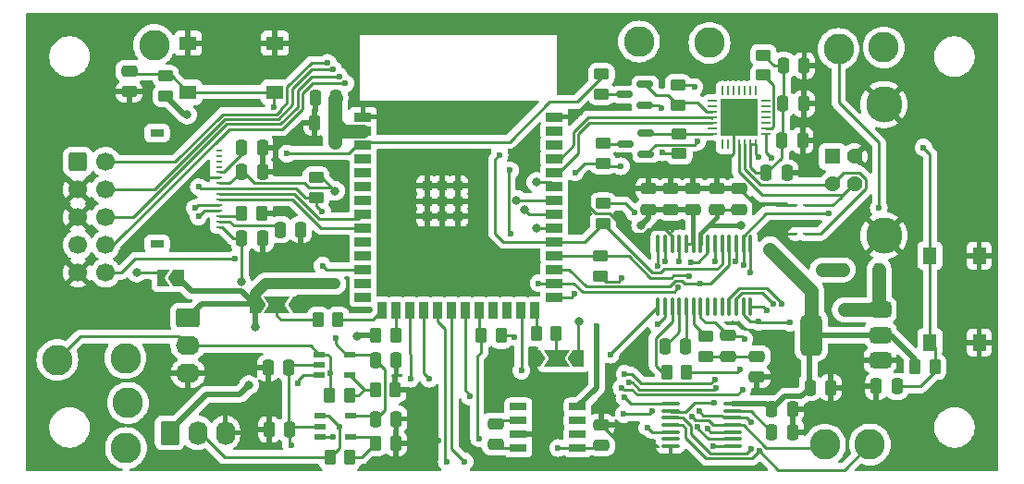
<source format=gbr>
%TF.GenerationSoftware,KiCad,Pcbnew,8.0.5*%
%TF.CreationDate,2024-10-16T13:53:07-05:00*%
%TF.ProjectId,MonitoringSystem_PCB,4d6f6e69-746f-4726-996e-675379737465,rev?*%
%TF.SameCoordinates,Original*%
%TF.FileFunction,Copper,L1,Top*%
%TF.FilePolarity,Positive*%
%FSLAX46Y46*%
G04 Gerber Fmt 4.6, Leading zero omitted, Abs format (unit mm)*
G04 Created by KiCad (PCBNEW 8.0.5) date 2024-10-16 13:53:07*
%MOMM*%
%LPD*%
G01*
G04 APERTURE LIST*
G04 Aperture macros list*
%AMRoundRect*
0 Rectangle with rounded corners*
0 $1 Rounding radius*
0 $2 $3 $4 $5 $6 $7 $8 $9 X,Y pos of 4 corners*
0 Add a 4 corners polygon primitive as box body*
4,1,4,$2,$3,$4,$5,$6,$7,$8,$9,$2,$3,0*
0 Add four circle primitives for the rounded corners*
1,1,$1+$1,$2,$3*
1,1,$1+$1,$4,$5*
1,1,$1+$1,$6,$7*
1,1,$1+$1,$8,$9*
0 Add four rect primitives between the rounded corners*
20,1,$1+$1,$2,$3,$4,$5,0*
20,1,$1+$1,$4,$5,$6,$7,0*
20,1,$1+$1,$6,$7,$8,$9,0*
20,1,$1+$1,$8,$9,$2,$3,0*%
%AMFreePoly0*
4,1,6,1.000000,0.000000,0.500000,-0.750000,-0.500000,-0.750000,-0.500000,0.750000,0.500000,0.750000,1.000000,0.000000,1.000000,0.000000,$1*%
%AMFreePoly1*
4,1,6,0.500000,-0.750000,-0.650000,-0.750000,-0.150000,0.000000,-0.650000,0.750000,0.500000,0.750000,0.500000,-0.750000,0.500000,-0.750000,$1*%
%AMFreePoly2*
4,1,7,0.700000,0.000000,1.200000,-0.750000,-1.200000,-0.750000,-0.700000,0.000000,-1.200000,0.750000,1.200000,0.750000,0.700000,0.000000,0.700000,0.000000,$1*%
G04 Aperture macros list end*
%TA.AperFunction,ComponentPad*%
%ADD10RoundRect,0.250000X-0.620000X-0.845000X0.620000X-0.845000X0.620000X0.845000X-0.620000X0.845000X0*%
%TD*%
%TA.AperFunction,ComponentPad*%
%ADD11O,1.740000X2.190000*%
%TD*%
%TA.AperFunction,ComponentPad*%
%ADD12RoundRect,0.250000X-0.845000X0.620000X-0.845000X-0.620000X0.845000X-0.620000X0.845000X0.620000X0*%
%TD*%
%TA.AperFunction,ComponentPad*%
%ADD13O,2.190000X1.740000*%
%TD*%
%TA.AperFunction,ComponentPad*%
%ADD14C,3.316000*%
%TD*%
%TA.AperFunction,ComponentPad*%
%ADD15C,1.428000*%
%TD*%
%TA.AperFunction,ComponentPad*%
%ADD16R,1.428000X1.428000*%
%TD*%
%TA.AperFunction,SMDPad,CuDef*%
%ADD17O,1.699999X0.349999*%
%TD*%
%TA.AperFunction,SMDPad,CuDef*%
%ADD18R,1.000000X0.599999*%
%TD*%
%TA.AperFunction,SMDPad,CuDef*%
%ADD19O,0.349999X1.699999*%
%TD*%
%TA.AperFunction,SMDPad,CuDef*%
%ADD20RoundRect,0.250000X0.450000X-0.262500X0.450000X0.262500X-0.450000X0.262500X-0.450000X-0.262500X0*%
%TD*%
%TA.AperFunction,SMDPad,CuDef*%
%ADD21RoundRect,0.250000X-0.250000X-0.475000X0.250000X-0.475000X0.250000X0.475000X-0.250000X0.475000X0*%
%TD*%
%TA.AperFunction,SMDPad,CuDef*%
%ADD22RoundRect,0.250000X-0.450000X0.262500X-0.450000X-0.262500X0.450000X-0.262500X0.450000X0.262500X0*%
%TD*%
%TA.AperFunction,ComponentPad*%
%ADD23C,2.800000*%
%TD*%
%TA.AperFunction,SMDPad,CuDef*%
%ADD24R,1.300000X1.550000*%
%TD*%
%TA.AperFunction,SMDPad,CuDef*%
%ADD25R,1.550000X1.300000*%
%TD*%
%TA.AperFunction,SMDPad,CuDef*%
%ADD26RoundRect,0.250000X0.262500X0.450000X-0.262500X0.450000X-0.262500X-0.450000X0.262500X-0.450000X0*%
%TD*%
%TA.AperFunction,SMDPad,CuDef*%
%ADD27RoundRect,0.250000X-0.262500X-0.450000X0.262500X-0.450000X0.262500X0.450000X-0.262500X0.450000X0*%
%TD*%
%TA.AperFunction,SMDPad,CuDef*%
%ADD28RoundRect,0.150000X0.587500X0.150000X-0.587500X0.150000X-0.587500X-0.150000X0.587500X-0.150000X0*%
%TD*%
%TA.AperFunction,SMDPad,CuDef*%
%ADD29FreePoly0,180.000000*%
%TD*%
%TA.AperFunction,SMDPad,CuDef*%
%ADD30FreePoly1,180.000000*%
%TD*%
%TA.AperFunction,SMDPad,CuDef*%
%ADD31FreePoly0,0.000000*%
%TD*%
%TA.AperFunction,SMDPad,CuDef*%
%ADD32FreePoly2,0.000000*%
%TD*%
%TA.AperFunction,SMDPad,CuDef*%
%ADD33FreePoly2,180.000000*%
%TD*%
%TA.AperFunction,SMDPad,CuDef*%
%ADD34R,1.528000X0.650000*%
%TD*%
%TA.AperFunction,SMDPad,CuDef*%
%ADD35RoundRect,0.062500X-0.117500X-0.062500X0.117500X-0.062500X0.117500X0.062500X-0.117500X0.062500X0*%
%TD*%
%TA.AperFunction,SMDPad,CuDef*%
%ADD36RoundRect,0.250000X0.475000X-0.250000X0.475000X0.250000X-0.475000X0.250000X-0.475000X-0.250000X0*%
%TD*%
%TA.AperFunction,SMDPad,CuDef*%
%ADD37RoundRect,0.250000X-0.475000X0.250000X-0.475000X-0.250000X0.475000X-0.250000X0.475000X0.250000X0*%
%TD*%
%TA.AperFunction,SMDPad,CuDef*%
%ADD38RoundRect,0.250000X0.250000X0.475000X-0.250000X0.475000X-0.250000X-0.475000X0.250000X-0.475000X0*%
%TD*%
%TA.AperFunction,SMDPad,CuDef*%
%ADD39RoundRect,0.375000X0.625000X0.375000X-0.625000X0.375000X-0.625000X-0.375000X0.625000X-0.375000X0*%
%TD*%
%TA.AperFunction,SMDPad,CuDef*%
%ADD40RoundRect,0.500000X0.500000X1.400000X-0.500000X1.400000X-0.500000X-1.400000X0.500000X-1.400000X0*%
%TD*%
%TA.AperFunction,SMDPad,CuDef*%
%ADD41R,1.498600X0.812800*%
%TD*%
%TA.AperFunction,SMDPad,CuDef*%
%ADD42R,0.812800X1.498600*%
%TD*%
%TA.AperFunction,SMDPad,CuDef*%
%ADD43R,0.889000X0.889000*%
%TD*%
%TA.AperFunction,HeatsinkPad*%
%ADD44R,3.350000X3.350000*%
%TD*%
%TA.AperFunction,SMDPad,CuDef*%
%ADD45RoundRect,0.062500X0.337500X-0.062500X0.337500X0.062500X-0.337500X0.062500X-0.337500X-0.062500X0*%
%TD*%
%TA.AperFunction,SMDPad,CuDef*%
%ADD46RoundRect,0.062500X0.062500X-0.337500X0.062500X0.337500X-0.062500X0.337500X-0.062500X-0.337500X0*%
%TD*%
%TA.AperFunction,SMDPad,CuDef*%
%ADD47R,0.609600X0.203200*%
%TD*%
%TA.AperFunction,SMDPad,CuDef*%
%ADD48R,1.295400X0.660400*%
%TD*%
%TA.AperFunction,ComponentPad*%
%ADD49C,1.700000*%
%TD*%
%TA.AperFunction,ComponentPad*%
%ADD50RoundRect,0.250000X-0.600000X-0.600000X0.600000X-0.600000X0.600000X0.600000X-0.600000X0.600000X0*%
%TD*%
%TA.AperFunction,SMDPad,CuDef*%
%ADD51RoundRect,0.225000X0.225000X0.375000X-0.225000X0.375000X-0.225000X-0.375000X0.225000X-0.375000X0*%
%TD*%
%TA.AperFunction,ViaPad*%
%ADD52C,0.600000*%
%TD*%
%TA.AperFunction,ViaPad*%
%ADD53C,0.800000*%
%TD*%
%TA.AperFunction,Conductor*%
%ADD54C,0.254000*%
%TD*%
%TA.AperFunction,Conductor*%
%ADD55C,0.508000*%
%TD*%
%TA.AperFunction,Conductor*%
%ADD56C,0.381000*%
%TD*%
%TA.AperFunction,Conductor*%
%ADD57C,1.016000*%
%TD*%
%TA.AperFunction,Conductor*%
%ADD58C,1.270000*%
%TD*%
G04 APERTURE END LIST*
D10*
%TO.P,J1,1,Vcc*%
%TO.N,+3.3V*%
X124180600Y-121488200D03*
D11*
%TO.P,J1,2,Signal*%
%TO.N,/Ultrasonic Sensing Subsystem/ULTRASONIC_2_IN*%
X126720600Y-121488200D03*
%TO.P,J1,3,GND*%
%TO.N,GND*%
X129260600Y-121488200D03*
%TD*%
D12*
%TO.P,J3,1,Vcc*%
%TO.N,+3.3V*%
X125831600Y-110947200D03*
D13*
%TO.P,J3,2,Signal*%
%TO.N,/Ultrasonic Sensing Subsystem/ULTRASONIC_1_IN*%
X125831600Y-113487200D03*
%TO.P,J3,3,GND*%
%TO.N,GND*%
X125831600Y-116027200D03*
%TD*%
D14*
%TO.P,J2,SH2,SHIELD__1*%
%TO.N,GND*%
X189545800Y-91394400D03*
%TO.P,J2,SH1,SHIELD*%
X189545800Y-103434400D03*
D15*
%TO.P,J2,4,GND*%
X186835800Y-96164400D03*
%TO.P,J2,3,D+*%
%TO.N,/Power and Programming Subsystem/USB_D+*%
X186835800Y-98664400D03*
D16*
%TO.P,J2,1,VBUS*%
%TO.N,Net-(D3-A)*%
X184835800Y-96164400D03*
D15*
%TO.P,J2,2,D-*%
%TO.N,/Power and Programming Subsystem/USB_D-*%
X184835800Y-98664400D03*
%TD*%
D17*
%TO.P,U3,1,ENABLE*%
%TO.N,TDC7200_EN*%
X169997001Y-118826999D03*
%TO.P,U3,2,TRIGG*%
%TO.N,/Ultrasonic Sensing Subsystem/TRIGGER*%
X169997001Y-119477000D03*
%TO.P,U3,3,START*%
%TO.N,/Ultrasonic Sensing Subsystem/START*%
X169997001Y-120126999D03*
%TO.P,U3,4,STOP*%
%TO.N,/Ultrasonic Sensing Subsystem/STOP*%
X169997001Y-120777000D03*
%TO.P,U3,5,CLOCK*%
%TO.N,CLK_OUT3 (1 MHz)*%
X169997001Y-121426999D03*
%TO.P,U3,6,NC*%
%TO.N,unconnected-(U3-NC-Pad6)*%
X169997001Y-122077000D03*
%TO.P,U3,7,GND*%
%TO.N,GND*%
X169997001Y-122726999D03*
%TO.P,U3,8,INT_N*%
%TO.N,TDC7200_INT*%
X175696999Y-122726999D03*
%TO.P,U3,9,DOUT*%
%TO.N,SPI_MISO*%
X175696999Y-122077000D03*
%TO.P,U3,10,DIN*%
%TO.N,SPI_MOSI*%
X175696999Y-121426999D03*
%TO.P,U3,11,CS_N*%
%TO.N,TDC7200_CS*%
X175696999Y-120777000D03*
%TO.P,U3,12,SCLK*%
%TO.N,SPI_SCK*%
X175696999Y-120126999D03*
%TO.P,U3,13,VREG*%
%TO.N,Net-(U3-VREG)*%
X175696999Y-119477000D03*
%TO.P,U3,14,VDD*%
%TO.N,+3.3V*%
X175696999Y-118826999D03*
%TD*%
D18*
%TO.P,U5,5,V+*%
%TO.N,+5V*%
X140621198Y-114289799D03*
%TO.P,U5,4,IN-*%
%TO.N,Net-(U5-IN-)*%
X140621198Y-116189798D03*
%TO.P,U5,3,IN+*%
%TO.N,/Ultrasonic Sensing Subsystem/TRANSMIT_1_OUT*%
X137871198Y-116189798D03*
%TO.P,U5,2,V-*%
%TO.N,-5V*%
X137871198Y-115239800D03*
%TO.P,U5,1,OUT*%
%TO.N,/Ultrasonic Sensing Subsystem/ULTRASONIC_1_IN*%
X137871198Y-114289799D03*
%TD*%
%TO.P,U10,1,OUT*%
%TO.N,/Ultrasonic Sensing Subsystem/ULTRASONIC_2_IN*%
X137969399Y-119953999D03*
%TO.P,U10,2,V-*%
%TO.N,-5V*%
X137969399Y-120904000D03*
%TO.P,U10,3,IN+*%
%TO.N,/Ultrasonic Sensing Subsystem/TRANSMIT_2_OUT*%
X137969399Y-121853998D03*
%TO.P,U10,4,IN-*%
%TO.N,Net-(U10-IN-)*%
X140719399Y-121853998D03*
%TO.P,U10,5,V+*%
%TO.N,+5V*%
X140719399Y-119953999D03*
%TD*%
D19*
%TO.P,U11,1,RX1*%
%TO.N,/Ultrasonic Sensing Subsystem/ULTRASONIC_1_IN*%
X168876000Y-109910999D03*
%TO.P,U11,2,RX2*%
%TO.N,/Ultrasonic Sensing Subsystem/ULTRASONIC_2_IN*%
X169526001Y-109910999D03*
%TO.P,U11,3,VCOM*%
%TO.N,Net-(U11-VCOM)*%
X170176000Y-109910999D03*
%TO.P,U11,4,LNAOUT*%
%TO.N,Net-(U11-LNAOUT)*%
X170826001Y-109910999D03*
%TO.P,U11,5,PGAIN*%
%TO.N,Net-(U11-PGAIN)*%
X171475999Y-109910999D03*
%TO.P,U11,6,PGAOUT*%
%TO.N,Net-(U11-PGAOUT)*%
X172126001Y-109910999D03*
%TO.P,U11,7,COMPIN*%
%TO.N,Net-(U11-COMPIN)*%
X172775999Y-109910999D03*
%TO.P,U11,8,RTD1*%
%TO.N,unconnected-(U11-RTD1-Pad8)*%
X173426001Y-109910999D03*
%TO.P,U11,9,RTD2*%
%TO.N,unconnected-(U11-RTD2-Pad9)*%
X174075999Y-109910999D03*
%TO.P,U11,10,RREF*%
%TO.N,unconnected-(U11-RREF-Pad10)*%
X174726001Y-109910999D03*
%TO.P,U11,11,CHSEL*%
%TO.N,TDC1000_CHANNEL_SELECT*%
X175375999Y-109910999D03*
%TO.P,U11,12,ERRB*%
%TO.N,TDC1000_ERRB*%
X176026000Y-109910999D03*
%TO.P,U11,13,START*%
%TO.N,/Ultrasonic Sensing Subsystem/START*%
X176675999Y-109910999D03*
%TO.P,U11,14,STOP*%
%TO.N,/Ultrasonic Sensing Subsystem/STOP*%
X177326000Y-109910999D03*
%TO.P,U11,15,EN*%
%TO.N,TDC1000_EN*%
X177326000Y-104211001D03*
%TO.P,U11,16,TRIGGER*%
%TO.N,/Ultrasonic Sensing Subsystem/TRIGGER*%
X176675999Y-104211001D03*
%TO.P,U11,17,RESET*%
%TO.N,TDC1000_RST*%
X176026000Y-104211001D03*
%TO.P,U11,18,SCLK*%
%TO.N,SPI_SCK*%
X175375999Y-104211001D03*
%TO.P,U11,19,CSB*%
%TO.N,TDC1000_CS*%
X174726001Y-104211001D03*
%TO.P,U11,20,SDI*%
%TO.N,SPI_MOSI*%
X174075999Y-104211001D03*
%TO.P,U11,21,SDO*%
%TO.N,SPI_MISO*%
X173426001Y-104211001D03*
%TO.P,U11,22,VIO*%
%TO.N,+3.3V*%
X172775999Y-104211001D03*
%TO.P,U11,23,VDD*%
%TO.N,+5V*%
X172126001Y-104211001D03*
%TO.P,U11,24,VDD*%
X171475999Y-104211001D03*
%TO.P,U11,25,CLKIN*%
%TO.N,CLK_OUT3 (1 MHz)*%
X170826001Y-104211001D03*
%TO.P,U11,26,GND*%
%TO.N,GND*%
X170176000Y-104211001D03*
%TO.P,U11,27,TX2*%
%TO.N,/Ultrasonic Sensing Subsystem/TRANSMIT_2_OUT*%
X169526001Y-104211001D03*
%TO.P,U11,28,TX1*%
%TO.N,/Ultrasonic Sensing Subsystem/TRANSMIT_1_OUT*%
X168876000Y-104211001D03*
%TD*%
D20*
%TO.P,R17,1*%
%TO.N,Net-(U1-~{RST})*%
X178511200Y-88694900D03*
%TO.P,R17,2*%
%TO.N,+3.3V*%
X178511200Y-86869900D03*
%TD*%
D21*
%TO.P,C3,1*%
%TO.N,+3.3V*%
X180304400Y-91338400D03*
%TO.P,C3,2*%
%TO.N,GND*%
X182204400Y-91338400D03*
%TD*%
%TO.P,C1,1*%
%TO.N,+3.3V*%
X180355200Y-87833200D03*
%TO.P,C1,2*%
%TO.N,GND*%
X182255200Y-87833200D03*
%TD*%
%TO.P,C29,1*%
%TO.N,+3.3V*%
X180202800Y-94691200D03*
%TO.P,C29,2*%
%TO.N,GND*%
X182102800Y-94691200D03*
%TD*%
%TO.P,C2,2*%
%TO.N,GND*%
X180680400Y-97688400D03*
%TO.P,C2,1*%
%TO.N,+3.3V*%
X178780400Y-97688400D03*
%TD*%
D20*
%TO.P,R16,1*%
%TO.N,Net-(Q1-C)*%
X163703000Y-90447500D03*
%TO.P,R16,2*%
%TO.N,CHIP_PU*%
X163703000Y-88622500D03*
%TD*%
D22*
%TO.P,R15,1*%
%TO.N,Net-(Q2-C)*%
X163830000Y-94972500D03*
%TO.P,R15,2*%
%TO.N,GPIO0_STRAPPING*%
X163830000Y-96797500D03*
%TD*%
D23*
%TO.P,TP11,1,1*%
%TO.N,/Ultrasonic Sensing Subsystem/STOP*%
X188264800Y-122555000D03*
%TD*%
%TO.P,TP10,1,1*%
%TO.N,/Ultrasonic Sensing Subsystem/START*%
X173583600Y-85750400D03*
%TD*%
%TO.P,TP9,1,1*%
%TO.N,/Ultrasonic Sensing Subsystem/TRIGGER*%
X185394600Y-86309200D03*
%TD*%
%TO.P,TP8,1,1*%
%TO.N,/Ultrasonic Sensing Subsystem/ULTRASONIC_2_IN*%
X120167400Y-122885200D03*
%TD*%
%TO.P,TP7,1,1*%
%TO.N,/Ultrasonic Sensing Subsystem/ULTRASONIC_1_IN*%
X113893600Y-114808000D03*
%TD*%
%TO.P,TP6,1,1*%
%TO.N,TDC7200_CS*%
X184150000Y-122580400D03*
%TD*%
%TO.P,TP5,1,1*%
%TO.N,TDC1000_CS*%
X189534800Y-86156800D03*
%TD*%
%TO.P,TP4,1,1*%
%TO.N,/LCD_CS*%
X122758200Y-85953600D03*
%TD*%
%TO.P,TP3,1,1*%
%TO.N,SPI_SCK*%
X120345200Y-118745000D03*
%TD*%
%TO.P,TP2,1,1*%
%TO.N,SPI_MISO*%
X167132000Y-85623400D03*
%TD*%
%TO.P,TP1,1,1*%
%TO.N,SPI_MOSI*%
X120116600Y-114630200D03*
%TD*%
D24*
%TO.P,SW2,1,1*%
%TO.N,GND*%
X198261800Y-105245000D03*
X198261800Y-113195000D03*
%TO.P,SW2,2,2*%
%TO.N,GPIO0_STRAPPING*%
X193761800Y-105245000D03*
X193761800Y-113195000D03*
%TD*%
D25*
%TO.P,SW1,1,1*%
%TO.N,GND*%
X125857000Y-85771600D03*
X133807000Y-85771600D03*
%TO.P,SW1,2,2*%
%TO.N,CHIP_PU*%
X125857000Y-90271600D03*
X133807000Y-90271600D03*
%TD*%
D26*
%TO.P,RG4,1*%
%TO.N,Net-(U5-IN-)*%
X140615899Y-118084600D03*
%TO.P,RG4,2*%
%TO.N,/Ultrasonic Sensing Subsystem/ULTRASONIC_1_IN*%
X138790899Y-118084600D03*
%TD*%
%TO.P,RG3,2*%
%TO.N,Net-(U5-IN-)*%
X143003900Y-117551200D03*
%TO.P,RG3,1*%
%TO.N,GND*%
X144828900Y-117551200D03*
%TD*%
%TO.P,RG2,1*%
%TO.N,Net-(U10-IN-)*%
X140663300Y-123723400D03*
%TO.P,RG2,2*%
%TO.N,/Ultrasonic Sensing Subsystem/ULTRASONIC_2_IN*%
X138838300Y-123723400D03*
%TD*%
%TO.P,RG1,2*%
%TO.N,Net-(U10-IN-)*%
X143054700Y-122428000D03*
%TO.P,RG1,1*%
%TO.N,GND*%
X144879700Y-122428000D03*
%TD*%
%TO.P,R14,2*%
%TO.N,TDC7200_INT*%
X152706700Y-112572800D03*
%TO.P,R14,1*%
%TO.N,+3.3V*%
X154531700Y-112572800D03*
%TD*%
D22*
%TO.P,R13,2*%
%TO.N,+3.3V*%
X163626800Y-107135300D03*
%TO.P,R13,1*%
%TO.N,TDC7200_CS*%
X163626800Y-105310300D03*
%TD*%
D20*
%TO.P,R12,2*%
%TO.N,+3.3V*%
X163830000Y-100484300D03*
%TO.P,R12,1*%
%TO.N,TDC1000_CS*%
X163830000Y-102309300D03*
%TD*%
%TO.P,R11,2*%
%TO.N,+3.3V*%
X137566400Y-98096700D03*
%TO.P,R11,1*%
%TO.N,/LCD_CS*%
X137566400Y-99921700D03*
%TD*%
D26*
%TO.P,R10,2*%
%TO.N,Net-(J5-Iref)*%
X130761100Y-101346000D03*
%TO.P,R10,1*%
%TO.N,GND*%
X132586100Y-101346000D03*
%TD*%
D27*
%TO.P,R9,2*%
%TO.N,Net-(JP2-C)*%
X159535500Y-112395000D03*
%TO.P,R9,1*%
%TO.N,/GPIO45_STRAPPING*%
X157710500Y-112395000D03*
%TD*%
%TO.P,R8,2*%
%TO.N,Net-(U11-COMPIN)*%
X171473500Y-115951000D03*
%TO.P,R8,1*%
%TO.N,Net-(U11-VCOM)*%
X169648500Y-115951000D03*
%TD*%
D20*
%TO.P,R7,2*%
%TO.N,Net-(U11-PGAOUT)*%
X173253400Y-112650900D03*
%TO.P,R7,1*%
%TO.N,Net-(C21-Pad1)*%
X173253400Y-114475900D03*
%TD*%
D26*
%TO.P,R6,2*%
%TO.N,+3.3V*%
X143054700Y-112572800D03*
%TO.P,R6,1*%
%TO.N,/GPIO46_STRAPPING*%
X144879700Y-112572800D03*
%TD*%
%TO.P,R5,2*%
%TO.N,Net-(JP1-C)*%
X137748000Y-111125000D03*
%TO.P,R5,1*%
%TO.N,/GPIO3_STRAPPING*%
X139573000Y-111125000D03*
%TD*%
D27*
%TO.P,R4,2*%
%TO.N,GPIO0_STRAPPING*%
X194231900Y-115443000D03*
%TO.P,R4,1*%
%TO.N,+3.3V*%
X192406900Y-115443000D03*
%TD*%
D20*
%TO.P,R3,1*%
%TO.N,+3.3V*%
X123799600Y-90598000D03*
%TO.P,R3,2*%
%TO.N,CHIP_PU*%
X123799600Y-88773000D03*
%TD*%
D22*
%TO.P,R2,1*%
%TO.N,Net-(Q2-E)*%
X170815000Y-94083500D03*
%TO.P,R2,2*%
%TO.N,Net-(Q1-B)*%
X170815000Y-95908500D03*
%TD*%
D20*
%TO.P,R1,1*%
%TO.N,Net-(Q1-E)*%
X170688000Y-91463500D03*
%TO.P,R1,2*%
%TO.N,Net-(Q2-B)*%
X170688000Y-89638500D03*
%TD*%
D28*
%TO.P,Q2,1,B*%
%TO.N,Net-(Q2-B)*%
X167767000Y-95946000D03*
%TO.P,Q2,2,E*%
%TO.N,Net-(Q2-E)*%
X167767000Y-94046000D03*
%TO.P,Q2,3,C*%
%TO.N,Net-(Q2-C)*%
X165892000Y-94996000D03*
%TD*%
%TO.P,Q1,1,B*%
%TO.N,Net-(Q1-B)*%
X167688500Y-91440000D03*
%TO.P,Q1,2,E*%
%TO.N,Net-(Q1-E)*%
X167688500Y-89540000D03*
%TO.P,Q1,3,C*%
%TO.N,Net-(Q1-C)*%
X165813500Y-90490000D03*
%TD*%
D29*
%TO.P,JP3,1,A*%
%TO.N,+3.3V*%
X124968000Y-107289600D03*
D30*
%TO.P,JP3,2,B*%
%TO.N,Net-(J4-VTref)*%
X123518000Y-107289600D03*
%TD*%
D31*
%TO.P,JP2,1,A*%
%TO.N,GND*%
X157569000Y-114681000D03*
D32*
%TO.P,JP2,2,C*%
%TO.N,Net-(JP2-C)*%
X159569000Y-114681000D03*
D29*
%TO.P,JP2,3,B*%
%TO.N,+3.3V*%
X161569000Y-114681000D03*
%TD*%
D31*
%TO.P,JP1,3,B*%
%TO.N,+3.3V*%
X131985000Y-109728000D03*
D33*
%TO.P,JP1,2,C*%
%TO.N,Net-(JP1-C)*%
X133985000Y-109728000D03*
D29*
%TO.P,JP1,1,A*%
%TO.N,GND*%
X135985000Y-109728000D03*
%TD*%
D34*
%TO.P,IC1,1,FC*%
%TO.N,unconnected-(IC1-FC-Pad1)*%
X156089800Y-119100600D03*
%TO.P,IC1,2,CAP+*%
%TO.N,Net-(IC1-CAP+)*%
X156089800Y-120370600D03*
%TO.P,IC1,3,GND*%
%TO.N,GND*%
X156089800Y-121640600D03*
%TO.P,IC1,4,CAP-*%
%TO.N,Net-(IC1-CAP-)*%
X156089800Y-122910600D03*
%TO.P,IC1,5,OUT*%
%TO.N,-5V*%
X161511800Y-122910600D03*
%TO.P,IC1,6,LV*%
%TO.N,unconnected-(IC1-LV-Pad6)*%
X161511800Y-121640600D03*
%TO.P,IC1,7,OSC*%
%TO.N,unconnected-(IC1-OSC-Pad7)*%
X161511800Y-120370600D03*
%TO.P,IC1,8,V+*%
%TO.N,+5V*%
X161511800Y-119100600D03*
%TD*%
D35*
%TO.P,D2,1,A1*%
%TO.N,/Power and Programming Subsystem/USB_D-*%
X182287700Y-103251000D03*
%TO.P,D2,2,A2*%
%TO.N,GND*%
X181447700Y-103251000D03*
%TD*%
D36*
%TO.P,C28,1*%
%TO.N,-5V*%
X163677600Y-122641400D03*
%TO.P,C28,2*%
%TO.N,GND*%
X163677600Y-120741400D03*
%TD*%
D37*
%TO.P,C27,2*%
%TO.N,Net-(IC1-CAP-)*%
X154000200Y-122539800D03*
%TO.P,C27,1*%
%TO.N,Net-(IC1-CAP+)*%
X154000200Y-120639800D03*
%TD*%
D21*
%TO.P,C26,1*%
%TO.N,Net-(J5-Vcomh)*%
X134279600Y-102870000D03*
%TO.P,C26,2*%
%TO.N,GND*%
X136179600Y-102870000D03*
%TD*%
%TO.P,C25,2*%
%TO.N,GND*%
X132649000Y-97536000D03*
%TO.P,C25,1*%
%TO.N,+3.3V*%
X130749000Y-97536000D03*
%TD*%
%TO.P,C24,2*%
%TO.N,GND*%
X132649000Y-95377000D03*
%TO.P,C24,1*%
%TO.N,Net-(J5-Vbat)*%
X130749000Y-95377000D03*
%TD*%
%TO.P,C23,1*%
%TO.N,+5V*%
X130774400Y-103682800D03*
%TO.P,C23,2*%
%TO.N,GND*%
X132674400Y-103682800D03*
%TD*%
D36*
%TO.P,C22,2*%
%TO.N,Net-(U11-COMPIN)*%
X175260000Y-112588000D03*
%TO.P,C22,1*%
%TO.N,Net-(C21-Pad1)*%
X175260000Y-114488000D03*
%TD*%
D37*
%TO.P,C21,2*%
%TO.N,GND*%
X177927000Y-116393000D03*
%TO.P,C21,1*%
%TO.N,Net-(C21-Pad1)*%
X177927000Y-114493000D03*
%TD*%
D38*
%TO.P,C20,2*%
%TO.N,Net-(U11-LNAOUT)*%
X169484000Y-113538000D03*
%TO.P,C20,1*%
%TO.N,Net-(U11-PGAIN)*%
X171384000Y-113538000D03*
%TD*%
D36*
%TO.P,C19,2*%
%TO.N,GND*%
X172085000Y-99126000D03*
%TO.P,C19,1*%
%TO.N,+5V*%
X172085000Y-101026000D03*
%TD*%
%TO.P,C18,2*%
%TO.N,GND*%
X170053000Y-99126000D03*
%TO.P,C18,1*%
%TO.N,+5V*%
X170053000Y-101026000D03*
%TD*%
%TO.P,C17,2*%
%TO.N,GND*%
X168021000Y-99126000D03*
%TO.P,C17,1*%
%TO.N,+5V*%
X168021000Y-101026000D03*
%TD*%
%TO.P,C16,2*%
%TO.N,GND*%
X176276000Y-99126000D03*
%TO.P,C16,1*%
%TO.N,+3.3V*%
X176276000Y-101026000D03*
%TD*%
%TO.P,C15,2*%
%TO.N,GND*%
X174244000Y-99126000D03*
%TO.P,C15,1*%
%TO.N,+3.3V*%
X174244000Y-101026000D03*
%TD*%
D21*
%TO.P,C14,2*%
%TO.N,GND*%
X184668200Y-117348000D03*
%TO.P,C14,1*%
%TO.N,+3.3V*%
X182768200Y-117348000D03*
%TD*%
%TO.P,C13,2*%
%TO.N,GND*%
X181188400Y-121412000D03*
%TO.P,C13,1*%
%TO.N,Net-(U3-VREG)*%
X179288400Y-121412000D03*
%TD*%
%TO.P,C12,2*%
%TO.N,GND*%
X181188400Y-119329200D03*
%TO.P,C12,1*%
%TO.N,+3.3V*%
X179288400Y-119329200D03*
%TD*%
%TO.P,C11,2*%
%TO.N,GND*%
X144920599Y-120218200D03*
%TO.P,C11,1*%
%TO.N,+5V*%
X143020599Y-120218200D03*
%TD*%
%TO.P,C10,2*%
%TO.N,GND*%
X144917200Y-114858800D03*
%TO.P,C10,1*%
%TO.N,+5V*%
X143017200Y-114858800D03*
%TD*%
D38*
%TO.P,C9,2*%
%TO.N,GND*%
X133266999Y-121183400D03*
%TO.P,C9,1*%
%TO.N,-5V*%
X135166999Y-121183400D03*
%TD*%
%TO.P,C8,2*%
%TO.N,GND*%
X133165399Y-115546400D03*
%TO.P,C8,1*%
%TO.N,-5V*%
X135065399Y-115546400D03*
%TD*%
%TO.P,C7,1*%
%TO.N,GPIO0_STRAPPING*%
X190738800Y-117246400D03*
%TO.P,C7,2*%
%TO.N,GND*%
X188838800Y-117246400D03*
%TD*%
%TO.P,C6,2*%
%TO.N,GND*%
X137480000Y-90805000D03*
%TO.P,C6,1*%
%TO.N,+3.3V*%
X139380000Y-90805000D03*
%TD*%
%TO.P,C5,2*%
%TO.N,GND*%
X137414000Y-93053000D03*
%TO.P,C5,1*%
%TO.N,+3.3V*%
X139314000Y-93053000D03*
%TD*%
D37*
%TO.P,C4,1*%
%TO.N,CHIP_PU*%
X120472200Y-88331000D03*
%TO.P,C4,2*%
%TO.N,GND*%
X120472200Y-90231000D03*
%TD*%
D39*
%TO.P,U6,1,GND*%
%TO.N,GND*%
X189205000Y-114822000D03*
%TO.P,U6,2,VO*%
%TO.N,+3.3V*%
X189205000Y-112522000D03*
D40*
X182905000Y-112522000D03*
D39*
%TO.P,U6,3,VI*%
%TO.N,+5V*%
X189205000Y-110222000D03*
%TD*%
D41*
%TO.P,U2,1,GND*%
%TO.N,GND*%
X141872000Y-92530000D03*
%TO.P,U2,2,3V3*%
%TO.N,+3.3V*%
X141872000Y-93800000D03*
%TO.P,U2,3,EN*%
%TO.N,CHIP_PU*%
X141872000Y-95070000D03*
%TO.P,U2,4,IO4*%
%TO.N,unconnected-(U2-IO4-Pad4)*%
X141872000Y-96340000D03*
%TO.P,U2,5,IO5*%
%TO.N,unconnected-(U2-IO5-Pad5)*%
X141872000Y-97610000D03*
%TO.P,U2,6,IO6*%
%TO.N,unconnected-(U2-IO6-Pad6)*%
X141872000Y-98880000D03*
%TO.P,U2,7,IO7*%
%TO.N,unconnected-(U2-IO7-Pad7)*%
X141872000Y-100150000D03*
%TO.P,U2,8,IO15*%
%TO.N,/LCD_RST*%
X141872000Y-101420000D03*
%TO.P,U2,9,IO16*%
%TO.N,/LCD_DATA{slash}CMD*%
X141872000Y-102690000D03*
%TO.P,U2,10,IO17*%
%TO.N,unconnected-(U2-IO17-Pad10)*%
X141872000Y-103960000D03*
%TO.P,U2,11,IO18*%
%TO.N,CLK_OUT3 (8 MHz)*%
X141872000Y-105230000D03*
%TO.P,U2,12,IO8*%
%TO.N,/LCD_CS*%
X141872000Y-106500000D03*
%TO.P,U2,13,IO19*%
%TO.N,unconnected-(U2-IO19-Pad13)*%
X141872000Y-107770000D03*
%TO.P,U2,14,IO20*%
%TO.N,unconnected-(U2-IO20-Pad14)*%
X141872000Y-109040000D03*
D42*
%TO.P,U2,15,IO3*%
%TO.N,/GPIO3_STRAPPING*%
X143637000Y-110290000D03*
%TO.P,U2,16,IO46*%
%TO.N,/GPIO46_STRAPPING*%
X144907000Y-110290000D03*
%TO.P,U2,17,IO9*%
%TO.N,TDC1000_EN*%
X146177000Y-110290000D03*
%TO.P,U2,18,IO10*%
%TO.N,TDC1000_RST*%
X147447000Y-110290000D03*
%TO.P,U2,19,IO11*%
%TO.N,TDC1000_CHANNEL_SELECT*%
X148717000Y-110290000D03*
%TO.P,U2,20,IO12*%
%TO.N,TDC1000_ERRB*%
X149987000Y-110290000D03*
%TO.P,U2,21,IO13*%
%TO.N,TDC7200_EN*%
X151257000Y-110290000D03*
%TO.P,U2,22,IO14*%
%TO.N,TDC7200_INT*%
X152527000Y-110290000D03*
%TO.P,U2,23,IO21*%
%TO.N,unconnected-(U2-IO21-Pad23)*%
X153797000Y-110290000D03*
%TO.P,U2,24,IO47*%
%TO.N,unconnected-(U2-IO47-Pad24)*%
X155067000Y-110290000D03*
%TO.P,U2,25,IO48*%
%TO.N,SPI_MOSI*%
X156337000Y-110290000D03*
%TO.P,U2,26,IO45*%
%TO.N,/GPIO45_STRAPPING*%
X157607000Y-110290000D03*
D41*
%TO.P,U2,27,IO0*%
%TO.N,GPIO0_STRAPPING*%
X159372000Y-109040000D03*
%TO.P,U2,28,IO35*%
%TO.N,SPI_MISO*%
X159372000Y-107770000D03*
%TO.P,U2,29,IO36*%
%TO.N,SPI_SCK*%
X159372000Y-106500000D03*
%TO.P,U2,30,IO37*%
%TO.N,TDC7200_CS*%
X159372000Y-105230000D03*
%TO.P,U2,31,IO38*%
%TO.N,TDC1000_CS*%
X159372000Y-103960000D03*
%TO.P,U2,32,IO39*%
%TO.N,/MTCK*%
X159372000Y-102690000D03*
%TO.P,U2,33,IO40*%
%TO.N,/MTDO*%
X159372000Y-101420000D03*
%TO.P,U2,34,IO41*%
%TO.N,/MTDI*%
X159372000Y-100150000D03*
%TO.P,U2,35,IO42*%
%TO.N,/MTMS*%
X159372000Y-98880000D03*
%TO.P,U2,36,RXD0*%
%TO.N,TX*%
X159372000Y-97610000D03*
%TO.P,U2,37,TXD0*%
%TO.N,RX*%
X159372000Y-96340000D03*
%TO.P,U2,38,IO2*%
%TO.N,unconnected-(U2-IO2-Pad38)*%
X159372000Y-95070000D03*
%TO.P,U2,39,IO1*%
%TO.N,unconnected-(U2-IO1-Pad39)*%
X159372000Y-93800000D03*
%TO.P,U2,40,GND*%
%TO.N,GND*%
X159372000Y-92530000D03*
D43*
%TO.P,U2,45,GND*%
X149122000Y-101650000D03*
%TO.P,U2,41,GND*%
X149122000Y-100250000D03*
%TO.P,U2,42,GND*%
X147722000Y-98850000D03*
%TO.P,U2,43,GND*%
X147722000Y-100250000D03*
%TO.P,U2,44,GND*%
X147722000Y-101650000D03*
%TO.P,U2,46,GND*%
X150522000Y-101650000D03*
%TO.P,U2,47,GND*%
X150522000Y-100250000D03*
%TO.P,U2,48,GND*%
X150522000Y-98850000D03*
%TO.P,U2,49,GND*%
X149122000Y-98850000D03*
%TD*%
D44*
%TO.P,U1,29,GND*%
%TO.N,GND*%
X176276000Y-92583000D03*
D45*
%TO.P,U1,28,~{DTR}*%
%TO.N,Net-(Q2-E)*%
X173826000Y-94083000D03*
%TO.P,U1,27,~{DSR}*%
%TO.N,unconnected-(U1-~{DSR}-Pad27)*%
X173826000Y-93583000D03*
%TO.P,U1,26,TXD*%
%TO.N,TX*%
X173826000Y-93083000D03*
%TO.P,U1,25,RXD*%
%TO.N,RX*%
X173826000Y-92583000D03*
%TO.P,U1,24,~{RTS}*%
%TO.N,Net-(Q1-E)*%
X173826000Y-92083000D03*
%TO.P,U1,23,~{CTS}*%
%TO.N,unconnected-(U1-~{CTS}-Pad23)*%
X173826000Y-91583000D03*
%TO.P,U1,22,GPIO.4*%
%TO.N,unconnected-(U1-GPIO.4-Pad22)*%
X173826000Y-91083000D03*
D46*
%TO.P,U1,21,GPIO.5*%
%TO.N,unconnected-(U1-GPIO.5-Pad21)*%
X174776000Y-90133000D03*
%TO.P,U1,20,GPIO.6*%
%TO.N,unconnected-(U1-GPIO.6-Pad20)*%
X175276000Y-90133000D03*
%TO.P,U1,19,~{TXT}/GPIO.0*%
%TO.N,unconnected-(U1-~{TXT}{slash}GPIO.0-Pad19)*%
X175776000Y-90133000D03*
%TO.P,U1,18,~{RXT}/GPIO.1*%
%TO.N,unconnected-(U1-~{RXT}{slash}GPIO.1-Pad18)*%
X176276000Y-90133000D03*
%TO.P,U1,17,RS485/GPIO.2*%
%TO.N,unconnected-(U1-RS485{slash}GPIO.2-Pad17)*%
X176776000Y-90133000D03*
%TO.P,U1,16,~{WAKEUP}/GPIO.3*%
%TO.N,unconnected-(U1-~{WAKEUP}{slash}GPIO.3-Pad16)*%
X177276000Y-90133000D03*
%TO.P,U1,15,CHR0*%
%TO.N,unconnected-(U1-CHR0-Pad15)*%
X177776000Y-90133000D03*
D45*
%TO.P,U1,14,CHR1*%
%TO.N,unconnected-(U1-CHR1-Pad14)*%
X178726000Y-91083000D03*
%TO.P,U1,13,CHREN*%
%TO.N,unconnected-(U1-CHREN-Pad13)*%
X178726000Y-91583000D03*
%TO.P,U1,12,SUSPEND*%
%TO.N,unconnected-(U1-SUSPEND-Pad12)*%
X178726000Y-92083000D03*
%TO.P,U1,11,~{SUSPEND}*%
%TO.N,unconnected-(U1-~{SUSPEND}-Pad11)*%
X178726000Y-92583000D03*
%TO.P,U1,10,NC*%
%TO.N,unconnected-(U1-NC-Pad10)*%
X178726000Y-93083000D03*
%TO.P,U1,9,~{RST}*%
%TO.N,Net-(U1-~{RST})*%
X178726000Y-93583000D03*
%TO.P,U1,8,VBUS*%
%TO.N,+5V*%
X178726000Y-94083000D03*
D46*
%TO.P,U1,7,VREGIN*%
%TO.N,+3.3V*%
X177776000Y-95033000D03*
%TO.P,U1,6,VDD*%
X177276000Y-95033000D03*
%TO.P,U1,5,D-*%
%TO.N,/Power and Programming Subsystem/USB_D-*%
X176776000Y-95033000D03*
%TO.P,U1,4,D+*%
%TO.N,/Power and Programming Subsystem/USB_D+*%
X176276000Y-95033000D03*
%TO.P,U1,3,GND*%
%TO.N,GND*%
X175776000Y-95033000D03*
%TO.P,U1,2,~{RI}/CLK*%
%TO.N,unconnected-(U1-~{RI}{slash}CLK-Pad2)*%
X175276000Y-95033000D03*
%TO.P,U1,1,~{DCD}*%
%TO.N,unconnected-(U1-~{DCD}-Pad1)*%
X174776000Y-95033000D03*
%TD*%
D47*
%TO.P,J5,1,C2P*%
%TO.N,unconnected-(J5-C2P-Pad1)*%
X128676400Y-95605600D03*
%TO.P,J5,2,C2M*%
%TO.N,unconnected-(J5-C2M-Pad2)*%
X128676400Y-96105726D03*
%TO.P,J5,3,C1P*%
%TO.N,unconnected-(J5-C1P-Pad3)*%
X128676400Y-96605852D03*
%TO.P,J5,4,C1N*%
%TO.N,unconnected-(J5-C1N-Pad4)*%
X128676400Y-97105978D03*
%TO.P,J5,5,Vbat*%
%TO.N,Net-(J5-Vbat)*%
X128676400Y-97606104D03*
%TO.P,J5,6,Vss*%
%TO.N,GND*%
X128676400Y-98106230D03*
%TO.P,J5,7,Vdd*%
%TO.N,+3.3V*%
X128676400Y-98606356D03*
%TO.P,J5,8,CS*%
%TO.N,/LCD_CS*%
X128676400Y-99106482D03*
%TO.P,J5,9,RST*%
%TO.N,/LCD_RST*%
X128676400Y-99606608D03*
%TO.P,J5,10,Data/CMD*%
%TO.N,/LCD_DATA{slash}CMD*%
X128676400Y-100106734D03*
%TO.P,J5,11,SCLK*%
%TO.N,SPI_SCK*%
X128676400Y-100606860D03*
%TO.P,J5,12,MOSI*%
%TO.N,SPI_MOSI*%
X128676400Y-101106986D03*
%TO.P,J5,13,Iref*%
%TO.N,Net-(J5-Iref)*%
X128676400Y-101607112D03*
%TO.P,J5,14,Vcomh*%
%TO.N,Net-(J5-Vcomh)*%
X128676400Y-102107238D03*
%TO.P,J5,15,Vcc*%
%TO.N,+5V*%
X128676400Y-102607364D03*
D48*
%TO.P,J5,16*%
%TO.N,N/C*%
X123026401Y-94031483D03*
%TO.P,J5,17*%
X123026401Y-104181481D03*
%TD*%
D49*
%TO.P,J4,10,~{RESET}*%
%TO.N,CHIP_PU*%
X118313200Y-106807000D03*
%TO.P,J4,9,GNDDetect*%
%TO.N,GND*%
X115773200Y-106807000D03*
%TO.P,J4,8,NC/TDI*%
%TO.N,/MTDI*%
X118313200Y-104267000D03*
%TO.P,J4,7,KEY*%
%TO.N,unconnected-(J4-KEY-Pad7)*%
X115773200Y-104267000D03*
%TO.P,J4,6,SWO/TDO*%
%TO.N,/MTDO*%
X118313200Y-101727000D03*
%TO.P,J4,5,GND*%
%TO.N,GND*%
X115773200Y-101727000D03*
%TO.P,J4,4,SWDCLK/TCK*%
%TO.N,/MTCK*%
X118313200Y-99187000D03*
%TO.P,J4,3,GND*%
%TO.N,GND*%
X115773200Y-99187000D03*
%TO.P,J4,2,SWDIO/TMS*%
%TO.N,/MTMS*%
X118313200Y-96647000D03*
D50*
%TO.P,J4,1,VTref*%
%TO.N,Net-(J4-VTref)*%
X115773200Y-96647000D03*
%TD*%
D51*
%TO.P,D3,1,K*%
%TO.N,+5V*%
X189102000Y-106553000D03*
%TO.P,D3,2,A*%
%TO.N,Net-(D3-A)*%
X185802000Y-106553000D03*
%TD*%
D35*
%TO.P,D1,1,A1*%
%TO.N,/Power and Programming Subsystem/USB_D+*%
X182287700Y-100634800D03*
%TO.P,D1,2,A2*%
%TO.N,GND*%
X181447700Y-100634800D03*
%TD*%
D52*
%TO.N,GND*%
X185445400Y-104571800D03*
D53*
%TO.N,+3.3V*%
X125755400Y-92329000D03*
D52*
%TO.N,GND*%
X143941800Y-96799400D03*
%TO.N,+3.3V*%
X155751200Y-112725200D03*
%TO.N,GND*%
X123215400Y-102158800D03*
%TO.N,SPI_MISO*%
X157937200Y-107772200D03*
X155346400Y-103251000D03*
X155321000Y-97434400D03*
%TO.N,/LCD_CS*%
X126847600Y-98958400D03*
%TO.N,TDC1000_CS*%
X154355800Y-96012000D03*
%TO.N,/Ultrasonic Sensing Subsystem/TRIGGER*%
X189077600Y-100888800D03*
X184531000Y-101371400D03*
%TO.N,/Ultrasonic Sensing Subsystem/START*%
X180949600Y-111379000D03*
%TO.N,GND*%
X156972000Y-96215200D03*
X162560000Y-98806000D03*
X154228800Y-92964000D03*
X161747200Y-92176600D03*
X180975000Y-115417600D03*
%TO.N,TDC1000_CHANNEL_SELECT*%
X149529800Y-124139200D03*
%TO.N,GPIO0_STRAPPING*%
X165481000Y-97053400D03*
X193167000Y-95351600D03*
%TO.N,TDC1000_CHANNEL_SELECT*%
X180181444Y-109650578D03*
%TO.N,TDC1000_ERRB*%
X151180800Y-124139200D03*
%TO.N,GND*%
X134924800Y-105918000D03*
X135153400Y-101168200D03*
X135915400Y-94157800D03*
X148767800Y-122199400D03*
X151155400Y-122123200D03*
X147243800Y-124510800D03*
X140970000Y-110210600D03*
X137363200Y-109397800D03*
%TO.N,/Ultrasonic Sensing Subsystem/ULTRASONIC_2_IN*%
X165736143Y-119762143D03*
X168368600Y-119453999D03*
X168808400Y-111556800D03*
X139717400Y-120948000D03*
%TO.N,/Ultrasonic Sensing Subsystem/ULTRASONIC_1_IN*%
X138871200Y-116027200D03*
X164507800Y-114325400D03*
%TO.N,TDC1000_ERRB*%
X179381687Y-109670313D03*
D53*
%TO.N,+3.3V*%
X131978400Y-111760000D03*
X131419600Y-117119400D03*
D52*
%TO.N,CHIP_PU*%
X133705600Y-91617800D03*
D53*
%TO.N,Net-(J4-VTref)*%
X121158000Y-106781600D03*
%TO.N,/MTDI*%
X155924400Y-100150000D03*
D52*
X140258800Y-89458800D03*
D53*
%TO.N,/MTDO*%
X156651400Y-101041200D03*
D52*
X139693113Y-88831800D03*
D53*
%TO.N,/MTCK*%
X157734000Y-102717600D03*
D52*
X139161517Y-88204800D03*
D53*
%TO.N,/MTMS*%
X157734000Y-98501200D03*
D52*
X138634742Y-87577800D03*
%TO.N,SPI_MOSI*%
X126814200Y-101650800D03*
%TO.N,SPI_SCK*%
X177393600Y-120548400D03*
X126492000Y-100888800D03*
%TO.N,TDC7200_EN*%
X151638000Y-118175000D03*
X165799644Y-118248200D03*
%TO.N,/Ultrasonic Sensing Subsystem/STOP*%
X178173780Y-123163783D03*
%TO.N,/Ultrasonic Sensing Subsystem/START*%
X177393600Y-122986800D03*
%TO.N,/Ultrasonic Sensing Subsystem/STOP*%
X178816000Y-110236000D03*
%TO.N,/Ultrasonic Sensing Subsystem/START*%
X178079400Y-111302800D03*
%TO.N,TDC7200_CS*%
X171704000Y-107121200D03*
X171975400Y-120040400D03*
%TO.N,TDC7200_INT*%
X152501600Y-122021600D03*
X173888400Y-122732800D03*
%TO.N,-5V*%
X135280400Y-122631200D03*
X159715200Y-122885200D03*
%TO.N,TDC1000_EN*%
X146202400Y-116535200D03*
X165531800Y-117340000D03*
%TO.N,+5V*%
X163271200Y-111709200D03*
X139346353Y-112774047D03*
%TO.N,TDC1000_RST*%
X147929600Y-116535200D03*
X166206600Y-116888145D03*
%TO.N,SPI_MOSI*%
X165806280Y-116086000D03*
X156378200Y-115784200D03*
%TO.N,SPI_MISO*%
X172476860Y-120969000D03*
%TO.N,SPI_MOSI*%
X173380400Y-121107200D03*
%TO.N,SPI_SCK*%
X172618400Y-119532400D03*
%TO.N,TDC1000_EN*%
X176592356Y-117511956D03*
X177302637Y-106771768D03*
%TO.N,/Ultrasonic Sensing Subsystem/TRIGGER*%
X174040800Y-118719600D03*
X176675637Y-106144771D03*
%TO.N,TDC1000_RST*%
X174196493Y-117371096D03*
X175971200Y-105765600D03*
%TO.N,SPI_MISO*%
X170738800Y-108170600D03*
X171907200Y-105867200D03*
%TO.N,+3.3V*%
X165557200Y-107344306D03*
%TO.N,SPI_MOSI*%
X174091600Y-116578000D03*
X174091600Y-105765600D03*
%TO.N,CLK_OUT3 (1 MHz)*%
X167894000Y-121005600D03*
X170789600Y-105816400D03*
%TO.N,/Ultrasonic Sensing Subsystem/TRANSMIT_2_OUT*%
X139090400Y-121869200D03*
X169503000Y-105765600D03*
%TO.N,/Ultrasonic Sensing Subsystem/TRANSMIT_1_OUT*%
X135900233Y-116982167D03*
X168823270Y-106187464D03*
%TO.N,GPIO0_STRAPPING*%
X161290000Y-97637600D03*
%TO.N,CHIP_PU*%
X130122000Y-105562400D03*
D53*
%TO.N,+3.3V*%
X139293600Y-107848400D03*
X176479200Y-102514400D03*
X161622153Y-111279353D03*
D52*
%TO.N,/LCD_CS*%
X138158600Y-106172000D03*
X138125200Y-101244400D03*
D53*
%TO.N,+3.3V*%
X139293600Y-99314000D03*
D52*
X178104800Y-96215200D03*
D53*
X141300200Y-112649000D03*
X139293600Y-94894400D03*
X179120800Y-104648000D03*
%TO.N,+5V*%
X130708400Y-107645200D03*
X167335200Y-102463600D03*
X185928000Y-110185200D03*
D52*
X179269244Y-96312844D03*
%TO.N,Net-(U11-COMPIN)*%
X176403000Y-115697000D03*
X176784000Y-112903000D03*
D53*
%TO.N,Net-(D3-A)*%
X183896000Y-106553000D03*
D52*
%TO.N,CHIP_PU*%
X134899400Y-95885000D03*
%TO.N,GPIO0_STRAPPING*%
X161239200Y-108762800D03*
%TO.N,Net-(Q1-B)*%
X169164000Y-91694000D03*
X169291000Y-95796000D03*
%TO.N,Net-(Q2-B)*%
X172466000Y-94810000D03*
X172212000Y-89789000D03*
%TO.N,SPI_SCK*%
X172720000Y-107797600D03*
%TO.N,GND*%
X174777400Y-96875600D03*
%TO.N,+3.3V*%
X166696000Y-101299360D03*
%TD*%
D54*
%TO.N,/Ultrasonic Sensing Subsystem/ULTRASONIC_1_IN*%
X113893600Y-114757200D02*
X113893600Y-114808000D01*
X125018800Y-112674400D02*
X115976400Y-112674400D01*
X125831600Y-113487200D02*
X125018800Y-112674400D01*
X115976400Y-112674400D02*
X113893600Y-114757200D01*
%TO.N,/Ultrasonic Sensing Subsystem/STOP*%
X178173780Y-123163783D02*
X179882997Y-124873000D01*
X185946800Y-124873000D02*
X188264800Y-122555000D01*
X179882997Y-124873000D02*
X185946800Y-124873000D01*
%TO.N,TDC7200_CS*%
X176673709Y-120777000D02*
X178756509Y-122859800D01*
X183870600Y-122859800D02*
X184150000Y-122580400D01*
X175696999Y-120777000D02*
X176673709Y-120777000D01*
X178756509Y-122859800D02*
X183870600Y-122859800D01*
%TO.N,/Ultrasonic Sensing Subsystem/ULTRASONIC_2_IN*%
X129209800Y-123723400D02*
X138838300Y-123723400D01*
X126974600Y-121488200D02*
X129209800Y-123723400D01*
X126720600Y-121488200D02*
X126974600Y-121488200D01*
D55*
%TO.N,+3.3V*%
X130581400Y-117957600D02*
X131419600Y-117119400D01*
X124180600Y-121488200D02*
X124206000Y-121462800D01*
X127508000Y-117957600D02*
X130581400Y-117957600D01*
X124180600Y-121488200D02*
X124180600Y-121285000D01*
X124206000Y-121462800D02*
X124206000Y-120777000D01*
X124180600Y-121285000D02*
X127508000Y-117957600D01*
X131959600Y-109702600D02*
X131985000Y-109728000D01*
X127076200Y-109702600D02*
X131959600Y-109702600D01*
X125831600Y-110947200D02*
X127076200Y-109702600D01*
X130756200Y-108499200D02*
X131985000Y-109728000D01*
X126161800Y-108483400D02*
X130338861Y-108483400D01*
X130354661Y-108499200D02*
X130756200Y-108499200D01*
X124968000Y-107289600D02*
X126161800Y-108483400D01*
X130338861Y-108483400D02*
X130354661Y-108499200D01*
D54*
%TO.N,/Ultrasonic Sensing Subsystem/TRIGGER*%
X176675999Y-103457001D02*
X176675999Y-104211001D01*
X178761600Y-101371400D02*
X176675999Y-103457001D01*
X184531000Y-101371400D02*
X178761600Y-101371400D01*
%TO.N,/Power and Programming Subsystem/USB_D+*%
X178418328Y-99720400D02*
X185750200Y-99720400D01*
X176276000Y-97578072D02*
X178418328Y-99720400D01*
X176276000Y-95033000D02*
X176276000Y-97578072D01*
X185750200Y-99720400D02*
X186806200Y-98664400D01*
X185572400Y-99898200D02*
X185750200Y-99720400D01*
%TO.N,GND*%
X181447700Y-103251000D02*
X180162200Y-103251000D01*
X181447700Y-100634800D02*
X179705000Y-100634800D01*
%TO.N,/Power and Programming Subsystem/USB_D-*%
X187876800Y-99095597D02*
X183721397Y-103251000D01*
X187876800Y-98233203D02*
X187876800Y-99095597D01*
X187266997Y-97623400D02*
X187876800Y-98233203D01*
X183721397Y-103251000D02*
X182287700Y-103251000D01*
X185876800Y-97623400D02*
X187266997Y-97623400D01*
X184835800Y-98664400D02*
X185876800Y-97623400D01*
%TO.N,/Power and Programming Subsystem/USB_D+*%
X182287700Y-100634800D02*
X184835800Y-100634800D01*
X184835800Y-100634800D02*
X185572400Y-99898200D01*
%TO.N,CHIP_PU*%
X161442400Y-91160600D02*
X163703000Y-88900000D01*
X163703000Y-88900000D02*
X163703000Y-88622500D01*
X155274100Y-94818200D02*
X158931700Y-91160600D01*
X142123800Y-94818200D02*
X155274100Y-94818200D01*
X141872000Y-95070000D02*
X142123800Y-94818200D01*
X158931700Y-91160600D02*
X161442400Y-91160600D01*
%TO.N,TX*%
X159793600Y-97610000D02*
X159372000Y-97610000D01*
X161566200Y-95837400D02*
X159793600Y-97610000D01*
X173826000Y-93083000D02*
X162600452Y-93083000D01*
X162600452Y-93083000D02*
X161566200Y-94117252D01*
X161566200Y-94117252D02*
X161566200Y-95837400D01*
%TO.N,RX*%
X159911700Y-96340000D02*
X159372000Y-96340000D01*
X161112200Y-95139500D02*
X159911700Y-96340000D01*
X161112200Y-93929200D02*
X161112200Y-95139500D01*
X173826000Y-92583000D02*
X162458400Y-92583000D01*
X162458400Y-92583000D02*
X161112200Y-93929200D01*
D55*
%TO.N,+3.3V*%
X125530600Y-92329000D02*
X123799600Y-90598000D01*
X125755400Y-92329000D02*
X125530600Y-92329000D01*
X182905000Y-112522000D02*
X189205000Y-112522000D01*
D56*
X173464600Y-102514400D02*
X174244000Y-101735000D01*
X174244000Y-101735000D02*
X174244000Y-101026000D01*
X172775999Y-103203001D02*
X172775999Y-104211001D01*
X174117000Y-102514400D02*
X173464600Y-102514400D01*
X173464600Y-102514400D02*
X172775999Y-103203001D01*
X176479200Y-102514400D02*
X174117000Y-102514400D01*
D54*
X174244000Y-101026000D02*
X176276000Y-101026000D01*
X154531700Y-112572800D02*
X155598800Y-112572800D01*
X155598800Y-112572800D02*
X155751200Y-112725200D01*
%TO.N,/Ultrasonic Sensing Subsystem/ULTRASONIC_2_IN*%
X139717400Y-120948000D02*
X139717400Y-122844300D01*
X139717400Y-122844300D02*
X138838300Y-123723400D01*
%TO.N,Net-(U10-IN-)*%
X141759300Y-123723400D02*
X143054700Y-122428000D01*
X140663300Y-123723400D02*
X141759300Y-123723400D01*
%TO.N,GND*%
X159372000Y-92530000D02*
X161393800Y-92530000D01*
X161393800Y-92530000D02*
X161747200Y-92176600D01*
X137480000Y-90805000D02*
X137480000Y-91582200D01*
X144917200Y-114858800D02*
X144917200Y-115636000D01*
X132674400Y-103682800D02*
X132674400Y-104485400D01*
X136179600Y-102870000D02*
X136179600Y-103672600D01*
X156089800Y-121640600D02*
X156921200Y-121640600D01*
X132586100Y-101346000D02*
X133273800Y-101346000D01*
%TO.N,/Ultrasonic Sensing Subsystem/TRIGGER*%
X189077600Y-94894400D02*
X185394600Y-91211400D01*
X185394600Y-91211400D02*
X185394600Y-86309200D01*
X189077600Y-100888800D02*
X189077600Y-94894400D01*
%TO.N,GND*%
X180680400Y-97688400D02*
X182143400Y-97688400D01*
%TO.N,/MTMS*%
X124667444Y-96647000D02*
X118313200Y-96647000D01*
X129036244Y-92278200D02*
X124667444Y-96647000D01*
X133931912Y-92278200D02*
X129036244Y-92278200D01*
X134909000Y-91248600D02*
X134340600Y-91817000D01*
X138634742Y-87577800D02*
X137149147Y-87577800D01*
%TO.N,/MTCK*%
X118338600Y-99161600D02*
X118313200Y-99187000D01*
X122794896Y-99161600D02*
X118338600Y-99161600D01*
X134119965Y-92732200D02*
X129224296Y-92732200D01*
X135429600Y-91422565D02*
X134119965Y-92732200D01*
%TO.N,/MTMS*%
X134340600Y-91869512D02*
X133931912Y-92278200D01*
%TO.N,/MTCK*%
X137164199Y-88204800D02*
X135429600Y-89939399D01*
X135429600Y-89939399D02*
X135429600Y-91422565D01*
%TO.N,/MTDO*%
X134308017Y-93186200D02*
X129412348Y-93186200D01*
%TO.N,/MTCK*%
X139161517Y-88204800D02*
X137164199Y-88204800D01*
%TO.N,/MTDO*%
X139693113Y-88831800D02*
X137179251Y-88831800D01*
X137179251Y-88831800D02*
X135883600Y-90127451D01*
%TO.N,/MTDI*%
X129600400Y-93640200D02*
X118973600Y-104267000D01*
%TO.N,/MTDO*%
X135883600Y-90127451D02*
X135883600Y-91610617D01*
%TO.N,/MTDI*%
X136337600Y-91798670D02*
X134496070Y-93640200D01*
X136337600Y-90399472D02*
X136337600Y-91798670D01*
%TO.N,/MTDO*%
X120871548Y-101727000D02*
X118313200Y-101727000D01*
%TO.N,/MTDI*%
X137278272Y-89458800D02*
X136337600Y-90399472D01*
X134496070Y-93640200D02*
X129600400Y-93640200D01*
%TO.N,CHIP_PU*%
X119761000Y-106807000D02*
X118313200Y-106807000D01*
%TO.N,/MTDI*%
X140258800Y-89458800D02*
X137278272Y-89458800D01*
%TO.N,CHIP_PU*%
X130122000Y-105562400D02*
X121005600Y-105562400D01*
%TO.N,/MTDO*%
X129412348Y-93186200D02*
X120871548Y-101727000D01*
%TO.N,/MTMS*%
X137149147Y-87577800D02*
X134909000Y-89817947D01*
X134909000Y-89817947D02*
X134909000Y-91248600D01*
%TO.N,/MTDO*%
X135883600Y-91610617D02*
X134308017Y-93186200D01*
%TO.N,CHIP_PU*%
X121005600Y-105562400D02*
X119761000Y-106807000D01*
%TO.N,/MTDI*%
X118973600Y-104267000D02*
X118313200Y-104267000D01*
%TO.N,/MTCK*%
X129224296Y-92732200D02*
X122794896Y-99161600D01*
%TO.N,/MTMS*%
X134340600Y-91817000D02*
X134340600Y-91869512D01*
%TO.N,Net-(J5-Vbat)*%
X130749000Y-95971400D02*
X129114296Y-97606104D01*
X129114296Y-97606104D02*
X128676400Y-97606104D01*
X130749000Y-95377000D02*
X130749000Y-95971400D01*
%TO.N,CHIP_PU*%
X120711000Y-88569800D02*
X120472200Y-88331000D01*
X123596400Y-88569800D02*
X120711000Y-88569800D01*
X123799600Y-88773000D02*
X123596400Y-88569800D01*
%TO.N,Net-(C21-Pad1)*%
X173265500Y-114488000D02*
X173253400Y-114475900D01*
X175260000Y-114488000D02*
X173265500Y-114488000D01*
%TO.N,Net-(U11-PGAOUT)*%
X172126001Y-111523501D02*
X172126001Y-109910999D01*
X173253400Y-112650900D02*
X172126001Y-111523501D01*
%TO.N,Net-(U11-COMPIN)*%
X173253400Y-111404400D02*
X172775999Y-110926999D01*
X174076400Y-111404400D02*
X173253400Y-111404400D01*
X175260000Y-112588000D02*
X174076400Y-111404400D01*
X172775999Y-110926999D02*
X172775999Y-109910999D01*
%TO.N,GND*%
X176276000Y-99126000D02*
X177607000Y-100457000D01*
%TO.N,SPI_MISO*%
X159369800Y-107772200D02*
X159372000Y-107770000D01*
X157937200Y-107772200D02*
X159369800Y-107772200D01*
X155197400Y-97558000D02*
X155197400Y-103102000D01*
X155321000Y-97434400D02*
X155197400Y-97558000D01*
X155197400Y-103102000D02*
X155346400Y-103251000D01*
%TO.N,TDC1000_CS*%
X153974800Y-96393000D02*
X154355800Y-96012000D01*
X154734600Y-103960000D02*
X153974800Y-103200200D01*
X153974800Y-103200200D02*
X153974800Y-96393000D01*
X159372000Y-103960000D02*
X154734600Y-103960000D01*
%TO.N,/LCD_CS*%
X126995682Y-99106482D02*
X126847600Y-98958400D01*
X128676400Y-99106482D02*
X126995682Y-99106482D01*
%TO.N,/Ultrasonic Sensing Subsystem/START*%
X176675999Y-110664999D02*
X176675999Y-109910999D01*
X177313800Y-111302800D02*
X176675999Y-110664999D01*
X178155600Y-111379000D02*
X180949600Y-111379000D01*
X178079400Y-111302800D02*
X178155600Y-111379000D01*
X178079400Y-111302800D02*
X177313800Y-111302800D01*
%TO.N,GND*%
X162560000Y-100761800D02*
X162560000Y-98806000D01*
X163195000Y-101396800D02*
X162560000Y-100761800D01*
X166281728Y-103225600D02*
X164452928Y-101396800D01*
X169538199Y-102819200D02*
X168007734Y-102819200D01*
X170176000Y-103457001D02*
X169538199Y-102819200D01*
X170176000Y-104211001D02*
X170176000Y-103457001D01*
X167601334Y-103225600D02*
X166281728Y-103225600D01*
X164452928Y-101396800D02*
X163195000Y-101396800D01*
X168007734Y-102819200D02*
X167601334Y-103225600D01*
D55*
%TO.N,+3.3V*%
X181966000Y-118150200D02*
X182768200Y-117348000D01*
X180467400Y-118150200D02*
X181966000Y-118150200D01*
X179288400Y-119329200D02*
X180467400Y-118150200D01*
X182742800Y-112684200D02*
X182905000Y-112522000D01*
X182742800Y-117322600D02*
X182742800Y-112684200D01*
X182768200Y-117348000D02*
X182742800Y-117322600D01*
D54*
%TO.N,SPI_SCK*%
X177393600Y-120523000D02*
X176997599Y-120126999D01*
X176997599Y-120126999D02*
X175696999Y-120126999D01*
X177393600Y-120548400D02*
X177393600Y-120523000D01*
%TO.N,TDC1000_CHANNEL_SELECT*%
X148717000Y-111293300D02*
X148717000Y-110290000D01*
X149402800Y-111979100D02*
X148717000Y-111293300D01*
X149402800Y-124012200D02*
X149402800Y-111979100D01*
X149529800Y-124139200D02*
X149402800Y-124012200D01*
%TO.N,TDC1000_ERRB*%
X149987000Y-122945400D02*
X149987000Y-110290000D01*
X151180800Y-124139200D02*
X149987000Y-122945400D01*
%TO.N,GPIO0_STRAPPING*%
X193761800Y-95946400D02*
X193761800Y-105245000D01*
X193167000Y-95351600D02*
X193761800Y-95946400D01*
X164085900Y-97053400D02*
X163830000Y-96797500D01*
X165481000Y-97053400D02*
X164085900Y-97053400D01*
%TO.N,GND*%
X165557200Y-122621000D02*
X163677600Y-120741400D01*
%TO.N,-5V*%
X163408400Y-122910600D02*
X163677600Y-122641400D01*
X161511800Y-122910600D02*
X163408400Y-122910600D01*
%TO.N,GND*%
X175776000Y-95033000D02*
X175776000Y-93083000D01*
X175776000Y-93083000D02*
X176276000Y-92583000D01*
X174802800Y-96850200D02*
X174777400Y-96875600D01*
X174828200Y-96850200D02*
X174802800Y-96850200D01*
X175776000Y-95033000D02*
X175776000Y-95902400D01*
%TO.N,/Ultrasonic Sensing Subsystem/ULTRASONIC_2_IN*%
X168061599Y-119761000D02*
X168368600Y-119453999D01*
X165737286Y-119761000D02*
X168061599Y-119761000D01*
X165736143Y-119762143D02*
X165737286Y-119761000D01*
X169526001Y-110839199D02*
X168808400Y-111556800D01*
X169526001Y-110774687D02*
X169526001Y-110839199D01*
X169526001Y-109910999D02*
X169526001Y-110774687D01*
%TO.N,TDC7200_EN*%
X165799644Y-118248200D02*
X166378443Y-118826999D01*
X166378443Y-118826999D02*
X169997001Y-118826999D01*
%TO.N,TDC1000_EN*%
X176102312Y-118002000D02*
X176592356Y-117511956D01*
X166991547Y-118002000D02*
X176102312Y-118002000D01*
X165750232Y-117515144D02*
X166504691Y-117515144D01*
X165531800Y-117340000D02*
X165575088Y-117340000D01*
X165575088Y-117340000D02*
X165750232Y-117515144D01*
X166504691Y-117515144D02*
X166991547Y-118002000D01*
%TO.N,/Ultrasonic Sensing Subsystem/ULTRASONIC_1_IN*%
X164507800Y-114325400D02*
X164507800Y-114279199D01*
X164507800Y-114279199D02*
X168876000Y-109910999D01*
%TO.N,SPI_MOSI*%
X173691600Y-116978000D02*
X174091600Y-116578000D01*
X167320800Y-116978000D02*
X173691600Y-116978000D01*
X166428800Y-116086000D02*
X167320800Y-116978000D01*
X165806280Y-116086000D02*
X166428800Y-116086000D01*
%TO.N,TDC1000_RST*%
X174019589Y-117548000D02*
X174196493Y-117371096D01*
X167179600Y-117548000D02*
X174019589Y-117548000D01*
X166519745Y-116888145D02*
X167179600Y-117548000D01*
X166206600Y-116888145D02*
X166519745Y-116888145D01*
%TO.N,SPI_MOSI*%
X156378200Y-110331200D02*
X156337000Y-110290000D01*
X156378200Y-115784200D02*
X156378200Y-110331200D01*
%TO.N,/Ultrasonic Sensing Subsystem/ULTRASONIC_1_IN*%
X138861800Y-114526401D02*
X138625198Y-114289799D01*
X138861800Y-118013699D02*
X138861800Y-114526401D01*
X138790899Y-118084600D02*
X138861800Y-118013699D01*
X138625198Y-114289799D02*
X137871198Y-114289799D01*
%TO.N,/Ultrasonic Sensing Subsystem/ULTRASONIC_2_IN*%
X138723399Y-119953999D02*
X139717400Y-120948000D01*
X137969399Y-119953999D02*
X138723399Y-119953999D01*
%TO.N,/Ultrasonic Sensing Subsystem/ULTRASONIC_1_IN*%
X137068599Y-113487200D02*
X137871198Y-114289799D01*
X125831600Y-113487200D02*
X137068599Y-113487200D01*
D55*
%TO.N,+3.3V*%
X131978400Y-111760000D02*
X131978400Y-109734600D01*
X131978400Y-109734600D02*
X131985000Y-109728000D01*
D54*
%TO.N,CHIP_PU*%
X133705600Y-90373000D02*
X133807000Y-90271600D01*
X133705600Y-91617800D02*
X133705600Y-90373000D01*
%TO.N,/Power and Programming Subsystem/USB_D-*%
X176776000Y-97274000D02*
X176776000Y-95033000D01*
X178242400Y-98740400D02*
X176776000Y-97274000D01*
X184759800Y-98740400D02*
X178242400Y-98740400D01*
X184835800Y-98664400D02*
X184759800Y-98740400D01*
%TO.N,/Power and Programming Subsystem/USB_D+*%
X186806200Y-98664400D02*
X186835800Y-98664400D01*
D55*
%TO.N,+3.3V*%
X190169800Y-112522000D02*
X189205000Y-112522000D01*
X192406900Y-114759100D02*
X190169800Y-112522000D01*
X192406900Y-115443000D02*
X192406900Y-114759100D01*
D54*
%TO.N,GPIO0_STRAPPING*%
X194231900Y-115876700D02*
X192862200Y-117246400D01*
X194231900Y-115443000D02*
X194231900Y-115876700D01*
X194208400Y-113641600D02*
X194208400Y-115419500D01*
X193761800Y-113195000D02*
X194208400Y-113641600D01*
X192862200Y-117246400D02*
X190738800Y-117246400D01*
X194208400Y-115419500D02*
X194231900Y-115443000D01*
X193761800Y-113195000D02*
X193761800Y-105245000D01*
%TO.N,Net-(J4-VTref)*%
X123010000Y-106781600D02*
X121158000Y-106781600D01*
X123518000Y-107289600D02*
X123010000Y-106781600D01*
%TO.N,CHIP_PU*%
X125857000Y-90271600D02*
X133807000Y-90271600D01*
X124358400Y-88773000D02*
X123799600Y-88773000D01*
X125857000Y-90271600D02*
X124358400Y-88773000D01*
%TO.N,Net-(J5-Vcomh)*%
X130044852Y-102514400D02*
X133924000Y-102514400D01*
X133924000Y-102514400D02*
X134279600Y-102870000D01*
X129637690Y-102107238D02*
X130044852Y-102514400D01*
%TO.N,+5V*%
X128921764Y-102607364D02*
X129997200Y-103682800D01*
%TO.N,Net-(J5-Vcomh)*%
X128676400Y-102107238D02*
X129637690Y-102107238D01*
%TO.N,SPI_SCK*%
X126492000Y-100888800D02*
X126773940Y-100606860D01*
%TO.N,/LCD_DATA{slash}CMD*%
X138032696Y-102690000D02*
X141872000Y-102690000D01*
X128697482Y-100085652D02*
X135428348Y-100085652D01*
%TO.N,/LCD_RST*%
X141387200Y-101904800D02*
X141872000Y-101420000D01*
X137889548Y-101904800D02*
X141387200Y-101904800D01*
%TO.N,SPI_MOSI*%
X127358014Y-101106986D02*
X126814200Y-101650800D01*
%TO.N,/LCD_RST*%
X135570274Y-99585526D02*
X137889548Y-101904800D01*
%TO.N,/LCD_DATA{slash}CMD*%
X135428348Y-100085652D02*
X138032696Y-102690000D01*
%TO.N,/LCD_RST*%
X128697482Y-99585526D02*
X135570274Y-99585526D01*
%TO.N,Net-(J5-Iref)*%
X130761100Y-101346000D02*
X130499988Y-101607112D01*
%TO.N,/LCD_RST*%
X128676400Y-99606608D02*
X128697482Y-99585526D01*
%TO.N,/LCD_CS*%
X136548500Y-99921700D02*
X137566400Y-99921700D01*
X128676400Y-99106482D02*
X128697482Y-99085400D01*
%TO.N,+3.3V*%
X128676400Y-98606356D02*
X129678644Y-98606356D01*
%TO.N,SPI_SCK*%
X126773940Y-100606860D02*
X128676400Y-100606860D01*
%TO.N,GND*%
X128655318Y-98085148D02*
X126908052Y-98085148D01*
%TO.N,/LCD_CS*%
X135712200Y-99085400D02*
X136548500Y-99921700D01*
X128697482Y-99085400D02*
X135712200Y-99085400D01*
%TO.N,+3.3V*%
X129678644Y-98606356D02*
X130749000Y-97536000D01*
%TO.N,GND*%
X128676400Y-98106230D02*
X128655318Y-98085148D01*
%TO.N,SPI_MOSI*%
X128676400Y-101106986D02*
X127358014Y-101106986D01*
%TO.N,+5V*%
X128676400Y-102607364D02*
X128921764Y-102607364D01*
%TO.N,Net-(J5-Iref)*%
X130499988Y-101607112D02*
X128676400Y-101607112D01*
%TO.N,+5V*%
X129997200Y-103682800D02*
X130774400Y-103682800D01*
%TO.N,/LCD_DATA{slash}CMD*%
X128676400Y-100106734D02*
X128697482Y-100085652D01*
%TO.N,/MTMS*%
X158993200Y-98501200D02*
X159372000Y-98880000D01*
X157734000Y-98501200D02*
X158993200Y-98501200D01*
%TO.N,/MTDI*%
X155924400Y-100150000D02*
X159372000Y-100150000D01*
%TO.N,/MTDO*%
X157030200Y-101420000D02*
X159372000Y-101420000D01*
X156651400Y-101041200D02*
X157030200Y-101420000D01*
%TO.N,/MTCK*%
X159344400Y-102717600D02*
X159372000Y-102690000D01*
X157734000Y-102717600D02*
X159344400Y-102717600D01*
D55*
%TO.N,+3.3V*%
X139395200Y-90789800D02*
X139380000Y-90805000D01*
D54*
%TO.N,CLK_OUT3 (1 MHz)*%
X168315399Y-121426999D02*
X169997001Y-121426999D01*
X167894000Y-121005600D02*
X168315399Y-121426999D01*
%TO.N,+5V*%
X130774400Y-107579200D02*
X130774400Y-103682800D01*
X130708400Y-107645200D02*
X130774400Y-107579200D01*
X130774400Y-103682800D02*
X130749000Y-103708200D01*
%TO.N,Net-(U10-IN-)*%
X142480698Y-121853998D02*
X143054700Y-122428000D01*
X140719399Y-121853998D02*
X142480698Y-121853998D01*
%TO.N,TDC7200_EN*%
X151257000Y-117627400D02*
X151257000Y-110290000D01*
X151638000Y-118008400D02*
X151257000Y-117627400D01*
X151638000Y-118175000D02*
X151638000Y-118008400D01*
%TO.N,/Ultrasonic Sensing Subsystem/STOP*%
X177490363Y-123847200D02*
X178173780Y-123163783D01*
X173275600Y-123847200D02*
X177490363Y-123847200D01*
X171395860Y-121071859D02*
X171395860Y-121967460D01*
X171101001Y-120777000D02*
X171395860Y-121071859D01*
X169997001Y-120777000D02*
X171101001Y-120777000D01*
X171395860Y-121967460D02*
X173275600Y-123847200D01*
%TO.N,/Ultrasonic Sensing Subsystem/START*%
X173662088Y-123393200D02*
X176987200Y-123393200D01*
X171849860Y-121580972D02*
X173662088Y-123393200D01*
X176987200Y-123393200D02*
X177393600Y-122986800D01*
X171849860Y-120875858D02*
X171849860Y-121580972D01*
X171101001Y-120126999D02*
X171849860Y-120875858D01*
X169997001Y-120126999D02*
X171101001Y-120126999D01*
%TO.N,SPI_MISO*%
X173463488Y-122077000D02*
X175696999Y-122077000D01*
X172476860Y-120969000D02*
X172476860Y-121090372D01*
X172476860Y-121090372D02*
X173463488Y-122077000D01*
%TO.N,/Ultrasonic Sensing Subsystem/STOP*%
X178490999Y-109910999D02*
X178816000Y-110236000D01*
X177326000Y-109910999D02*
X178490999Y-109910999D01*
%TO.N,SPI_SCK*%
X160703600Y-106500000D02*
X159372000Y-106500000D01*
X162306000Y-108102400D02*
X160703600Y-106500000D01*
X169926000Y-108102400D02*
X162306000Y-108102400D01*
X170111800Y-107910888D02*
X170111800Y-107916600D01*
X170479088Y-107543600D02*
X170111800Y-107910888D01*
X170998512Y-107543600D02*
X170479088Y-107543600D01*
X173685200Y-107797600D02*
X171252512Y-107797600D01*
X171252512Y-107797600D02*
X170998512Y-107543600D01*
X175344200Y-106138600D02*
X173685200Y-107797600D01*
X170111800Y-107916600D02*
X169926000Y-108102400D01*
X175344200Y-104242800D02*
X175344200Y-106138600D01*
X175375999Y-104211001D02*
X175344200Y-104242800D01*
%TO.N,TDC7200_CS*%
X170099536Y-107268464D02*
X170278400Y-107089600D01*
X168147112Y-107268464D02*
X170099536Y-107268464D01*
X171672400Y-107089600D02*
X171704000Y-107121200D01*
X170278400Y-107089600D02*
X171672400Y-107089600D01*
X166188948Y-105310300D02*
X168147112Y-107268464D01*
X163626800Y-105310300D02*
X166188948Y-105310300D01*
%TO.N,SPI_MISO*%
X161160800Y-107770000D02*
X159372000Y-107770000D01*
X161947200Y-108556400D02*
X161160800Y-107770000D01*
X170353000Y-108556400D02*
X161947200Y-108556400D01*
X170738800Y-108170600D02*
X170353000Y-108556400D01*
%TO.N,TDC7200_CS*%
X172277000Y-120342000D02*
X171975400Y-120040400D01*
X173936912Y-120777000D02*
X173501912Y-120342000D01*
X173501912Y-120342000D02*
X172277000Y-120342000D01*
X175696999Y-120777000D02*
X173936912Y-120777000D01*
%TO.N,TDC1000_CS*%
X168335164Y-106814464D02*
X163830000Y-102309300D01*
X169082982Y-106814464D02*
X168335164Y-106814464D01*
X169403246Y-106494200D02*
X169082982Y-106814464D01*
X174249712Y-106494200D02*
X169403246Y-106494200D01*
X174726001Y-106017911D02*
X174249712Y-106494200D01*
X174726001Y-104211001D02*
X174726001Y-106017911D01*
%TO.N,/Ultrasonic Sensing Subsystem/TRANSMIT_1_OUT*%
X168876000Y-106134734D02*
X168876000Y-104211001D01*
X168823270Y-106187464D02*
X168876000Y-106134734D01*
%TO.N,TDC7200_INT*%
X152706700Y-114094900D02*
X152706700Y-112572800D01*
X152298400Y-114503200D02*
X152706700Y-114094900D01*
X152501600Y-122021600D02*
X152298400Y-121818400D01*
X152298400Y-121818400D02*
X152298400Y-114503200D01*
X173894201Y-122726999D02*
X173888400Y-122732800D01*
X175696999Y-122726999D02*
X173894201Y-122726999D01*
%TO.N,-5V*%
X135178800Y-121195201D02*
X135166999Y-121183400D01*
X135178800Y-122529600D02*
X135178800Y-121195201D01*
X135280400Y-122631200D02*
X135178800Y-122529600D01*
X159740600Y-122910600D02*
X159715200Y-122885200D01*
X161511800Y-122910600D02*
X159740600Y-122910600D01*
%TO.N,TDC1000_EN*%
X146177000Y-114274600D02*
X146177000Y-110290000D01*
X146202400Y-114300000D02*
X146177000Y-114274600D01*
X146202400Y-116535200D02*
X146202400Y-114300000D01*
%TO.N,TDC1000_RST*%
X147447000Y-116052600D02*
X147447000Y-110290000D01*
X147929600Y-116535200D02*
X147447000Y-116052600D01*
D55*
%TO.N,+5V*%
X163271200Y-117341200D02*
X163271200Y-111709200D01*
X161511800Y-119100600D02*
X163271200Y-117341200D01*
D54*
X143843400Y-115685000D02*
X143843400Y-119395399D01*
X143017200Y-114858800D02*
X143843400Y-115685000D01*
X143843400Y-119395399D02*
X143020599Y-120218200D01*
%TO.N,Net-(U5-IN-)*%
X141982600Y-117551200D02*
X141449200Y-118084600D01*
X141449200Y-118084600D02*
X140615899Y-118084600D01*
X141982600Y-117551200D02*
X140621198Y-116189798D01*
X143003900Y-117551200D02*
X141982600Y-117551200D01*
%TO.N,+5V*%
X140299399Y-114289799D02*
X139346353Y-113336753D01*
X139346353Y-113336753D02*
X139346353Y-112774047D01*
X140621198Y-114289799D02*
X140299399Y-114289799D01*
%TO.N,Net-(IC1-CAP-)*%
X154371000Y-122910600D02*
X154000200Y-122539800D01*
X156089800Y-122910600D02*
X154371000Y-122910600D01*
%TO.N,Net-(IC1-CAP+)*%
X154269400Y-120370600D02*
X154000200Y-120639800D01*
X156089800Y-120370600D02*
X154269400Y-120370600D01*
%TO.N,TDC7200_INT*%
X152527000Y-112393100D02*
X152706700Y-112572800D01*
X152527000Y-110290000D02*
X152527000Y-112393100D01*
%TO.N,SPI_MOSI*%
X173700199Y-121426999D02*
X173380400Y-121107200D01*
X175696999Y-121426999D02*
X173700199Y-121426999D01*
%TO.N,TDC7200_CS*%
X163546500Y-105230000D02*
X163626800Y-105310300D01*
X159372000Y-105230000D02*
X163546500Y-105230000D01*
%TO.N,SPI_SCK*%
X174962063Y-120126999D02*
X175696999Y-120126999D01*
X174723064Y-119888000D02*
X174962063Y-120126999D01*
X172618400Y-119532400D02*
X172974000Y-119888000D01*
X172974000Y-119888000D02*
X174723064Y-119888000D01*
%TO.N,/Ultrasonic Sensing Subsystem/TRIGGER*%
X171348400Y-119583200D02*
X170103201Y-119583200D01*
X172212000Y-118719600D02*
X171348400Y-119583200D01*
X170103201Y-119583200D02*
X169997001Y-119477000D01*
X174040800Y-118719600D02*
X172212000Y-118719600D01*
%TO.N,TDC1000_EN*%
X177326000Y-106748405D02*
X177302637Y-106771768D01*
X177326000Y-104211001D02*
X177326000Y-106748405D01*
%TO.N,/Ultrasonic Sensing Subsystem/TRIGGER*%
X176675999Y-106144409D02*
X176675637Y-106144771D01*
X176675999Y-104211001D02*
X176675999Y-106144409D01*
%TO.N,TDC1000_RST*%
X176026000Y-105710800D02*
X175971200Y-105765600D01*
X176026000Y-104211001D02*
X176026000Y-105710800D01*
%TO.N,SPI_MISO*%
X172523802Y-105867200D02*
X171907200Y-105867200D01*
X173426001Y-104965001D02*
X172523802Y-105867200D01*
X173426001Y-104211001D02*
X173426001Y-104965001D01*
%TO.N,+3.3V*%
X165256306Y-107645200D02*
X165557200Y-107344306D01*
X164136700Y-107645200D02*
X165256306Y-107645200D01*
X163626800Y-107135300D02*
X164136700Y-107645200D01*
X165880940Y-100484300D02*
X166696000Y-101299360D01*
%TO.N,/Ultrasonic Sensing Subsystem/TRANSMIT_2_OUT*%
X169503000Y-105020200D02*
X169526001Y-104997199D01*
X169503000Y-105765600D02*
X169503000Y-105020200D01*
X169526001Y-104997199D02*
X169526001Y-104211001D01*
%TO.N,SPI_MOSI*%
X174075999Y-105749999D02*
X174091600Y-105765600D01*
X174075999Y-104211001D02*
X174075999Y-105749999D01*
%TO.N,GPIO0_STRAPPING*%
X161239200Y-108762800D02*
X160962000Y-109040000D01*
X160962000Y-109040000D02*
X159372000Y-109040000D01*
%TO.N,CLK_OUT3 (1 MHz)*%
X170826001Y-105779999D02*
X170789600Y-105816400D01*
X170826001Y-104211001D02*
X170826001Y-105779999D01*
%TO.N,/Ultrasonic Sensing Subsystem/TRANSMIT_2_OUT*%
X139090400Y-121869200D02*
X137984601Y-121869200D01*
X137984601Y-121869200D02*
X137969399Y-121853998D01*
%TO.N,/Ultrasonic Sensing Subsystem/TRANSMIT_1_OUT*%
X136438602Y-116189798D02*
X137871198Y-116189798D01*
X135900233Y-116728167D02*
X136438602Y-116189798D01*
X135900233Y-116982167D02*
X135900233Y-116728167D01*
%TO.N,TDC1000_CS*%
X163830000Y-102309300D02*
X162179300Y-103960000D01*
X162179300Y-103960000D02*
X159372000Y-103960000D01*
%TO.N,GPIO0_STRAPPING*%
X162130100Y-96797500D02*
X163830000Y-96797500D01*
X161290000Y-97637600D02*
X162130100Y-96797500D01*
D57*
%TO.N,+3.3V*%
X132906402Y-107848400D02*
X139293600Y-107848400D01*
X131985000Y-108769802D02*
X132906402Y-107848400D01*
X131985000Y-109728000D02*
X131985000Y-108769802D01*
D55*
%TO.N,+5V*%
X168021000Y-101777800D02*
X167335200Y-102463600D01*
X168021000Y-101026000D02*
X168021000Y-101777800D01*
X172085000Y-101026000D02*
X168021000Y-101026000D01*
D56*
X172085000Y-101026000D02*
X172085000Y-104170000D01*
D55*
%TO.N,+3.3V*%
X178786199Y-118826999D02*
X179288400Y-119329200D01*
X175696999Y-118826999D02*
X178786199Y-118826999D01*
D54*
X161569000Y-111332506D02*
X161622153Y-111279353D01*
X161569000Y-114681000D02*
X161569000Y-111332506D01*
%TO.N,/LCD_CS*%
X138486600Y-106500000D02*
X141872000Y-106500000D01*
X138158600Y-106172000D02*
X138486600Y-106500000D01*
X137566400Y-100685600D02*
X138125200Y-101244400D01*
X137566400Y-99921700D02*
X137566400Y-100685600D01*
%TO.N,+3.3V*%
X136906000Y-99009200D02*
X138988800Y-99009200D01*
X131963600Y-98588000D02*
X136484800Y-98588000D01*
X130911600Y-97536000D02*
X131963600Y-98588000D01*
X138988800Y-99009200D02*
X139293600Y-99314000D01*
X130749000Y-97536000D02*
X130911600Y-97536000D01*
X136484800Y-98588000D02*
X136906000Y-99009200D01*
X138076300Y-98096700D02*
X139293600Y-99314000D01*
X137566400Y-98096700D02*
X138076300Y-98096700D01*
X179474500Y-87833200D02*
X178511200Y-86869900D01*
X180355200Y-87833200D02*
X179474500Y-87833200D01*
X177776000Y-95886400D02*
X178104800Y-96215200D01*
X177776000Y-95033000D02*
X177776000Y-95886400D01*
%TO.N,+5V*%
X179269244Y-96289644D02*
X178726000Y-95746400D01*
X178726000Y-95746400D02*
X178726000Y-94083000D01*
X179269244Y-96312844D02*
X179269244Y-96289644D01*
%TO.N,+3.3V*%
X177276000Y-97113600D02*
X177276000Y-95033000D01*
X177850800Y-97688400D02*
X177276000Y-97113600D01*
X178780400Y-97688400D02*
X177850800Y-97688400D01*
X180202800Y-96266000D02*
X180202800Y-94691200D01*
X178780400Y-97688400D02*
X180202800Y-96266000D01*
D55*
X141376400Y-112572800D02*
X141300200Y-112649000D01*
X143054700Y-112572800D02*
X141376400Y-112572800D01*
D58*
X139314000Y-90871000D02*
X139380000Y-90805000D01*
X139314000Y-93053000D02*
X139314000Y-90871000D01*
X141872000Y-93800000D02*
X140061000Y-93800000D01*
X140061000Y-93800000D02*
X139314000Y-93053000D01*
D54*
%TO.N,CHIP_PU*%
X134899400Y-95885000D02*
X134928000Y-95856400D01*
X134928000Y-95856400D02*
X140545900Y-95856400D01*
X140545900Y-95856400D02*
X141332300Y-95070000D01*
X141332300Y-95070000D02*
X141872000Y-95070000D01*
D58*
%TO.N,+3.3V*%
X139293600Y-94894400D02*
X139293600Y-93073400D01*
X139293600Y-93073400D02*
X139314000Y-93053000D01*
X179120800Y-104663800D02*
X179120800Y-104648000D01*
X182905000Y-108448000D02*
X179120800Y-104663800D01*
X182905000Y-108448000D02*
X182905000Y-112522000D01*
D54*
%TO.N,-5V*%
X135166999Y-121460527D02*
X135166999Y-121183400D01*
X135065399Y-121081800D02*
X135166999Y-121183400D01*
X135065399Y-115546400D02*
X135065399Y-121081800D01*
X135446399Y-120904000D02*
X135166999Y-121183400D01*
X137969399Y-120904000D02*
X135446399Y-120904000D01*
X135346599Y-115265200D02*
X137845798Y-115265200D01*
X135065399Y-115546400D02*
X135346599Y-115265200D01*
X137845798Y-115265200D02*
X137871198Y-115239800D01*
%TO.N,+5V*%
X142756398Y-119953999D02*
X143020599Y-120218200D01*
X140719399Y-119953999D02*
X142756398Y-119953999D01*
X140621198Y-114289799D02*
X142448199Y-114289799D01*
X142448199Y-114289799D02*
X143017200Y-114858800D01*
X171475999Y-104211001D02*
X172126001Y-104211001D01*
D58*
X185964800Y-110222000D02*
X185928000Y-110185200D01*
X189205000Y-110222000D02*
X185964800Y-110222000D01*
D54*
%TO.N,+3.3V*%
X180304400Y-91069200D02*
X180355200Y-91018400D01*
X180304400Y-91338400D02*
X180304400Y-91069200D01*
X180355200Y-91018400D02*
X180355200Y-87833200D01*
X180304400Y-94523600D02*
X180304400Y-91338400D01*
X180202800Y-94625200D02*
X180304400Y-94523600D01*
X180202800Y-94691200D02*
X180202800Y-94625200D01*
X180202800Y-94691200D02*
X179882800Y-94691200D01*
X177276000Y-95033000D02*
X177776000Y-95033000D01*
%TO.N,Net-(U1-~{RST})*%
X179453000Y-93404568D02*
X179274568Y-93583000D01*
X178511200Y-88694900D02*
X179453000Y-89636700D01*
X179453000Y-89636700D02*
X179453000Y-93404568D01*
X179274568Y-93583000D02*
X178726000Y-93583000D01*
%TO.N,/GPIO46_STRAPPING*%
X144879700Y-110317300D02*
X144907000Y-110290000D01*
X144879700Y-112572800D02*
X144879700Y-110317300D01*
%TO.N,Net-(C21-Pad1)*%
X175265000Y-114493000D02*
X175260000Y-114488000D01*
X177927000Y-114493000D02*
X175265000Y-114493000D01*
%TO.N,Net-(U11-COMPIN)*%
X176149000Y-115951000D02*
X171473500Y-115951000D01*
X176403000Y-115697000D02*
X176149000Y-115951000D01*
X175321000Y-112649000D02*
X175260000Y-112588000D01*
X176530000Y-112649000D02*
X175321000Y-112649000D01*
X176784000Y-112903000D02*
X176530000Y-112649000D01*
%TO.N,Net-(U11-VCOM)*%
X168656000Y-112776000D02*
X170176000Y-111256000D01*
X168656000Y-115316000D02*
X168656000Y-112776000D01*
X169291000Y-115951000D02*
X168656000Y-115316000D01*
X170176000Y-111256000D02*
X170176000Y-109910999D01*
X169648500Y-115951000D02*
X169291000Y-115951000D01*
%TO.N,Net-(U11-LNAOUT)*%
X170826001Y-112195999D02*
X169484000Y-113538000D01*
X170826001Y-109910999D02*
X170826001Y-112195999D01*
%TO.N,Net-(U11-PGAIN)*%
X171475999Y-113446001D02*
X171384000Y-113538000D01*
X171475999Y-109910999D02*
X171475999Y-113446001D01*
%TO.N,/GPIO45_STRAPPING*%
X157710500Y-110393500D02*
X157607000Y-110290000D01*
X157710500Y-112395000D02*
X157710500Y-110393500D01*
%TO.N,Net-(JP2-C)*%
X159535500Y-114647500D02*
X159569000Y-114681000D01*
X159535500Y-112395000D02*
X159535500Y-114647500D01*
D58*
%TO.N,+5V*%
X189102000Y-110119000D02*
X189205000Y-110222000D01*
X189102000Y-106553000D02*
X189102000Y-110119000D01*
%TO.N,Net-(D3-A)*%
X183896000Y-106553000D02*
X185802000Y-106553000D01*
D54*
%TO.N,Net-(Q2-C)*%
X163853500Y-94996000D02*
X163830000Y-94972500D01*
X165892000Y-94996000D02*
X163853500Y-94996000D01*
%TO.N,Net-(Q1-C)*%
X163745500Y-90490000D02*
X163703000Y-90447500D01*
X165813500Y-90490000D02*
X163745500Y-90490000D01*
X163261000Y-90490000D02*
X163195000Y-90424000D01*
%TO.N,Net-(Q1-B)*%
X168910000Y-91440000D02*
X167688500Y-91440000D01*
X169164000Y-91694000D02*
X168910000Y-91440000D01*
%TO.N,Net-(Q1-E)*%
X168699500Y-90551000D02*
X167688500Y-89540000D01*
X170688000Y-91463500D02*
X169775500Y-90551000D01*
X169775500Y-90551000D02*
X168699500Y-90551000D01*
%TO.N,Net-(Q1-B)*%
X169403500Y-95908500D02*
X169291000Y-95796000D01*
X170815000Y-95908500D02*
X169403500Y-95908500D01*
%TO.N,Net-(Q2-B)*%
X168644000Y-95069000D02*
X167767000Y-95946000D01*
X172466000Y-94810000D02*
X172207000Y-95069000D01*
X172207000Y-95069000D02*
X168644000Y-95069000D01*
X172061500Y-89638500D02*
X170688000Y-89638500D01*
X172212000Y-89789000D02*
X172061500Y-89638500D01*
%TO.N,Net-(Q2-E)*%
X170815000Y-94083500D02*
X167804500Y-94083500D01*
X167804500Y-94083500D02*
X167767000Y-94046000D01*
X170815500Y-94083000D02*
X170815000Y-94083500D01*
X173826000Y-94083000D02*
X170815500Y-94083000D01*
%TO.N,RX*%
X173826000Y-92583000D02*
X173789000Y-92620000D01*
%TO.N,Net-(JP1-C)*%
X133985000Y-110744000D02*
X133985000Y-109728000D01*
X137748000Y-111125000D02*
X134366000Y-111125000D01*
X134366000Y-111125000D02*
X133985000Y-110744000D01*
%TO.N,/GPIO3_STRAPPING*%
X142802000Y-111125000D02*
X139573000Y-111125000D01*
X143637000Y-110290000D02*
X142802000Y-111125000D01*
%TO.N,Net-(Q1-E)*%
X170965500Y-91186000D02*
X170688000Y-91463500D01*
X172466000Y-91186000D02*
X170965500Y-91186000D01*
X173363000Y-92083000D02*
X172466000Y-91186000D01*
X173826000Y-92083000D02*
X173363000Y-92083000D01*
%TO.N,Net-(U3-VREG)*%
X177353400Y-119477000D02*
X179288400Y-121412000D01*
X175696999Y-119477000D02*
X177353400Y-119477000D01*
%TO.N,GND*%
X175776000Y-95902400D02*
X174828200Y-96850200D01*
%TO.N,TDC1000_ERRB*%
X176026000Y-109910999D02*
X176026000Y-109156999D01*
X176026000Y-109156999D02*
X176521799Y-108661200D01*
X176521799Y-108661200D02*
X178372574Y-108661200D01*
X178372574Y-108661200D02*
X179381687Y-109670313D01*
%TO.N,TDC1000_CHANNEL_SELECT*%
X175375999Y-109910999D02*
X175375999Y-109156999D01*
X176325798Y-108207200D02*
X178805286Y-108207200D01*
X175375999Y-109156999D02*
X176325798Y-108207200D01*
X180181444Y-109583358D02*
X180181444Y-109650578D01*
X178805286Y-108207200D02*
X180181444Y-109583358D01*
%TO.N,+3.3V*%
X163830000Y-100484300D02*
X165880940Y-100484300D01*
%TD*%
%TA.AperFunction,Conductor*%
%TO.N,GND*%
G36*
X199942121Y-83020002D02*
G01*
X199988614Y-83073658D01*
X200000000Y-83126000D01*
X200000000Y-124874000D01*
X199979998Y-124942121D01*
X199926342Y-124988614D01*
X199874000Y-125000000D01*
X187022724Y-125000000D01*
X186954603Y-124979998D01*
X186908110Y-124926342D01*
X186898006Y-124856068D01*
X186927500Y-124791488D01*
X186933628Y-124784905D01*
X187261528Y-124457004D01*
X187378546Y-124339985D01*
X187440856Y-124305962D01*
X187511669Y-124311025D01*
X187725740Y-124390870D01*
X187992498Y-124448900D01*
X188264800Y-124468375D01*
X188537102Y-124448900D01*
X188803851Y-124390872D01*
X188803852Y-124390872D01*
X188803853Y-124390871D01*
X188803860Y-124390870D01*
X189059645Y-124295467D01*
X189299249Y-124164633D01*
X189517794Y-124001032D01*
X189710832Y-123807994D01*
X189874433Y-123589449D01*
X190005267Y-123349845D01*
X190100670Y-123094060D01*
X190158700Y-122827302D01*
X190178175Y-122555000D01*
X190158700Y-122282698D01*
X190132861Y-122163917D01*
X190100672Y-122015948D01*
X190100672Y-122015947D01*
X190100670Y-122015943D01*
X190100670Y-122015940D01*
X190005267Y-121760155D01*
X189874433Y-121520551D01*
X189847414Y-121484458D01*
X189710836Y-121302011D01*
X189710828Y-121302002D01*
X189517797Y-121108971D01*
X189517788Y-121108963D01*
X189299252Y-120945369D01*
X189299250Y-120945368D01*
X189299249Y-120945367D01*
X189177174Y-120878709D01*
X194149500Y-120878709D01*
X194149500Y-121121290D01*
X194181160Y-121361782D01*
X194243944Y-121596095D01*
X194243945Y-121596097D01*
X194243946Y-121596100D01*
X194336776Y-121820212D01*
X194336777Y-121820213D01*
X194336782Y-121820224D01*
X194458061Y-122030285D01*
X194458063Y-122030288D01*
X194458064Y-122030289D01*
X194605735Y-122222738D01*
X194605739Y-122222742D01*
X194605744Y-122222748D01*
X194777251Y-122394255D01*
X194777256Y-122394259D01*
X194777262Y-122394265D01*
X194969711Y-122541936D01*
X194969714Y-122541938D01*
X195179775Y-122663217D01*
X195179779Y-122663218D01*
X195179788Y-122663224D01*
X195403900Y-122756054D01*
X195638211Y-122818838D01*
X195638215Y-122818838D01*
X195638217Y-122818839D01*
X195700202Y-122826999D01*
X195878712Y-122850500D01*
X195878719Y-122850500D01*
X196121281Y-122850500D01*
X196121288Y-122850500D01*
X196338637Y-122821885D01*
X196361782Y-122818839D01*
X196361782Y-122818838D01*
X196361789Y-122818838D01*
X196596100Y-122756054D01*
X196820212Y-122663224D01*
X197030289Y-122541936D01*
X197222738Y-122394265D01*
X197394265Y-122222738D01*
X197541936Y-122030289D01*
X197663224Y-121820212D01*
X197756054Y-121596100D01*
X197818838Y-121361789D01*
X197819256Y-121358618D01*
X197823364Y-121327411D01*
X197850500Y-121121288D01*
X197850500Y-120878712D01*
X197821851Y-120661100D01*
X197818839Y-120638217D01*
X197818838Y-120638215D01*
X197818838Y-120638211D01*
X197756054Y-120403900D01*
X197663224Y-120179788D01*
X197663218Y-120179779D01*
X197663217Y-120179775D01*
X197541938Y-119969714D01*
X197541308Y-119968893D01*
X197394265Y-119777262D01*
X197394259Y-119777256D01*
X197394255Y-119777251D01*
X197222748Y-119605744D01*
X197222742Y-119605739D01*
X197222738Y-119605735D01*
X197030289Y-119458064D01*
X197030288Y-119458063D01*
X197030285Y-119458061D01*
X196820224Y-119336782D01*
X196820216Y-119336778D01*
X196820212Y-119336776D01*
X196596100Y-119243946D01*
X196596097Y-119243945D01*
X196596095Y-119243944D01*
X196361782Y-119181160D01*
X196121290Y-119149500D01*
X196121288Y-119149500D01*
X195878712Y-119149500D01*
X195878709Y-119149500D01*
X195638217Y-119181160D01*
X195403904Y-119243944D01*
X195403900Y-119243946D01*
X195266196Y-119300985D01*
X195179786Y-119336777D01*
X195179775Y-119336782D01*
X194969714Y-119458061D01*
X194777262Y-119605735D01*
X194777251Y-119605744D01*
X194605744Y-119777251D01*
X194605735Y-119777262D01*
X194458061Y-119969714D01*
X194336782Y-120179775D01*
X194336777Y-120179786D01*
X194336776Y-120179788D01*
X194300030Y-120268500D01*
X194243946Y-120403900D01*
X194243944Y-120403904D01*
X194181160Y-120638217D01*
X194149500Y-120878709D01*
X189177174Y-120878709D01*
X189059645Y-120814533D01*
X189059644Y-120814532D01*
X188803852Y-120719127D01*
X188537104Y-120661100D01*
X188537106Y-120661100D01*
X188264800Y-120641625D01*
X187992494Y-120661100D01*
X187725748Y-120719127D01*
X187725747Y-120719127D01*
X187469956Y-120814532D01*
X187230347Y-120945369D01*
X187011811Y-121108963D01*
X187011802Y-121108971D01*
X186818771Y-121302002D01*
X186818763Y-121302011D01*
X186655169Y-121520547D01*
X186524332Y-121760156D01*
X186428927Y-122015947D01*
X186428927Y-122015948D01*
X186370900Y-122282694D01*
X186351425Y-122555000D01*
X186370900Y-122827305D01*
X186428927Y-123094051D01*
X186428927Y-123094052D01*
X186508772Y-123308126D01*
X186513836Y-123378942D01*
X186479812Y-123441253D01*
X185720472Y-124200595D01*
X185658159Y-124234620D01*
X185631376Y-124237500D01*
X185496116Y-124237500D01*
X185427995Y-124217498D01*
X185381502Y-124163842D01*
X185371398Y-124093568D01*
X185400892Y-124028988D01*
X185407021Y-124022405D01*
X185471277Y-123958149D01*
X185596032Y-123833394D01*
X185759633Y-123614849D01*
X185890467Y-123375245D01*
X185985870Y-123119460D01*
X186043900Y-122852702D01*
X186063375Y-122580400D01*
X186043900Y-122308098D01*
X186011876Y-122160887D01*
X185985872Y-122041348D01*
X185985872Y-122041347D01*
X185985870Y-122041343D01*
X185985870Y-122041340D01*
X185890467Y-121785555D01*
X185759633Y-121545951D01*
X185651862Y-121401986D01*
X185596036Y-121327411D01*
X185596028Y-121327402D01*
X185402997Y-121134371D01*
X185402988Y-121134363D01*
X185184452Y-120970769D01*
X185184450Y-120970768D01*
X185184449Y-120970767D01*
X184944845Y-120839933D01*
X184944844Y-120839932D01*
X184689052Y-120744527D01*
X184422304Y-120686500D01*
X184422306Y-120686500D01*
X184150000Y-120667025D01*
X183877694Y-120686500D01*
X183610948Y-120744527D01*
X183610947Y-120744527D01*
X183355156Y-120839932D01*
X183115547Y-120970769D01*
X182897011Y-121134363D01*
X182897002Y-121134371D01*
X182703971Y-121327402D01*
X182703963Y-121327411D01*
X182540367Y-121545949D01*
X182424987Y-121757252D01*
X182374785Y-121807454D01*
X182305411Y-121822545D01*
X182238891Y-121797734D01*
X182196344Y-121740898D01*
X182188400Y-121696866D01*
X182188400Y-121662000D01*
X181064400Y-121662000D01*
X180996279Y-121641998D01*
X180949786Y-121588342D01*
X180938400Y-121536000D01*
X180938400Y-121162000D01*
X181438400Y-121162000D01*
X182188399Y-121162000D01*
X182188399Y-120887021D01*
X182177906Y-120784308D01*
X182122757Y-120617877D01*
X182030716Y-120468655D01*
X182021759Y-120459699D01*
X181987731Y-120397388D01*
X181992794Y-120326572D01*
X182021759Y-120281501D01*
X182030716Y-120272544D01*
X182122757Y-120123322D01*
X182177906Y-119956891D01*
X182188399Y-119854187D01*
X182188400Y-119854187D01*
X182188400Y-119579200D01*
X181438400Y-119579200D01*
X181438400Y-121162000D01*
X180938400Y-121162000D01*
X180938400Y-119205200D01*
X180958402Y-119137079D01*
X181012058Y-119090586D01*
X181064400Y-119079200D01*
X182188399Y-119079200D01*
X182188399Y-118967593D01*
X182208401Y-118899472D01*
X182262057Y-118852979D01*
X182266166Y-118851190D01*
X182327179Y-118825918D01*
X182339197Y-118817888D01*
X182452065Y-118742473D01*
X182576133Y-118618403D01*
X182638445Y-118584379D01*
X182665229Y-118581499D01*
X183068744Y-118581499D01*
X183172626Y-118570887D01*
X183340938Y-118515115D01*
X183491852Y-118422030D01*
X183617230Y-118296652D01*
X183617234Y-118296644D01*
X183621780Y-118290897D01*
X183623275Y-118292079D01*
X183668802Y-118251114D01*
X183738875Y-118239698D01*
X183803996Y-118267978D01*
X183822115Y-118286579D01*
X183825885Y-118291347D01*
X183949849Y-118415311D01*
X183949855Y-118415316D01*
X184099077Y-118507357D01*
X184265508Y-118562506D01*
X184368212Y-118572999D01*
X184918200Y-118572999D01*
X184968178Y-118572999D01*
X185070891Y-118562506D01*
X185237322Y-118507357D01*
X185386544Y-118415316D01*
X185386550Y-118415311D01*
X185510511Y-118291350D01*
X185510516Y-118291344D01*
X185602557Y-118142122D01*
X185657706Y-117975691D01*
X185668199Y-117872987D01*
X185668200Y-117872987D01*
X185668200Y-117771378D01*
X187838801Y-117771378D01*
X187849293Y-117874091D01*
X187904442Y-118040522D01*
X187996483Y-118189744D01*
X187996488Y-118189750D01*
X188120449Y-118313711D01*
X188120455Y-118313716D01*
X188269677Y-118405757D01*
X188436108Y-118460906D01*
X188538812Y-118471399D01*
X188588800Y-118471398D01*
X188588800Y-117496400D01*
X187838801Y-117496400D01*
X187838801Y-117771378D01*
X185668200Y-117771378D01*
X185668200Y-117598000D01*
X184918200Y-117598000D01*
X184918200Y-118572999D01*
X184368212Y-118572999D01*
X184418200Y-118572998D01*
X184418200Y-117098000D01*
X184918200Y-117098000D01*
X185668199Y-117098000D01*
X185668199Y-116823021D01*
X185657706Y-116720308D01*
X185602557Y-116553877D01*
X185510516Y-116404655D01*
X185510511Y-116404649D01*
X185386550Y-116280688D01*
X185386544Y-116280683D01*
X185237322Y-116188642D01*
X185070891Y-116133493D01*
X184968187Y-116123000D01*
X184918200Y-116123000D01*
X184918200Y-117098000D01*
X184418200Y-117098000D01*
X184418200Y-116123000D01*
X184418199Y-116122999D01*
X184368221Y-116123000D01*
X184265508Y-116133493D01*
X184099077Y-116188642D01*
X183949855Y-116280683D01*
X183949849Y-116280688D01*
X183825883Y-116404654D01*
X183822111Y-116409425D01*
X183764169Y-116450451D01*
X183693243Y-116453638D01*
X183631855Y-116417974D01*
X183621887Y-116405018D01*
X183621780Y-116405103D01*
X183617224Y-116399341D01*
X183542205Y-116324322D01*
X183508179Y-116262010D01*
X183505300Y-116235227D01*
X183505300Y-115038687D01*
X183525302Y-114970566D01*
X183578958Y-114924073D01*
X183596948Y-114918265D01*
X183596778Y-114917704D01*
X183602697Y-114915908D01*
X183602701Y-114915908D01*
X183792804Y-114858241D01*
X183968004Y-114764595D01*
X184121568Y-114638568D01*
X184247595Y-114485004D01*
X184341241Y-114309804D01*
X184398908Y-114119701D01*
X184401721Y-114091147D01*
X184408937Y-114017872D01*
X184413500Y-113971547D01*
X184413500Y-113410500D01*
X184433502Y-113342379D01*
X184487158Y-113295886D01*
X184539500Y-113284500D01*
X187708653Y-113284500D01*
X187776774Y-113304502D01*
X187820919Y-113353296D01*
X187833868Y-113378710D01*
X187834954Y-113380840D01*
X187834958Y-113380846D01*
X187951829Y-113525170D01*
X188018937Y-113579513D01*
X188059289Y-113637927D01*
X188061655Y-113708884D01*
X188025282Y-113769856D01*
X188018584Y-113775639D01*
X187957631Y-113824634D01*
X187838393Y-113972972D01*
X187838392Y-113972974D01*
X187753829Y-114143482D01*
X187753828Y-114143484D01*
X187707898Y-114328169D01*
X187707896Y-114328182D01*
X187705000Y-114370892D01*
X187705000Y-114572000D01*
X190705000Y-114572000D01*
X190705000Y-114439728D01*
X190725002Y-114371607D01*
X190778658Y-114325114D01*
X190848932Y-114315010D01*
X190913512Y-114344504D01*
X190920095Y-114350633D01*
X191355243Y-114785781D01*
X191389269Y-114848093D01*
X191391495Y-114887681D01*
X191389425Y-114907950D01*
X191385900Y-114942455D01*
X191385900Y-115929437D01*
X191365898Y-115997558D01*
X191312242Y-116044051D01*
X191241968Y-116054155D01*
X191220271Y-116049042D01*
X191154679Y-116027308D01*
X191143227Y-116023513D01*
X191143220Y-116023512D01*
X191039353Y-116012900D01*
X190559741Y-116012900D01*
X190491620Y-115992898D01*
X190445127Y-115939242D01*
X190435023Y-115868968D01*
X190461536Y-115807959D01*
X190571605Y-115671028D01*
X190571607Y-115671025D01*
X190656170Y-115500517D01*
X190656171Y-115500515D01*
X190702101Y-115315830D01*
X190702103Y-115315817D01*
X190705000Y-115273107D01*
X190705000Y-115072000D01*
X187705000Y-115072000D01*
X187705000Y-115273107D01*
X187707896Y-115315817D01*
X187707898Y-115315830D01*
X187753828Y-115500515D01*
X187753829Y-115500517D01*
X187838392Y-115671025D01*
X187838393Y-115671027D01*
X187957632Y-115819367D01*
X188105972Y-115938606D01*
X188126658Y-115948865D01*
X188178800Y-115997050D01*
X188196613Y-116065776D01*
X188174442Y-116133222D01*
X188136826Y-116168986D01*
X188120454Y-116179084D01*
X188120449Y-116179088D01*
X187996488Y-116303049D01*
X187996483Y-116303055D01*
X187904442Y-116452277D01*
X187849293Y-116618708D01*
X187838800Y-116721412D01*
X187838800Y-116996400D01*
X188962800Y-116996400D01*
X189030921Y-117016402D01*
X189077414Y-117070058D01*
X189088800Y-117122400D01*
X189088800Y-118471399D01*
X189138778Y-118471399D01*
X189241491Y-118460906D01*
X189407922Y-118405757D01*
X189557144Y-118313716D01*
X189557150Y-118313711D01*
X189681110Y-118189751D01*
X189684879Y-118184985D01*
X189742818Y-118143953D01*
X189813743Y-118140758D01*
X189875135Y-118176416D01*
X189885112Y-118189382D01*
X189885220Y-118189297D01*
X189889775Y-118195058D01*
X190015141Y-118320424D01*
X190015147Y-118320429D01*
X190015148Y-118320430D01*
X190166062Y-118413515D01*
X190334374Y-118469287D01*
X190438255Y-118479900D01*
X191039344Y-118479899D01*
X191143226Y-118469287D01*
X191311538Y-118413515D01*
X191462452Y-118320430D01*
X191587830Y-118195052D01*
X191680915Y-118044138D01*
X191706056Y-117968265D01*
X191746469Y-117909896D01*
X191812026Y-117882640D01*
X191825660Y-117881900D01*
X192924790Y-117881900D01*
X192924791Y-117881900D01*
X193047569Y-117857478D01*
X193163222Y-117809573D01*
X193267308Y-117740025D01*
X194318929Y-116688402D01*
X194381240Y-116654379D01*
X194408023Y-116651499D01*
X194544944Y-116651499D01*
X194648826Y-116640887D01*
X194817138Y-116585115D01*
X194968052Y-116492030D01*
X195093430Y-116366652D01*
X195186515Y-116215738D01*
X195242287Y-116047426D01*
X195252900Y-115943545D01*
X195252899Y-114942456D01*
X195250370Y-114917704D01*
X195242287Y-114838574D01*
X195227366Y-114793545D01*
X195186515Y-114670262D01*
X195093430Y-114519348D01*
X195093429Y-114519347D01*
X195093424Y-114519341D01*
X194968058Y-114393975D01*
X194968054Y-114393972D01*
X194968052Y-114393970D01*
X194968046Y-114393966D01*
X194916561Y-114362209D01*
X194869083Y-114309423D01*
X194857680Y-114239348D01*
X194864650Y-114210944D01*
X194913789Y-114079201D01*
X194918831Y-114032309D01*
X194920299Y-114018649D01*
X194920300Y-114018632D01*
X194920300Y-114017840D01*
X197111800Y-114017840D01*
X197118200Y-114077371D01*
X197168447Y-114212089D01*
X197254610Y-114327189D01*
X197369710Y-114413352D01*
X197504428Y-114463599D01*
X197563959Y-114469999D01*
X197563976Y-114470000D01*
X198011800Y-114470000D01*
X198511800Y-114470000D01*
X198959624Y-114470000D01*
X198959640Y-114469999D01*
X199019171Y-114463599D01*
X199153889Y-114413352D01*
X199268989Y-114327189D01*
X199355152Y-114212089D01*
X199405399Y-114077371D01*
X199411799Y-114017840D01*
X199411800Y-114017823D01*
X199411800Y-113445000D01*
X198511800Y-113445000D01*
X198511800Y-114470000D01*
X198011800Y-114470000D01*
X198011800Y-113445000D01*
X197111800Y-113445000D01*
X197111800Y-114017840D01*
X194920300Y-114017840D01*
X194920300Y-112372159D01*
X197111800Y-112372159D01*
X197111800Y-112945000D01*
X198011800Y-112945000D01*
X198511800Y-112945000D01*
X199411800Y-112945000D01*
X199411800Y-112372176D01*
X199411799Y-112372159D01*
X199405399Y-112312628D01*
X199355152Y-112177910D01*
X199268989Y-112062810D01*
X199153889Y-111976647D01*
X199019171Y-111926400D01*
X198959640Y-111920000D01*
X198511800Y-111920000D01*
X198511800Y-112945000D01*
X198011800Y-112945000D01*
X198011800Y-111920000D01*
X197563959Y-111920000D01*
X197504428Y-111926400D01*
X197369710Y-111976647D01*
X197254610Y-112062810D01*
X197168447Y-112177910D01*
X197118200Y-112312628D01*
X197111800Y-112372159D01*
X194920300Y-112372159D01*
X194920300Y-112371367D01*
X194920299Y-112371350D01*
X194913790Y-112310803D01*
X194913788Y-112310795D01*
X194876190Y-112209993D01*
X194862689Y-112173796D01*
X194862687Y-112173793D01*
X194862686Y-112173791D01*
X194775061Y-112056738D01*
X194658007Y-111969112D01*
X194658002Y-111969110D01*
X194521004Y-111918011D01*
X194520997Y-111918010D01*
X194509828Y-111916809D01*
X194444236Y-111889638D01*
X194403747Y-111831318D01*
X194397300Y-111791531D01*
X194397300Y-106648468D01*
X194417302Y-106580347D01*
X194470958Y-106533854D01*
X194509834Y-106523190D01*
X194520996Y-106521990D01*
X194520999Y-106521989D01*
X194521001Y-106521989D01*
X194526337Y-106519999D01*
X194543495Y-106513599D01*
X194658004Y-106470889D01*
X194660778Y-106468813D01*
X194775061Y-106383261D01*
X194862687Y-106266207D01*
X194862687Y-106266206D01*
X194862689Y-106266204D01*
X194913789Y-106129201D01*
X194915367Y-106114529D01*
X194920299Y-106068649D01*
X194920300Y-106068632D01*
X194920300Y-106067840D01*
X197111800Y-106067840D01*
X197118200Y-106127371D01*
X197168447Y-106262089D01*
X197254610Y-106377189D01*
X197369710Y-106463352D01*
X197504428Y-106513599D01*
X197563959Y-106519999D01*
X197563976Y-106520000D01*
X198011800Y-106520000D01*
X198511800Y-106520000D01*
X198959624Y-106520000D01*
X198959640Y-106519999D01*
X199019171Y-106513599D01*
X199153889Y-106463352D01*
X199268989Y-106377189D01*
X199355152Y-106262089D01*
X199405399Y-106127371D01*
X199411799Y-106067840D01*
X199411800Y-106067823D01*
X199411800Y-105495000D01*
X198511800Y-105495000D01*
X198511800Y-106520000D01*
X198011800Y-106520000D01*
X198011800Y-105495000D01*
X197111800Y-105495000D01*
X197111800Y-106067840D01*
X194920300Y-106067840D01*
X194920300Y-104422159D01*
X197111800Y-104422159D01*
X197111800Y-104995000D01*
X198011800Y-104995000D01*
X198511800Y-104995000D01*
X199411800Y-104995000D01*
X199411800Y-104422176D01*
X199411799Y-104422159D01*
X199405399Y-104362628D01*
X199355152Y-104227910D01*
X199268989Y-104112810D01*
X199153889Y-104026647D01*
X199019171Y-103976400D01*
X198959640Y-103970000D01*
X198511800Y-103970000D01*
X198511800Y-104995000D01*
X198011800Y-104995000D01*
X198011800Y-103970000D01*
X197563959Y-103970000D01*
X197504428Y-103976400D01*
X197369710Y-104026647D01*
X197254610Y-104112810D01*
X197168447Y-104227910D01*
X197118200Y-104362628D01*
X197111800Y-104422159D01*
X194920300Y-104422159D01*
X194920300Y-104421367D01*
X194920299Y-104421350D01*
X194913790Y-104360803D01*
X194913788Y-104360795D01*
X194873186Y-104251940D01*
X194862689Y-104223796D01*
X194862688Y-104223794D01*
X194862687Y-104223792D01*
X194775061Y-104106738D01*
X194658007Y-104019112D01*
X194658002Y-104019110D01*
X194521004Y-103968011D01*
X194520997Y-103968010D01*
X194509828Y-103966809D01*
X194444236Y-103939638D01*
X194403747Y-103881318D01*
X194397300Y-103841531D01*
X194397300Y-95883810D01*
X194397299Y-95883806D01*
X194396176Y-95878158D01*
X194372878Y-95761031D01*
X194324973Y-95645378D01*
X194255425Y-95541292D01*
X194166908Y-95452775D01*
X194000984Y-95286851D01*
X193966958Y-95224539D01*
X193964871Y-95211862D01*
X193963525Y-95199914D01*
X193960217Y-95170553D01*
X193900043Y-94998585D01*
X193900041Y-94998582D01*
X193900041Y-94998581D01*
X193803112Y-94844320D01*
X193803111Y-94844318D01*
X193674281Y-94715488D01*
X193674279Y-94715487D01*
X193520018Y-94618558D01*
X193520015Y-94618557D01*
X193348050Y-94558384D01*
X193348049Y-94558383D01*
X193348047Y-94558383D01*
X193167000Y-94537984D01*
X192985953Y-94558383D01*
X192985950Y-94558383D01*
X192985949Y-94558384D01*
X192813984Y-94618557D01*
X192813981Y-94618558D01*
X192659720Y-94715487D01*
X192659718Y-94715488D01*
X192530888Y-94844318D01*
X192530887Y-94844320D01*
X192433958Y-94998581D01*
X192433957Y-94998584D01*
X192373785Y-95170548D01*
X192373783Y-95170553D01*
X192353384Y-95351600D01*
X192373783Y-95532647D01*
X192373783Y-95532649D01*
X192373784Y-95532650D01*
X192433957Y-95704615D01*
X192433958Y-95704618D01*
X192530887Y-95858879D01*
X192530888Y-95858881D01*
X192659718Y-95987711D01*
X192659720Y-95987712D01*
X192813981Y-96084641D01*
X192813982Y-96084641D01*
X192813985Y-96084643D01*
X192985953Y-96144817D01*
X192985960Y-96144817D01*
X192985961Y-96144818D01*
X192993644Y-96145683D01*
X193014403Y-96148022D01*
X193079857Y-96175523D01*
X193120052Y-96234045D01*
X193126300Y-96273230D01*
X193126300Y-103841531D01*
X193106298Y-103909652D01*
X193052642Y-103956145D01*
X193013772Y-103966809D01*
X193002602Y-103968010D01*
X193002595Y-103968011D01*
X192865597Y-104019110D01*
X192865592Y-104019112D01*
X192748538Y-104106738D01*
X192660912Y-104223792D01*
X192660910Y-104223797D01*
X192609811Y-104360795D01*
X192609809Y-104360803D01*
X192603300Y-104421350D01*
X192603300Y-106068649D01*
X192609809Y-106129196D01*
X192609811Y-106129204D01*
X192660910Y-106266202D01*
X192660912Y-106266207D01*
X192748538Y-106383261D01*
X192865592Y-106470887D01*
X192865594Y-106470888D01*
X192865596Y-106470889D01*
X192918228Y-106490520D01*
X193002595Y-106521988D01*
X193002603Y-106521990D01*
X193013766Y-106523190D01*
X193079359Y-106550357D01*
X193119851Y-106608674D01*
X193126300Y-106648468D01*
X193126300Y-111791531D01*
X193106298Y-111859652D01*
X193052642Y-111906145D01*
X193013772Y-111916809D01*
X193002602Y-111918010D01*
X193002595Y-111918011D01*
X192865597Y-111969110D01*
X192865592Y-111969112D01*
X192748538Y-112056738D01*
X192660914Y-112173791D01*
X192660910Y-112173797D01*
X192609811Y-112310795D01*
X192609809Y-112310803D01*
X192603300Y-112371350D01*
X192603300Y-113572972D01*
X192583298Y-113641093D01*
X192529642Y-113687586D01*
X192459368Y-113697690D01*
X192394788Y-113668196D01*
X192388205Y-113662067D01*
X190721517Y-111995379D01*
X190688905Y-111938895D01*
X190688746Y-111938300D01*
X190659362Y-111828638D01*
X190575047Y-111663161D01*
X190575045Y-111663158D01*
X190575042Y-111663153D01*
X190458170Y-111518829D01*
X190397772Y-111469920D01*
X190357420Y-111411506D01*
X190355054Y-111340549D01*
X190391427Y-111279577D01*
X190397772Y-111274080D01*
X190458170Y-111225170D01*
X190575042Y-111080846D01*
X190575043Y-111080843D01*
X190575047Y-111080839D01*
X190659362Y-110915362D01*
X190707430Y-110735971D01*
X190713500Y-110658843D01*
X190713499Y-109785158D01*
X190707430Y-109708029D01*
X190659362Y-109528638D01*
X190575047Y-109363161D01*
X190575045Y-109363158D01*
X190575042Y-109363153D01*
X190458170Y-109218829D01*
X190313846Y-109101957D01*
X190308300Y-109098356D01*
X190309037Y-109097220D01*
X190262679Y-109053433D01*
X190245500Y-108989919D01*
X190245500Y-106463008D01*
X190238491Y-106418753D01*
X190217343Y-106285230D01*
X190161723Y-106114048D01*
X190080009Y-105953675D01*
X189974213Y-105808060D01*
X189949167Y-105783014D01*
X189931025Y-105760070D01*
X189917589Y-105738287D01*
X189898852Y-105669810D01*
X189920110Y-105602071D01*
X189974617Y-105556579D01*
X189990836Y-105550813D01*
X190270160Y-105472549D01*
X190540934Y-105354936D01*
X190793190Y-105201535D01*
X190884827Y-105126982D01*
X190164333Y-104406487D01*
X190294975Y-104311571D01*
X190422971Y-104183575D01*
X190517887Y-104052932D01*
X191240549Y-104775594D01*
X191393945Y-104558282D01*
X191393945Y-104558281D01*
X191529766Y-104296159D01*
X191628630Y-104017983D01*
X191628632Y-104017975D01*
X191688696Y-103728926D01*
X191688697Y-103728920D01*
X191708843Y-103434404D01*
X191708843Y-103434395D01*
X191688697Y-103139879D01*
X191688696Y-103139873D01*
X191628632Y-102850824D01*
X191628630Y-102850816D01*
X191529766Y-102572640D01*
X191393945Y-102310518D01*
X191393944Y-102310517D01*
X191240548Y-102093203D01*
X190517886Y-102815865D01*
X190422971Y-102685225D01*
X190294975Y-102557229D01*
X190164333Y-102462313D01*
X190884828Y-101741818D01*
X190884827Y-101741816D01*
X190793186Y-101667261D01*
X190540934Y-101513863D01*
X190270162Y-101396250D01*
X189985880Y-101316598D01*
X189946386Y-101311170D01*
X189881623Y-101282079D01*
X189842870Y-101222592D01*
X189842429Y-101151597D01*
X189844603Y-101144762D01*
X189870817Y-101069847D01*
X189891216Y-100888800D01*
X189870817Y-100707753D01*
X189810643Y-100535785D01*
X189810641Y-100535782D01*
X189810641Y-100535781D01*
X189732413Y-100411281D01*
X189713100Y-100344245D01*
X189713100Y-94963224D01*
X189713101Y-94963203D01*
X189713101Y-94831813D01*
X189713101Y-94831809D01*
X189690084Y-94716100D01*
X189688678Y-94709031D01*
X189640773Y-94593378D01*
X189571225Y-94489292D01*
X189482708Y-94400775D01*
X188735242Y-93653309D01*
X188701216Y-93590997D01*
X188706281Y-93520182D01*
X188748828Y-93463346D01*
X188815348Y-93438535D01*
X188858332Y-93442887D01*
X189105708Y-93512199D01*
X189105716Y-93512201D01*
X189398175Y-93552399D01*
X189398189Y-93552400D01*
X189693411Y-93552400D01*
X189693424Y-93552399D01*
X189985880Y-93512201D01*
X190270162Y-93432549D01*
X190540934Y-93314936D01*
X190793190Y-93161535D01*
X190884827Y-93086982D01*
X190884827Y-93086981D01*
X190164333Y-92366486D01*
X190294975Y-92271571D01*
X190422971Y-92143575D01*
X190517887Y-92012932D01*
X191240549Y-92735594D01*
X191393945Y-92518282D01*
X191393945Y-92518281D01*
X191529766Y-92256159D01*
X191628630Y-91977983D01*
X191628632Y-91977975D01*
X191688696Y-91688926D01*
X191688697Y-91688920D01*
X191708843Y-91394404D01*
X191708843Y-91394395D01*
X191688697Y-91099879D01*
X191688696Y-91099873D01*
X191628632Y-90810824D01*
X191628630Y-90810816D01*
X191529766Y-90532640D01*
X191393945Y-90270518D01*
X191393944Y-90270517D01*
X191240548Y-90053203D01*
X190517886Y-90775865D01*
X190422971Y-90645225D01*
X190294975Y-90517229D01*
X190164333Y-90422313D01*
X190884828Y-89701818D01*
X190884827Y-89701816D01*
X190793186Y-89627261D01*
X190540934Y-89473863D01*
X190270162Y-89356250D01*
X189985880Y-89276598D01*
X189693424Y-89236400D01*
X189398175Y-89236400D01*
X189105719Y-89276598D01*
X188821437Y-89356250D01*
X188550665Y-89473863D01*
X188298409Y-89627263D01*
X188206771Y-89701816D01*
X188206770Y-89701817D01*
X188927266Y-90422313D01*
X188796625Y-90517229D01*
X188668629Y-90645225D01*
X188573713Y-90775866D01*
X187851050Y-90053203D01*
X187851049Y-90053203D01*
X187697659Y-90270508D01*
X187561833Y-90532640D01*
X187462969Y-90810816D01*
X187462967Y-90810824D01*
X187402903Y-91099873D01*
X187402902Y-91099879D01*
X187382757Y-91394395D01*
X187382757Y-91394404D01*
X187402902Y-91688920D01*
X187402903Y-91688926D01*
X187462967Y-91977975D01*
X187462969Y-91977983D01*
X187498225Y-92077182D01*
X187502190Y-92148068D01*
X187467202Y-92209845D01*
X187404369Y-92242898D01*
X187333640Y-92236735D01*
X187290405Y-92208472D01*
X186067005Y-90985072D01*
X186032979Y-90922760D01*
X186030100Y-90895977D01*
X186030100Y-88196582D01*
X186050102Y-88128461D01*
X186103758Y-88081968D01*
X186112057Y-88078530D01*
X186189445Y-88049667D01*
X186429049Y-87918833D01*
X186647594Y-87755232D01*
X186840632Y-87562194D01*
X187004233Y-87343649D01*
X187135067Y-87104045D01*
X187230470Y-86848260D01*
X187288500Y-86581502D01*
X187307975Y-86309200D01*
X187297075Y-86156800D01*
X187621425Y-86156800D01*
X187640900Y-86429105D01*
X187698927Y-86695851D01*
X187698927Y-86695852D01*
X187790619Y-86941689D01*
X187794333Y-86951645D01*
X187886966Y-87121290D01*
X187925169Y-87191252D01*
X188088763Y-87409788D01*
X188088766Y-87409791D01*
X188088768Y-87409794D01*
X188281806Y-87602832D01*
X188281809Y-87602834D01*
X188281811Y-87602836D01*
X188454351Y-87731998D01*
X188500351Y-87766433D01*
X188739955Y-87897267D01*
X188995740Y-87992670D01*
X188995743Y-87992670D01*
X188995747Y-87992672D01*
X189138625Y-88023753D01*
X189262498Y-88050700D01*
X189534800Y-88070175D01*
X189807102Y-88050700D01*
X190073851Y-87992672D01*
X190073852Y-87992672D01*
X190073853Y-87992671D01*
X190073860Y-87992670D01*
X190329645Y-87897267D01*
X190569249Y-87766433D01*
X190787794Y-87602832D01*
X190980832Y-87409794D01*
X191144433Y-87191249D01*
X191275267Y-86951645D01*
X191302471Y-86878709D01*
X194149500Y-86878709D01*
X194149500Y-87121290D01*
X194181160Y-87361782D01*
X194243944Y-87596095D01*
X194243945Y-87596097D01*
X194243946Y-87596100D01*
X194336776Y-87820212D01*
X194336777Y-87820213D01*
X194336782Y-87820224D01*
X194458061Y-88030285D01*
X194458063Y-88030288D01*
X194458064Y-88030289D01*
X194605735Y-88222738D01*
X194605739Y-88222742D01*
X194605744Y-88222748D01*
X194777251Y-88394255D01*
X194777256Y-88394259D01*
X194777262Y-88394265D01*
X194946292Y-88523966D01*
X194969714Y-88541938D01*
X195179775Y-88663217D01*
X195179779Y-88663218D01*
X195179788Y-88663224D01*
X195403900Y-88756054D01*
X195638211Y-88818838D01*
X195638215Y-88818838D01*
X195638217Y-88818839D01*
X195700202Y-88826999D01*
X195878712Y-88850500D01*
X195878719Y-88850500D01*
X196121281Y-88850500D01*
X196121288Y-88850500D01*
X196338637Y-88821885D01*
X196361782Y-88818839D01*
X196361782Y-88818838D01*
X196361789Y-88818838D01*
X196596100Y-88756054D01*
X196820212Y-88663224D01*
X197030289Y-88541936D01*
X197222738Y-88394265D01*
X197394265Y-88222738D01*
X197541936Y-88030289D01*
X197663224Y-87820212D01*
X197756054Y-87596100D01*
X197818838Y-87361789D01*
X197850500Y-87121288D01*
X197850500Y-86878712D01*
X197818838Y-86638211D01*
X197756054Y-86403900D01*
X197663224Y-86179788D01*
X197663218Y-86179779D01*
X197663217Y-86179775D01*
X197541938Y-85969714D01*
X197541936Y-85969711D01*
X197394265Y-85777262D01*
X197394259Y-85777256D01*
X197394255Y-85777251D01*
X197222748Y-85605744D01*
X197222742Y-85605739D01*
X197222738Y-85605735D01*
X197030289Y-85458064D01*
X197030288Y-85458063D01*
X197030285Y-85458061D01*
X196820224Y-85336782D01*
X196820216Y-85336778D01*
X196820212Y-85336776D01*
X196596100Y-85243946D01*
X196596097Y-85243945D01*
X196596095Y-85243944D01*
X196361782Y-85181160D01*
X196121290Y-85149500D01*
X196121288Y-85149500D01*
X195878712Y-85149500D01*
X195878709Y-85149500D01*
X195638217Y-85181160D01*
X195403904Y-85243944D01*
X195403900Y-85243946D01*
X195179786Y-85336777D01*
X195179775Y-85336782D01*
X194969714Y-85458061D01*
X194777262Y-85605735D01*
X194777251Y-85605744D01*
X194605744Y-85777251D01*
X194605735Y-85777262D01*
X194458061Y-85969714D01*
X194336782Y-86179775D01*
X194336777Y-86179786D01*
X194336776Y-86179788D01*
X194283172Y-86309200D01*
X194243946Y-86403900D01*
X194243944Y-86403904D01*
X194181160Y-86638217D01*
X194149500Y-86878709D01*
X191302471Y-86878709D01*
X191370670Y-86695860D01*
X191428700Y-86429102D01*
X191448175Y-86156800D01*
X191428700Y-85884498D01*
X191384496Y-85681298D01*
X191370672Y-85617748D01*
X191370672Y-85617747D01*
X191370670Y-85617743D01*
X191370670Y-85617740D01*
X191275267Y-85361955D01*
X191144433Y-85122351D01*
X190980832Y-84903806D01*
X190787794Y-84710768D01*
X190787791Y-84710766D01*
X190787788Y-84710763D01*
X190569252Y-84547169D01*
X190569250Y-84547168D01*
X190569249Y-84547167D01*
X190329645Y-84416333D01*
X190329644Y-84416332D01*
X190073852Y-84320927D01*
X189807104Y-84262900D01*
X189807106Y-84262900D01*
X189534800Y-84243425D01*
X189262494Y-84262900D01*
X188995748Y-84320927D01*
X188995747Y-84320927D01*
X188739956Y-84416332D01*
X188500347Y-84547169D01*
X188281811Y-84710763D01*
X188281802Y-84710771D01*
X188088771Y-84903802D01*
X188088763Y-84903811D01*
X187925169Y-85122347D01*
X187794332Y-85361956D01*
X187698927Y-85617747D01*
X187698927Y-85617748D01*
X187640900Y-85884494D01*
X187621425Y-86156800D01*
X187297075Y-86156800D01*
X187288500Y-86036898D01*
X187247603Y-85848900D01*
X187230472Y-85770148D01*
X187230472Y-85770147D01*
X187230470Y-85770143D01*
X187230470Y-85770140D01*
X187135067Y-85514355D01*
X187004233Y-85274751D01*
X186840632Y-85056206D01*
X186647594Y-84863168D01*
X186647591Y-84863166D01*
X186647588Y-84863163D01*
X186429052Y-84699569D01*
X186429050Y-84699568D01*
X186429049Y-84699567D01*
X186189445Y-84568733D01*
X186189444Y-84568732D01*
X185933652Y-84473327D01*
X185666904Y-84415300D01*
X185666906Y-84415300D01*
X185394600Y-84395825D01*
X185122294Y-84415300D01*
X184855548Y-84473327D01*
X184855547Y-84473327D01*
X184599756Y-84568732D01*
X184360147Y-84699569D01*
X184141611Y-84863163D01*
X184141602Y-84863171D01*
X183948571Y-85056202D01*
X183948563Y-85056211D01*
X183784969Y-85274747D01*
X183654132Y-85514356D01*
X183558727Y-85770147D01*
X183558727Y-85770148D01*
X183500700Y-86036894D01*
X183481225Y-86309200D01*
X183500700Y-86581505D01*
X183558727Y-86848251D01*
X183558727Y-86848252D01*
X183646722Y-87084177D01*
X183654133Y-87104045D01*
X183779214Y-87333114D01*
X183784969Y-87343652D01*
X183948563Y-87562188D01*
X183948566Y-87562191D01*
X183948568Y-87562194D01*
X184141606Y-87755232D01*
X184141609Y-87755234D01*
X184141611Y-87755236D01*
X184290877Y-87866975D01*
X184360151Y-87918833D01*
X184599755Y-88049667D01*
X184677132Y-88078526D01*
X184733967Y-88121072D01*
X184758779Y-88187592D01*
X184759100Y-88196582D01*
X184759100Y-91273993D01*
X184783522Y-91396769D01*
X184783524Y-91396774D01*
X184813234Y-91468500D01*
X184831427Y-91512422D01*
X184900975Y-91616508D01*
X184900977Y-91616510D01*
X188405195Y-95120728D01*
X188439221Y-95183040D01*
X188442100Y-95209823D01*
X188442100Y-97595580D01*
X188422098Y-97663701D01*
X188368442Y-97710194D01*
X188298168Y-97720298D01*
X188233588Y-97690804D01*
X188227005Y-97684675D01*
X187672107Y-97129777D01*
X187672105Y-97129775D01*
X187568019Y-97060227D01*
X187452366Y-97012322D01*
X187337312Y-96989436D01*
X187274402Y-96956528D01*
X187272799Y-96954952D01*
X186932549Y-96614702D01*
X187013353Y-96593051D01*
X187118246Y-96532491D01*
X187203891Y-96446846D01*
X187264451Y-96341953D01*
X187286102Y-96261150D01*
X187853074Y-96828122D01*
X187853076Y-96828122D01*
X187891170Y-96773720D01*
X187891173Y-96773714D01*
X187980940Y-96581205D01*
X187980944Y-96581196D01*
X188035922Y-96376012D01*
X188054436Y-96164400D01*
X188035922Y-95952787D01*
X187980944Y-95747603D01*
X187980942Y-95747598D01*
X187891168Y-95555076D01*
X187891167Y-95555075D01*
X187853077Y-95500676D01*
X187853075Y-95500676D01*
X187286102Y-96067649D01*
X187264451Y-95986847D01*
X187203891Y-95881954D01*
X187118246Y-95796309D01*
X187013353Y-95735749D01*
X186932548Y-95714096D01*
X187499522Y-95147122D01*
X187499522Y-95147121D01*
X187445125Y-95109032D01*
X187445124Y-95109031D01*
X187252601Y-95019257D01*
X187252596Y-95019255D01*
X187047412Y-94964277D01*
X186835800Y-94945763D01*
X186624187Y-94964277D01*
X186419003Y-95019255D01*
X186418998Y-95019257D01*
X186226478Y-95109030D01*
X186131587Y-95175474D01*
X186064313Y-95198162D01*
X185995453Y-95180877D01*
X185958449Y-95147770D01*
X185913061Y-95087138D01*
X185796007Y-94999512D01*
X185796002Y-94999510D01*
X185659004Y-94948411D01*
X185658996Y-94948409D01*
X185598449Y-94941900D01*
X185598438Y-94941900D01*
X184073162Y-94941900D01*
X184073150Y-94941900D01*
X184012603Y-94948409D01*
X184012595Y-94948411D01*
X183875597Y-94999510D01*
X183875592Y-94999512D01*
X183758538Y-95087138D01*
X183670912Y-95204192D01*
X183670910Y-95204197D01*
X183619811Y-95341195D01*
X183619809Y-95341203D01*
X183613300Y-95401750D01*
X183613300Y-96927049D01*
X183619809Y-96987596D01*
X183619811Y-96987604D01*
X183670910Y-97124602D01*
X183670912Y-97124607D01*
X183758538Y-97241661D01*
X183875592Y-97329287D01*
X183875594Y-97329288D01*
X183875596Y-97329289D01*
X183934675Y-97351324D01*
X184012595Y-97380388D01*
X184012603Y-97380390D01*
X184073150Y-97386899D01*
X184073155Y-97386899D01*
X184073162Y-97386900D01*
X184129274Y-97386900D01*
X184197395Y-97406902D01*
X184243888Y-97460558D01*
X184253992Y-97530832D01*
X184224498Y-97595412D01*
X184201544Y-97616113D01*
X184046994Y-97724328D01*
X184046984Y-97724337D01*
X183895734Y-97875587D01*
X183834188Y-97963486D01*
X183773040Y-98050815D01*
X183773038Y-98050817D01*
X183772792Y-98051170D01*
X183717335Y-98095499D01*
X183669578Y-98104900D01*
X181806400Y-98104900D01*
X181738279Y-98084898D01*
X181691786Y-98031242D01*
X181680400Y-97978900D01*
X181680400Y-97938400D01*
X180556400Y-97938400D01*
X180488279Y-97918398D01*
X180441786Y-97864742D01*
X180430400Y-97812400D01*
X180430400Y-97564400D01*
X180450402Y-97496279D01*
X180504058Y-97449786D01*
X180556400Y-97438400D01*
X181680399Y-97438400D01*
X181680399Y-97163421D01*
X181669906Y-97060708D01*
X181614757Y-96894277D01*
X181522716Y-96745055D01*
X181522711Y-96745049D01*
X181398750Y-96621088D01*
X181398744Y-96621083D01*
X181249522Y-96529042D01*
X181083091Y-96473893D01*
X180980387Y-96463400D01*
X180964042Y-96463400D01*
X180895921Y-96443398D01*
X180849428Y-96389742D01*
X180840271Y-96334781D01*
X180838300Y-96334781D01*
X180838300Y-95889925D01*
X180858302Y-95821804D01*
X180898157Y-95782682D01*
X180906167Y-95777742D01*
X180926452Y-95765230D01*
X181051830Y-95639852D01*
X181051834Y-95639844D01*
X181056380Y-95634097D01*
X181057875Y-95635279D01*
X181103402Y-95594314D01*
X181173475Y-95582898D01*
X181238596Y-95611178D01*
X181256715Y-95629779D01*
X181260485Y-95634547D01*
X181384449Y-95758511D01*
X181384455Y-95758516D01*
X181533677Y-95850557D01*
X181700108Y-95905706D01*
X181802812Y-95916199D01*
X182352800Y-95916199D01*
X182402778Y-95916199D01*
X182505491Y-95905706D01*
X182671922Y-95850557D01*
X182821144Y-95758516D01*
X182821150Y-95758511D01*
X182945111Y-95634550D01*
X182945116Y-95634544D01*
X183037157Y-95485322D01*
X183092306Y-95318891D01*
X183102799Y-95216187D01*
X183102800Y-95216187D01*
X183102800Y-94941200D01*
X182352800Y-94941200D01*
X182352800Y-95916199D01*
X181802812Y-95916199D01*
X181852800Y-95916198D01*
X181852800Y-94441200D01*
X182352800Y-94441200D01*
X183102799Y-94441200D01*
X183102799Y-94166221D01*
X183092306Y-94063508D01*
X183037157Y-93897077D01*
X182945116Y-93747855D01*
X182945111Y-93747849D01*
X182821150Y-93623888D01*
X182821144Y-93623883D01*
X182671922Y-93531842D01*
X182505491Y-93476693D01*
X182402787Y-93466200D01*
X182352800Y-93466200D01*
X182352800Y-94441200D01*
X181852800Y-94441200D01*
X181852800Y-93466200D01*
X181852799Y-93466199D01*
X181802821Y-93466200D01*
X181700108Y-93476693D01*
X181533677Y-93531842D01*
X181384455Y-93623883D01*
X181384449Y-93623888D01*
X181260483Y-93747854D01*
X181256711Y-93752625D01*
X181198769Y-93793651D01*
X181127843Y-93796838D01*
X181066455Y-93761174D01*
X181056487Y-93748218D01*
X181056380Y-93748303D01*
X181051824Y-93742541D01*
X180976805Y-93667522D01*
X180942779Y-93605210D01*
X180939900Y-93578427D01*
X180939900Y-92537125D01*
X180959902Y-92469004D01*
X180999757Y-92429882D01*
X181028052Y-92412430D01*
X181153424Y-92287058D01*
X181153430Y-92287052D01*
X181153434Y-92287044D01*
X181157980Y-92281297D01*
X181159475Y-92282479D01*
X181205002Y-92241514D01*
X181275075Y-92230098D01*
X181340196Y-92258378D01*
X181358315Y-92276979D01*
X181362085Y-92281747D01*
X181486049Y-92405711D01*
X181486055Y-92405716D01*
X181635277Y-92497757D01*
X181801708Y-92552906D01*
X181904412Y-92563399D01*
X182454400Y-92563399D01*
X182504378Y-92563399D01*
X182607091Y-92552906D01*
X182773522Y-92497757D01*
X182922744Y-92405716D01*
X182922750Y-92405711D01*
X183046711Y-92281750D01*
X183046716Y-92281744D01*
X183138757Y-92132522D01*
X183193906Y-91966091D01*
X183204399Y-91863387D01*
X183204400Y-91863387D01*
X183204400Y-91588400D01*
X182454400Y-91588400D01*
X182454400Y-92563399D01*
X181904412Y-92563399D01*
X181954400Y-92563398D01*
X181954400Y-91088400D01*
X182454400Y-91088400D01*
X183204399Y-91088400D01*
X183204399Y-90813421D01*
X183193906Y-90710708D01*
X183138757Y-90544277D01*
X183046716Y-90395055D01*
X183046711Y-90395049D01*
X182922750Y-90271088D01*
X182922744Y-90271083D01*
X182773522Y-90179042D01*
X182607091Y-90123893D01*
X182504387Y-90113400D01*
X182454400Y-90113400D01*
X182454400Y-91088400D01*
X181954400Y-91088400D01*
X181954400Y-90113400D01*
X181954399Y-90113399D01*
X181904421Y-90113400D01*
X181801708Y-90123893D01*
X181635277Y-90179042D01*
X181486055Y-90271083D01*
X181486049Y-90271088D01*
X181362083Y-90395054D01*
X181358311Y-90399825D01*
X181300369Y-90440851D01*
X181229443Y-90444038D01*
X181168055Y-90408374D01*
X181158087Y-90395418D01*
X181157980Y-90395503D01*
X181153424Y-90389741D01*
X181027605Y-90263922D01*
X180993579Y-90201610D01*
X180990700Y-90174827D01*
X180990700Y-89031925D01*
X181010702Y-88963804D01*
X181050557Y-88924682D01*
X181078852Y-88907230D01*
X181204224Y-88781858D01*
X181204230Y-88781852D01*
X181204234Y-88781844D01*
X181208780Y-88776097D01*
X181210275Y-88777279D01*
X181255802Y-88736314D01*
X181325875Y-88724898D01*
X181390996Y-88753178D01*
X181409115Y-88771779D01*
X181412885Y-88776547D01*
X181536849Y-88900511D01*
X181536855Y-88900516D01*
X181686077Y-88992557D01*
X181852508Y-89047706D01*
X181955212Y-89058199D01*
X182505200Y-89058199D01*
X182555178Y-89058199D01*
X182657891Y-89047706D01*
X182824322Y-88992557D01*
X182973544Y-88900516D01*
X182973550Y-88900511D01*
X183097511Y-88776550D01*
X183097516Y-88776544D01*
X183189557Y-88627322D01*
X183244706Y-88460891D01*
X183255199Y-88358187D01*
X183255200Y-88358187D01*
X183255200Y-88083200D01*
X182505200Y-88083200D01*
X182505200Y-89058199D01*
X181955212Y-89058199D01*
X182005200Y-89058198D01*
X182005200Y-87583200D01*
X182505200Y-87583200D01*
X183255199Y-87583200D01*
X183255199Y-87308221D01*
X183244706Y-87205508D01*
X183189557Y-87039077D01*
X183097516Y-86889855D01*
X183097511Y-86889849D01*
X182973550Y-86765888D01*
X182973544Y-86765883D01*
X182824322Y-86673842D01*
X182657891Y-86618693D01*
X182555187Y-86608200D01*
X182505200Y-86608200D01*
X182505200Y-87583200D01*
X182005200Y-87583200D01*
X182005200Y-86608200D01*
X182005199Y-86608199D01*
X181955221Y-86608200D01*
X181852508Y-86618693D01*
X181686077Y-86673842D01*
X181536855Y-86765883D01*
X181536849Y-86765888D01*
X181412883Y-86889854D01*
X181409111Y-86894625D01*
X181351169Y-86935651D01*
X181280243Y-86938838D01*
X181218855Y-86903174D01*
X181208887Y-86890218D01*
X181208780Y-86890303D01*
X181204224Y-86884541D01*
X181078858Y-86759175D01*
X181078852Y-86759170D01*
X181061172Y-86748265D01*
X180927938Y-86666085D01*
X180836186Y-86635682D01*
X180759627Y-86610313D01*
X180759620Y-86610312D01*
X180655753Y-86599700D01*
X180054655Y-86599700D01*
X179950772Y-86610313D01*
X179950770Y-86610313D01*
X179881571Y-86633243D01*
X179810617Y-86635682D01*
X179749607Y-86599374D01*
X179717912Y-86535844D01*
X179716592Y-86526442D01*
X179710767Y-86469423D01*
X179709087Y-86452974D01*
X179653315Y-86284662D01*
X179560230Y-86133748D01*
X179560229Y-86133747D01*
X179560224Y-86133741D01*
X179434858Y-86008375D01*
X179434852Y-86008370D01*
X179346056Y-85953600D01*
X179283938Y-85915285D01*
X179191015Y-85884494D01*
X179115627Y-85859513D01*
X179115620Y-85859512D01*
X179011753Y-85848900D01*
X178010655Y-85848900D01*
X177906774Y-85859512D01*
X177738461Y-85915285D01*
X177587547Y-86008370D01*
X177587541Y-86008375D01*
X177462175Y-86133741D01*
X177462170Y-86133747D01*
X177369085Y-86284662D01*
X177313313Y-86452972D01*
X177313312Y-86452979D01*
X177302700Y-86556846D01*
X177302700Y-87182944D01*
X177313312Y-87286825D01*
X177369085Y-87455138D01*
X177462170Y-87606052D01*
X177462175Y-87606058D01*
X177549422Y-87693305D01*
X177583448Y-87755617D01*
X177578383Y-87826432D01*
X177549422Y-87871495D01*
X177462175Y-87958741D01*
X177462170Y-87958747D01*
X177369085Y-88109662D01*
X177313313Y-88277972D01*
X177313312Y-88277979D01*
X177302700Y-88381846D01*
X177302700Y-89007945D01*
X177310643Y-89085696D01*
X177297667Y-89155497D01*
X177249013Y-89207201D01*
X177185304Y-89224500D01*
X177176080Y-89224500D01*
X177176067Y-89224501D01*
X177064437Y-89239197D01*
X177058609Y-89240759D01*
X176993389Y-89240759D01*
X176987558Y-89239196D01*
X176920983Y-89230432D01*
X176875925Y-89224500D01*
X176875921Y-89224500D01*
X176676076Y-89224500D01*
X176676067Y-89224501D01*
X176564437Y-89239197D01*
X176558609Y-89240759D01*
X176493389Y-89240759D01*
X176487558Y-89239196D01*
X176420983Y-89230432D01*
X176375925Y-89224500D01*
X176375921Y-89224500D01*
X176176076Y-89224500D01*
X176176067Y-89224501D01*
X176064437Y-89239197D01*
X176058609Y-89240759D01*
X175993389Y-89240759D01*
X175987558Y-89239196D01*
X175920983Y-89230432D01*
X175875925Y-89224500D01*
X175875921Y-89224500D01*
X175676076Y-89224500D01*
X175676067Y-89224501D01*
X175564437Y-89239197D01*
X175558609Y-89240759D01*
X175493389Y-89240759D01*
X175487558Y-89239196D01*
X175420983Y-89230432D01*
X175375925Y-89224500D01*
X175375921Y-89224500D01*
X175176076Y-89224500D01*
X175176067Y-89224501D01*
X175064437Y-89239197D01*
X175058609Y-89240759D01*
X174993389Y-89240759D01*
X174987558Y-89239196D01*
X174920983Y-89230432D01*
X174875925Y-89224500D01*
X174875921Y-89224500D01*
X174676076Y-89224500D01*
X174676067Y-89224501D01*
X174575602Y-89237727D01*
X174564439Y-89239197D01*
X174425537Y-89296732D01*
X174425534Y-89296734D01*
X174306258Y-89388258D01*
X174214734Y-89507534D01*
X174214733Y-89507536D01*
X174192263Y-89561783D01*
X174157196Y-89646440D01*
X174142500Y-89758072D01*
X174142500Y-90323500D01*
X174122498Y-90391621D01*
X174068842Y-90438114D01*
X174016500Y-90449500D01*
X173451076Y-90449500D01*
X173451067Y-90449501D01*
X173350602Y-90462727D01*
X173339439Y-90464197D01*
X173200537Y-90521732D01*
X173200534Y-90521734D01*
X173081255Y-90613260D01*
X173041739Y-90664759D01*
X172984401Y-90706626D01*
X172913530Y-90710848D01*
X172871776Y-90692821D01*
X172767019Y-90622825D01*
X172761561Y-90619908D01*
X172762210Y-90618692D01*
X172712399Y-90578557D01*
X172689974Y-90511195D01*
X172707527Y-90442402D01*
X172726794Y-90417597D01*
X172848111Y-90296281D01*
X172872135Y-90258048D01*
X172920497Y-90181079D01*
X172945043Y-90142015D01*
X173005217Y-89970047D01*
X173025616Y-89789000D01*
X173005217Y-89607953D01*
X172945043Y-89435985D01*
X172945041Y-89435982D01*
X172945041Y-89435981D01*
X172848112Y-89281720D01*
X172848111Y-89281718D01*
X172719281Y-89152888D01*
X172719279Y-89152887D01*
X172565018Y-89055958D01*
X172565015Y-89055957D01*
X172393050Y-88995784D01*
X172393049Y-88995783D01*
X172393047Y-88995783D01*
X172212000Y-88975384D01*
X172030953Y-88995783D01*
X172030950Y-88995783D01*
X172030950Y-88995784D01*
X172030536Y-88995929D01*
X172029671Y-88996075D01*
X172024054Y-88997358D01*
X172023982Y-88997042D01*
X171988921Y-89003000D01*
X171869436Y-89003000D01*
X171801315Y-88982998D01*
X171762196Y-88943147D01*
X171737033Y-88902353D01*
X171737030Y-88902348D01*
X171737027Y-88902345D01*
X171737024Y-88902341D01*
X171611658Y-88776975D01*
X171611652Y-88776970D01*
X171603236Y-88771779D01*
X171460738Y-88683885D01*
X171376582Y-88655999D01*
X171292427Y-88628113D01*
X171292420Y-88628112D01*
X171188553Y-88617500D01*
X170187455Y-88617500D01*
X170083574Y-88628112D01*
X169915261Y-88683885D01*
X169764347Y-88776970D01*
X169764341Y-88776975D01*
X169638975Y-88902341D01*
X169638970Y-88902347D01*
X169545885Y-89053262D01*
X169490113Y-89221572D01*
X169490112Y-89221579D01*
X169479500Y-89325446D01*
X169479500Y-89325454D01*
X169479500Y-89325455D01*
X169479500Y-89616098D01*
X169479501Y-89789500D01*
X169459499Y-89857621D01*
X169405844Y-89904114D01*
X169353501Y-89915500D01*
X169058292Y-89915500D01*
X168990171Y-89895498D01*
X168943678Y-89841842D01*
X168932681Y-89779609D01*
X168934500Y-89756507D01*
X168934500Y-89323489D01*
X168934499Y-89323488D01*
X168932393Y-89296734D01*
X168931562Y-89286169D01*
X168885145Y-89126399D01*
X168885143Y-89126397D01*
X168885143Y-89126394D01*
X168800455Y-88983196D01*
X168800450Y-88983189D01*
X168682810Y-88865549D01*
X168682803Y-88865544D01*
X168539605Y-88780856D01*
X168379829Y-88734437D01*
X168342511Y-88731500D01*
X168342502Y-88731500D01*
X167034498Y-88731500D01*
X167034489Y-88731500D01*
X166997171Y-88734437D01*
X166997170Y-88734437D01*
X166837394Y-88780856D01*
X166694196Y-88865544D01*
X166694189Y-88865549D01*
X166576549Y-88983189D01*
X166576544Y-88983196D01*
X166491856Y-89126394D01*
X166445437Y-89286170D01*
X166445437Y-89286171D01*
X166442500Y-89323488D01*
X166442500Y-89555500D01*
X166422498Y-89623621D01*
X166368842Y-89670114D01*
X166316500Y-89681500D01*
X165159489Y-89681500D01*
X165122171Y-89684437D01*
X165122170Y-89684437D01*
X164962395Y-89730856D01*
X164923525Y-89753844D01*
X164854709Y-89771303D01*
X164787378Y-89748786D01*
X164757055Y-89716726D01*
X164756580Y-89717103D01*
X164752343Y-89711744D01*
X164752145Y-89711535D01*
X164752029Y-89711347D01*
X164752024Y-89711341D01*
X164664778Y-89624095D01*
X164630752Y-89561783D01*
X164635817Y-89490968D01*
X164664778Y-89445905D01*
X164752024Y-89358658D01*
X164752030Y-89358652D01*
X164845115Y-89207738D01*
X164900887Y-89039426D01*
X164911500Y-88935545D01*
X164911499Y-88309456D01*
X164908283Y-88277979D01*
X164900887Y-88205574D01*
X164894928Y-88187592D01*
X164845115Y-88037262D01*
X164752030Y-87886348D01*
X164752029Y-87886347D01*
X164752024Y-87886341D01*
X164626658Y-87760975D01*
X164626652Y-87760970D01*
X164578760Y-87731430D01*
X164475738Y-87667885D01*
X164391582Y-87639999D01*
X164307427Y-87612113D01*
X164307420Y-87612112D01*
X164203553Y-87601500D01*
X163202455Y-87601500D01*
X163098574Y-87612112D01*
X162930261Y-87667885D01*
X162779347Y-87760970D01*
X162779341Y-87760975D01*
X162653975Y-87886341D01*
X162653970Y-87886347D01*
X162560885Y-88037262D01*
X162505113Y-88205572D01*
X162505112Y-88205579D01*
X162494500Y-88309446D01*
X162494500Y-88935544D01*
X162505113Y-89039427D01*
X162505114Y-89039432D01*
X162520421Y-89085629D01*
X162522860Y-89156583D01*
X162489911Y-89214354D01*
X161216070Y-90488196D01*
X161153760Y-90522220D01*
X161126977Y-90525100D01*
X159752300Y-90525100D01*
X159684179Y-90505098D01*
X159637686Y-90451442D01*
X159626300Y-90399100D01*
X159626300Y-85623400D01*
X165218625Y-85623400D01*
X165238100Y-85895705D01*
X165296127Y-86162451D01*
X165296127Y-86162452D01*
X165386182Y-86403900D01*
X165391533Y-86418245D01*
X165496410Y-86610313D01*
X165522369Y-86657852D01*
X165685963Y-86876388D01*
X165685966Y-86876391D01*
X165685968Y-86876394D01*
X165879006Y-87069432D01*
X165879009Y-87069434D01*
X165879011Y-87069436D01*
X166048658Y-87196432D01*
X166097551Y-87233033D01*
X166337155Y-87363867D01*
X166592940Y-87459270D01*
X166592943Y-87459270D01*
X166592947Y-87459272D01*
X166738188Y-87490867D01*
X166859698Y-87517300D01*
X167132000Y-87536775D01*
X167404302Y-87517300D01*
X167671051Y-87459272D01*
X167671052Y-87459272D01*
X167671053Y-87459271D01*
X167671060Y-87459270D01*
X167926845Y-87363867D01*
X168166449Y-87233033D01*
X168384994Y-87069432D01*
X168578032Y-86876394D01*
X168741633Y-86657849D01*
X168872467Y-86418245D01*
X168967870Y-86162460D01*
X169025900Y-85895702D01*
X169036292Y-85750400D01*
X171670225Y-85750400D01*
X171689700Y-86022705D01*
X171747727Y-86289451D01*
X171747727Y-86289452D01*
X171839626Y-86535844D01*
X171843133Y-86545245D01*
X171973822Y-86784584D01*
X171973969Y-86784852D01*
X172137563Y-87003388D01*
X172137566Y-87003391D01*
X172137568Y-87003394D01*
X172330606Y-87196432D01*
X172330609Y-87196434D01*
X172330611Y-87196436D01*
X172344185Y-87206597D01*
X172549151Y-87360033D01*
X172788755Y-87490867D01*
X173044540Y-87586270D01*
X173044543Y-87586270D01*
X173044547Y-87586272D01*
X173198922Y-87619854D01*
X173311298Y-87644300D01*
X173583600Y-87663775D01*
X173855902Y-87644300D01*
X174122651Y-87586272D01*
X174122652Y-87586272D01*
X174122653Y-87586271D01*
X174122660Y-87586270D01*
X174378445Y-87490867D01*
X174618049Y-87360033D01*
X174836594Y-87196432D01*
X175029632Y-87003394D01*
X175193233Y-86784849D01*
X175324067Y-86545245D01*
X175419470Y-86289460D01*
X175477500Y-86022702D01*
X175496975Y-85750400D01*
X175477500Y-85478098D01*
X175452235Y-85361956D01*
X175419472Y-85211348D01*
X175419472Y-85211347D01*
X175419470Y-85211343D01*
X175419470Y-85211340D01*
X175324067Y-84955555D01*
X175193233Y-84715951D01*
X175066883Y-84547167D01*
X175029636Y-84497411D01*
X175029628Y-84497402D01*
X174836597Y-84304371D01*
X174836588Y-84304363D01*
X174618052Y-84140769D01*
X174618050Y-84140768D01*
X174618049Y-84140767D01*
X174378445Y-84009933D01*
X174378444Y-84009932D01*
X174122652Y-83914527D01*
X173855904Y-83856500D01*
X173855906Y-83856500D01*
X173583600Y-83837025D01*
X173311294Y-83856500D01*
X173044548Y-83914527D01*
X173044547Y-83914527D01*
X172788756Y-84009932D01*
X172549147Y-84140769D01*
X172330611Y-84304363D01*
X172330602Y-84304371D01*
X172137571Y-84497402D01*
X172137563Y-84497411D01*
X171973969Y-84715947D01*
X171843132Y-84955556D01*
X171747727Y-85211347D01*
X171747727Y-85211348D01*
X171689700Y-85478094D01*
X171670225Y-85750400D01*
X169036292Y-85750400D01*
X169045375Y-85623400D01*
X169025900Y-85351098D01*
X168995497Y-85211340D01*
X168967872Y-85084348D01*
X168967872Y-85084347D01*
X168967870Y-85084343D01*
X168967870Y-85084340D01*
X168872467Y-84828555D01*
X168741633Y-84588951D01*
X168611639Y-84415300D01*
X168578036Y-84370411D01*
X168578028Y-84370402D01*
X168384997Y-84177371D01*
X168384988Y-84177363D01*
X168166452Y-84013769D01*
X168166450Y-84013768D01*
X168166449Y-84013767D01*
X167926845Y-83882933D01*
X167926844Y-83882932D01*
X167671052Y-83787527D01*
X167404304Y-83729500D01*
X167404306Y-83729500D01*
X167132000Y-83710025D01*
X166859694Y-83729500D01*
X166592948Y-83787527D01*
X166592947Y-83787527D01*
X166337156Y-83882932D01*
X166097547Y-84013769D01*
X165879011Y-84177363D01*
X165879002Y-84177371D01*
X165685971Y-84370402D01*
X165685963Y-84370411D01*
X165522369Y-84588947D01*
X165391532Y-84828556D01*
X165296127Y-85084347D01*
X165296127Y-85084348D01*
X165238100Y-85351094D01*
X165218625Y-85623400D01*
X159626300Y-85623400D01*
X159626300Y-85039200D01*
X141617700Y-85039200D01*
X141617700Y-91033600D01*
X157855777Y-91033600D01*
X157923898Y-91053602D01*
X157970391Y-91107258D01*
X157980495Y-91177532D01*
X157951001Y-91242112D01*
X157944872Y-91248695D01*
X155047772Y-94145795D01*
X154985460Y-94179821D01*
X154958677Y-94182700D01*
X143255800Y-94182700D01*
X143187679Y-94162698D01*
X143141186Y-94109042D01*
X143129800Y-94056700D01*
X143129800Y-93344967D01*
X143129799Y-93344950D01*
X143123290Y-93284403D01*
X143123289Y-93284399D01*
X143110606Y-93250395D01*
X143090641Y-93196869D01*
X143085576Y-93126058D01*
X143090642Y-93108804D01*
X143114898Y-93043772D01*
X143114899Y-93043771D01*
X143121299Y-92984240D01*
X143121300Y-92984223D01*
X143121300Y-92780000D01*
X142419163Y-92780000D01*
X142361961Y-92766267D01*
X142310959Y-92740280D01*
X142310947Y-92740275D01*
X142139773Y-92684658D01*
X142139777Y-92684658D01*
X142106677Y-92679415D01*
X141961995Y-92656500D01*
X141961992Y-92656500D01*
X141748000Y-92656500D01*
X141679879Y-92636498D01*
X141633386Y-92582842D01*
X141622000Y-92530500D01*
X141622000Y-92280000D01*
X142122000Y-92280000D01*
X143121300Y-92280000D01*
X143121300Y-92075776D01*
X143121299Y-92075759D01*
X143114899Y-92016228D01*
X143064652Y-91881510D01*
X142978489Y-91766410D01*
X142863389Y-91680247D01*
X142728671Y-91630000D01*
X142669140Y-91623600D01*
X142122000Y-91623600D01*
X142122000Y-92280000D01*
X141622000Y-92280000D01*
X141622000Y-91623600D01*
X141074859Y-91623600D01*
X141015328Y-91630000D01*
X140880610Y-91680247D01*
X140765512Y-91766409D01*
X140684368Y-91874805D01*
X140627532Y-91917351D01*
X140556716Y-91922415D01*
X140494404Y-91888390D01*
X140460379Y-91826078D01*
X140457500Y-91799295D01*
X140457500Y-91209196D01*
X140463667Y-91170259D01*
X140470637Y-91148809D01*
X140495344Y-91072770D01*
X140523500Y-90894996D01*
X140523500Y-90715004D01*
X140495344Y-90537230D01*
X140444538Y-90380870D01*
X140442511Y-90309904D01*
X140479173Y-90249106D01*
X140522757Y-90223006D01*
X140549837Y-90213530D01*
X140611815Y-90191843D01*
X140766081Y-90094911D01*
X140894911Y-89966081D01*
X140991843Y-89811815D01*
X141052017Y-89639847D01*
X141072416Y-89458800D01*
X141052017Y-89277753D01*
X140991843Y-89105785D01*
X140991841Y-89105782D01*
X140991841Y-89105781D01*
X140894912Y-88951520D01*
X140894911Y-88951518D01*
X140766081Y-88822688D01*
X140766079Y-88822687D01*
X140611818Y-88725758D01*
X140611815Y-88725757D01*
X140609360Y-88724898D01*
X140556000Y-88706226D01*
X140498309Y-88664849D01*
X140478690Y-88628919D01*
X140426156Y-88478785D01*
X140416003Y-88462626D01*
X140329225Y-88324520D01*
X140329224Y-88324518D01*
X140200394Y-88195688D01*
X140200392Y-88195687D01*
X140046129Y-88098757D01*
X140029162Y-88092820D01*
X139971470Y-88051441D01*
X139951849Y-88015506D01*
X139915446Y-87911475D01*
X139894560Y-87851785D01*
X139894558Y-87851782D01*
X139894558Y-87851781D01*
X139797629Y-87697520D01*
X139797628Y-87697518D01*
X139668798Y-87568688D01*
X139668796Y-87568687D01*
X139514535Y-87471758D01*
X139512572Y-87471071D01*
X139503056Y-87467741D01*
X139445366Y-87426362D01*
X139425748Y-87390437D01*
X139367785Y-87224785D01*
X139367782Y-87224781D01*
X139367782Y-87224779D01*
X139270854Y-87070520D01*
X139270853Y-87070518D01*
X139142023Y-86941688D01*
X139142021Y-86941687D01*
X138987760Y-86844758D01*
X138987757Y-86844757D01*
X138815792Y-86784584D01*
X138815791Y-86784583D01*
X138815789Y-86784583D01*
X138634742Y-86764184D01*
X138453695Y-86784583D01*
X138453692Y-86784583D01*
X138453691Y-86784584D01*
X138281726Y-86844757D01*
X138281723Y-86844758D01*
X138157223Y-86922987D01*
X138090187Y-86942300D01*
X137086553Y-86942300D01*
X136963777Y-86966722D01*
X136963772Y-86966724D01*
X136848124Y-87014627D01*
X136744043Y-87084172D01*
X136744036Y-87084177D01*
X134749539Y-89078673D01*
X134687227Y-89112699D01*
X134646977Y-89114856D01*
X134630652Y-89113101D01*
X134630643Y-89113100D01*
X134630638Y-89113100D01*
X132983362Y-89113100D01*
X132983350Y-89113100D01*
X132922803Y-89119609D01*
X132922795Y-89119611D01*
X132785797Y-89170710D01*
X132785792Y-89170712D01*
X132668738Y-89258338D01*
X132581112Y-89375392D01*
X132581110Y-89375397D01*
X132530011Y-89512395D01*
X132530009Y-89512403D01*
X132528810Y-89523566D01*
X132501643Y-89589159D01*
X132443326Y-89629651D01*
X132403532Y-89636100D01*
X127260468Y-89636100D01*
X127192347Y-89616098D01*
X127145854Y-89562442D01*
X127135190Y-89523566D01*
X127133990Y-89512403D01*
X127133988Y-89512395D01*
X127082889Y-89375397D01*
X127082887Y-89375392D01*
X126995261Y-89258338D01*
X126878207Y-89170712D01*
X126878202Y-89170710D01*
X126741204Y-89119611D01*
X126741196Y-89119609D01*
X126680649Y-89113100D01*
X126680638Y-89113100D01*
X125649423Y-89113100D01*
X125581302Y-89093098D01*
X125560328Y-89076195D01*
X125045004Y-88560871D01*
X125010978Y-88498559D01*
X125008099Y-88471776D01*
X125008099Y-88459955D01*
X124997487Y-88356074D01*
X124987031Y-88324519D01*
X124941715Y-88187762D01*
X124848630Y-88036848D01*
X124848629Y-88036847D01*
X124848624Y-88036841D01*
X124723258Y-87911475D01*
X124723252Y-87911470D01*
X124682521Y-87886347D01*
X124572338Y-87818385D01*
X124485077Y-87789470D01*
X124404027Y-87762613D01*
X124404020Y-87762612D01*
X124300153Y-87752000D01*
X124300145Y-87752000D01*
X123919056Y-87752000D01*
X123850935Y-87731998D01*
X123804442Y-87678342D01*
X123794338Y-87608068D01*
X123823832Y-87543488D01*
X123843547Y-87525132D01*
X123997627Y-87409788D01*
X124011194Y-87399632D01*
X124204232Y-87206594D01*
X124367833Y-86988049D01*
X124490508Y-86763386D01*
X124540707Y-86713188D01*
X124610081Y-86698096D01*
X124676602Y-86722907D01*
X124701960Y-86748265D01*
X124724810Y-86778788D01*
X124839910Y-86864952D01*
X124974628Y-86915199D01*
X125034159Y-86921599D01*
X125034176Y-86921600D01*
X125607000Y-86921600D01*
X126107000Y-86921600D01*
X126679824Y-86921600D01*
X126679840Y-86921599D01*
X126739371Y-86915199D01*
X126874089Y-86864952D01*
X126989189Y-86778789D01*
X127075352Y-86663689D01*
X127125599Y-86528971D01*
X127131999Y-86469440D01*
X132532000Y-86469440D01*
X132538400Y-86528971D01*
X132588647Y-86663689D01*
X132674810Y-86778789D01*
X132789910Y-86864952D01*
X132924628Y-86915199D01*
X132984159Y-86921599D01*
X132984176Y-86921600D01*
X133557000Y-86921600D01*
X134057000Y-86921600D01*
X134629824Y-86921600D01*
X134629840Y-86921599D01*
X134689371Y-86915199D01*
X134824089Y-86864952D01*
X134939189Y-86778789D01*
X135025352Y-86663689D01*
X135075599Y-86528971D01*
X135081999Y-86469440D01*
X135082000Y-86469423D01*
X135082000Y-86021600D01*
X134057000Y-86021600D01*
X134057000Y-86921600D01*
X133557000Y-86921600D01*
X133557000Y-86021600D01*
X132532000Y-86021600D01*
X132532000Y-86469440D01*
X127131999Y-86469440D01*
X127132000Y-86469423D01*
X127132000Y-86021600D01*
X126107000Y-86021600D01*
X126107000Y-86921600D01*
X125607000Y-86921600D01*
X125607000Y-85521600D01*
X126107000Y-85521600D01*
X127132000Y-85521600D01*
X127132000Y-85073776D01*
X127131999Y-85073759D01*
X132532000Y-85073759D01*
X132532000Y-85521600D01*
X133557000Y-85521600D01*
X134057000Y-85521600D01*
X135082000Y-85521600D01*
X135082000Y-85073776D01*
X135081999Y-85073759D01*
X135075599Y-85014228D01*
X135025352Y-84879510D01*
X134939189Y-84764410D01*
X134824089Y-84678247D01*
X134689371Y-84628000D01*
X134629840Y-84621600D01*
X134057000Y-84621600D01*
X134057000Y-85521600D01*
X133557000Y-85521600D01*
X133557000Y-84621600D01*
X132984159Y-84621600D01*
X132924628Y-84628000D01*
X132789910Y-84678247D01*
X132674810Y-84764410D01*
X132588647Y-84879510D01*
X132538400Y-85014228D01*
X132532000Y-85073759D01*
X127131999Y-85073759D01*
X127125599Y-85014228D01*
X127075352Y-84879510D01*
X126989189Y-84764410D01*
X126874089Y-84678247D01*
X126739371Y-84628000D01*
X126679840Y-84621600D01*
X126107000Y-84621600D01*
X126107000Y-85521600D01*
X125607000Y-85521600D01*
X125607000Y-84621600D01*
X125034159Y-84621600D01*
X124974628Y-84628000D01*
X124839910Y-84678247D01*
X124724810Y-84764410D01*
X124638646Y-84879511D01*
X124638646Y-84879513D01*
X124616371Y-84939234D01*
X124573824Y-84996070D01*
X124507304Y-85020880D01*
X124437930Y-85005788D01*
X124387729Y-84955587D01*
X124367832Y-84919149D01*
X124204236Y-84700611D01*
X124204228Y-84700602D01*
X124011197Y-84507571D01*
X124011188Y-84507563D01*
X123792652Y-84343969D01*
X123792650Y-84343968D01*
X123792649Y-84343967D01*
X123553045Y-84213133D01*
X123553044Y-84213132D01*
X123297252Y-84117727D01*
X123030504Y-84059700D01*
X123030506Y-84059700D01*
X122758200Y-84040225D01*
X122485894Y-84059700D01*
X122219148Y-84117727D01*
X122219147Y-84117727D01*
X121963356Y-84213132D01*
X121723747Y-84343969D01*
X121505211Y-84507563D01*
X121505202Y-84507571D01*
X121312171Y-84700602D01*
X121312163Y-84700611D01*
X121148569Y-84919147D01*
X121017732Y-85158756D01*
X120922327Y-85414547D01*
X120922327Y-85414548D01*
X120864300Y-85681294D01*
X120844825Y-85953600D01*
X120864300Y-86225905D01*
X120922327Y-86492651D01*
X120922327Y-86492652D01*
X120986120Y-86663689D01*
X121017733Y-86748445D01*
X121123252Y-86941689D01*
X121148569Y-86988052D01*
X121266984Y-87146236D01*
X121291795Y-87212756D01*
X121276704Y-87282130D01*
X121226501Y-87332332D01*
X121157127Y-87347424D01*
X121126485Y-87341350D01*
X121101630Y-87333114D01*
X121101627Y-87333113D01*
X121101626Y-87333113D01*
X121101623Y-87333112D01*
X121101620Y-87333112D01*
X120997753Y-87322500D01*
X119946655Y-87322500D01*
X119842774Y-87333112D01*
X119674461Y-87388885D01*
X119523547Y-87481970D01*
X119523541Y-87481975D01*
X119398175Y-87607341D01*
X119398170Y-87607347D01*
X119305085Y-87758262D01*
X119249313Y-87926572D01*
X119249312Y-87926579D01*
X119238700Y-88030446D01*
X119238700Y-88631544D01*
X119249312Y-88735425D01*
X119305085Y-88903738D01*
X119398170Y-89054652D01*
X119398175Y-89054658D01*
X119523541Y-89180024D01*
X119523545Y-89180027D01*
X119523548Y-89180030D01*
X119523550Y-89180031D01*
X119529303Y-89184580D01*
X119528121Y-89186073D01*
X119569090Y-89231614D01*
X119580499Y-89301688D01*
X119552213Y-89366806D01*
X119533625Y-89384911D01*
X119528854Y-89388683D01*
X119404888Y-89512649D01*
X119404883Y-89512655D01*
X119312842Y-89661877D01*
X119257693Y-89828308D01*
X119247200Y-89931012D01*
X119247200Y-89981000D01*
X121697199Y-89981000D01*
X121697199Y-89931021D01*
X121686706Y-89828308D01*
X121631557Y-89661877D01*
X121539516Y-89512655D01*
X121539511Y-89512649D01*
X121447257Y-89420395D01*
X121413231Y-89358083D01*
X121418296Y-89287268D01*
X121460843Y-89230432D01*
X121527363Y-89205621D01*
X121536352Y-89205300D01*
X122515821Y-89205300D01*
X122583942Y-89225302D01*
X122630435Y-89278958D01*
X122635425Y-89291667D01*
X122657483Y-89358234D01*
X122657484Y-89358236D01*
X122657485Y-89358238D01*
X122735075Y-89484030D01*
X122750570Y-89509152D01*
X122750575Y-89509158D01*
X122837822Y-89596405D01*
X122871848Y-89658717D01*
X122866783Y-89729532D01*
X122837822Y-89774595D01*
X122750575Y-89861841D01*
X122750570Y-89861847D01*
X122657485Y-90012762D01*
X122601713Y-90181072D01*
X122601712Y-90181079D01*
X122591100Y-90284946D01*
X122591100Y-90911044D01*
X122601712Y-91014925D01*
X122657485Y-91183238D01*
X122750570Y-91334152D01*
X122750575Y-91334158D01*
X122875941Y-91459524D01*
X122875947Y-91459529D01*
X122875948Y-91459530D01*
X123026862Y-91552615D01*
X123195174Y-91608387D01*
X123299055Y-91619000D01*
X123690071Y-91618999D01*
X123758191Y-91639001D01*
X123779166Y-91655904D01*
X125044530Y-92921269D01*
X125044534Y-92921272D01*
X125044535Y-92921273D01*
X125076620Y-92942711D01*
X125085769Y-92948824D01*
X125109401Y-92969277D01*
X125144147Y-93007866D01*
X125298648Y-93120118D01*
X125473112Y-93197794D01*
X125659913Y-93237500D01*
X125850887Y-93237500D01*
X126037688Y-93197794D01*
X126212152Y-93120118D01*
X126366653Y-93007866D01*
X126425319Y-92942711D01*
X126494434Y-92865951D01*
X126494435Y-92865949D01*
X126494440Y-92865944D01*
X126589927Y-92700556D01*
X126648942Y-92518928D01*
X126668904Y-92329000D01*
X126648942Y-92139072D01*
X126589927Y-91957444D01*
X126494440Y-91792056D01*
X126494438Y-91792054D01*
X126494434Y-91792048D01*
X126366660Y-91650140D01*
X126366214Y-91649739D01*
X126366030Y-91649441D01*
X126362235Y-91645226D01*
X126363005Y-91644531D01*
X126328973Y-91589293D01*
X126330323Y-91518310D01*
X126369835Y-91459324D01*
X126434965Y-91431064D01*
X126450522Y-91430100D01*
X126680632Y-91430100D01*
X126680638Y-91430100D01*
X126680645Y-91430099D01*
X126680649Y-91430099D01*
X126741196Y-91423590D01*
X126741199Y-91423589D01*
X126741201Y-91423589D01*
X126878204Y-91372489D01*
X126962977Y-91309029D01*
X126995261Y-91284861D01*
X127082887Y-91167807D01*
X127082887Y-91167806D01*
X127082889Y-91167804D01*
X127133989Y-91030801D01*
X127135190Y-91019634D01*
X127162357Y-90954041D01*
X127220674Y-90913549D01*
X127260468Y-90907100D01*
X132403532Y-90907100D01*
X132471653Y-90927102D01*
X132518146Y-90980758D01*
X132528810Y-91019634D01*
X132530009Y-91030796D01*
X132530011Y-91030804D01*
X132581110Y-91167802D01*
X132581112Y-91167807D01*
X132668738Y-91284861D01*
X132785792Y-91372487D01*
X132785794Y-91372487D01*
X132785796Y-91372489D01*
X132822035Y-91386005D01*
X132878869Y-91428551D01*
X132903680Y-91495071D01*
X132903210Y-91518156D01*
X132901787Y-91530796D01*
X132874290Y-91596251D01*
X132815770Y-91636450D01*
X132776578Y-91642700D01*
X128973650Y-91642700D01*
X128850874Y-91667122D01*
X128850869Y-91667124D01*
X128735221Y-91715027D01*
X128631140Y-91784572D01*
X128631133Y-91784577D01*
X124441116Y-95974595D01*
X124378804Y-96008621D01*
X124352021Y-96011500D01*
X119588931Y-96011500D01*
X119520810Y-95991498D01*
X119483448Y-95954415D01*
X119388924Y-95809734D01*
X119388920Y-95809729D01*
X119250147Y-95658984D01*
X119236440Y-95644094D01*
X119236439Y-95644093D01*
X119236437Y-95644091D01*
X119152057Y-95578415D01*
X119058776Y-95505811D01*
X118860774Y-95398658D01*
X118860772Y-95398657D01*
X118860771Y-95398656D01*
X118647839Y-95325557D01*
X118647830Y-95325555D01*
X118598233Y-95317279D01*
X118425769Y-95288500D01*
X118200631Y-95288500D01*
X118060869Y-95311822D01*
X117978569Y-95325555D01*
X117978560Y-95325557D01*
X117765628Y-95398656D01*
X117765626Y-95398658D01*
X117605485Y-95485322D01*
X117567626Y-95505810D01*
X117567624Y-95505811D01*
X117389959Y-95644094D01*
X117276683Y-95767143D01*
X117215830Y-95803714D01*
X117144866Y-95801579D01*
X117086321Y-95761417D01*
X117069344Y-95730481D01*
X117068417Y-95730914D01*
X117065316Y-95724266D01*
X117065315Y-95724262D01*
X116972230Y-95573348D01*
X116972229Y-95573347D01*
X116972224Y-95573341D01*
X116846858Y-95447975D01*
X116846852Y-95447970D01*
X116829795Y-95437449D01*
X116695938Y-95354885D01*
X116587313Y-95318891D01*
X116527627Y-95299113D01*
X116527620Y-95299112D01*
X116423753Y-95288500D01*
X115122655Y-95288500D01*
X115018774Y-95299112D01*
X114850461Y-95354885D01*
X114699547Y-95447970D01*
X114699541Y-95447975D01*
X114574175Y-95573341D01*
X114574170Y-95573347D01*
X114481085Y-95724262D01*
X114425313Y-95892572D01*
X114425312Y-95892579D01*
X114414700Y-95996446D01*
X114414700Y-97297544D01*
X114425312Y-97401425D01*
X114481085Y-97569738D01*
X114574170Y-97720652D01*
X114574175Y-97720658D01*
X114699541Y-97846024D01*
X114699547Y-97846029D01*
X114699548Y-97846030D01*
X114850462Y-97939115D01*
X114924013Y-97963487D01*
X114982384Y-98003900D01*
X115009640Y-98069456D01*
X115009644Y-98069892D01*
X115643789Y-98704037D01*
X115580207Y-98721075D01*
X115466193Y-98786901D01*
X115373101Y-98879993D01*
X115307275Y-98994007D01*
X115290237Y-99057589D01*
X114658273Y-98425625D01*
X114599599Y-98509422D01*
X114499770Y-98723506D01*
X114499768Y-98723510D01*
X114438631Y-98951680D01*
X114418043Y-99187000D01*
X114438631Y-99422319D01*
X114499768Y-99650489D01*
X114499770Y-99650493D01*
X114599601Y-99864582D01*
X114658272Y-99948372D01*
X115290237Y-99316408D01*
X115307275Y-99379993D01*
X115373101Y-99494007D01*
X115466193Y-99587099D01*
X115580207Y-99652925D01*
X115643790Y-99669962D01*
X115011826Y-100301925D01*
X115011826Y-100301926D01*
X115085891Y-100353787D01*
X115130219Y-100409244D01*
X115137528Y-100479863D01*
X115105497Y-100543224D01*
X115085890Y-100560214D01*
X115011825Y-100612073D01*
X115643789Y-101244037D01*
X115580207Y-101261075D01*
X115466193Y-101326901D01*
X115373101Y-101419993D01*
X115307275Y-101534007D01*
X115290237Y-101597589D01*
X114658273Y-100965625D01*
X114599599Y-101049422D01*
X114499770Y-101263506D01*
X114499768Y-101263510D01*
X114438631Y-101491680D01*
X114418043Y-101727000D01*
X114438631Y-101962319D01*
X114499768Y-102190489D01*
X114499770Y-102190493D01*
X114599601Y-102404582D01*
X114658272Y-102488372D01*
X115290237Y-101856408D01*
X115307275Y-101919993D01*
X115373101Y-102034007D01*
X115466193Y-102127099D01*
X115580207Y-102192925D01*
X115643790Y-102209962D01*
X115011826Y-102841925D01*
X115011826Y-102841927D01*
X115080349Y-102889907D01*
X115124678Y-102945364D01*
X115131987Y-103015983D01*
X115099957Y-103079344D01*
X115068050Y-103103933D01*
X115045810Y-103115969D01*
X115027632Y-103125807D01*
X115027626Y-103125810D01*
X115027624Y-103125811D01*
X114849962Y-103264091D01*
X114697479Y-103429729D01*
X114697475Y-103429734D01*
X114574341Y-103618206D01*
X114483903Y-103824386D01*
X114483902Y-103824387D01*
X114428637Y-104042624D01*
X114428636Y-104042630D01*
X114428636Y-104042632D01*
X114410044Y-104267000D01*
X114427329Y-104475601D01*
X114428637Y-104491375D01*
X114483902Y-104709612D01*
X114483903Y-104709613D01*
X114483904Y-104709616D01*
X114572981Y-104912692D01*
X114574341Y-104915793D01*
X114697475Y-105104265D01*
X114697479Y-105104270D01*
X114849962Y-105269908D01*
X114858649Y-105276669D01*
X115027624Y-105408189D01*
X115068048Y-105430065D01*
X115118439Y-105480077D01*
X115133792Y-105549394D01*
X115109232Y-105616007D01*
X115080350Y-105644093D01*
X115011825Y-105692073D01*
X115643789Y-106324037D01*
X115580207Y-106341075D01*
X115466193Y-106406901D01*
X115373101Y-106499993D01*
X115307275Y-106614007D01*
X115290237Y-106677589D01*
X114658273Y-106045625D01*
X114599599Y-106129422D01*
X114499770Y-106343506D01*
X114499768Y-106343510D01*
X114438631Y-106571680D01*
X114418043Y-106807000D01*
X114438631Y-107042319D01*
X114499768Y-107270489D01*
X114499770Y-107270493D01*
X114599601Y-107484582D01*
X114658272Y-107568372D01*
X115290237Y-106936408D01*
X115307275Y-106999993D01*
X115373101Y-107114007D01*
X115466193Y-107207099D01*
X115580207Y-107272925D01*
X115643790Y-107289962D01*
X115011826Y-107921925D01*
X115011826Y-107921926D01*
X115095620Y-107980599D01*
X115309706Y-108080429D01*
X115309710Y-108080431D01*
X115537880Y-108141568D01*
X115773200Y-108162156D01*
X116008519Y-108141568D01*
X116236689Y-108080431D01*
X116236693Y-108080429D01*
X116450778Y-107980600D01*
X116534572Y-107921926D01*
X116534572Y-107921924D01*
X115902610Y-107289962D01*
X115966193Y-107272925D01*
X116080207Y-107207099D01*
X116173299Y-107114007D01*
X116239125Y-106999993D01*
X116256162Y-106936410D01*
X116888124Y-107568372D01*
X116888125Y-107568372D01*
X116936373Y-107499469D01*
X116991830Y-107455141D01*
X117062450Y-107447832D01*
X117125810Y-107479863D01*
X117145068Y-107502823D01*
X117147979Y-107507279D01*
X117237475Y-107644265D01*
X117237479Y-107644270D01*
X117389962Y-107809908D01*
X117434561Y-107844621D01*
X117567624Y-107948189D01*
X117765626Y-108055342D01*
X117765627Y-108055342D01*
X117765628Y-108055343D01*
X117877427Y-108093723D01*
X117978565Y-108128444D01*
X118200631Y-108165500D01*
X118200635Y-108165500D01*
X118425765Y-108165500D01*
X118425769Y-108165500D01*
X118647835Y-108128444D01*
X118860774Y-108055342D01*
X119058776Y-107948189D01*
X119236440Y-107809906D01*
X119388922Y-107644268D01*
X119483448Y-107499585D01*
X119537451Y-107453496D01*
X119588931Y-107442500D01*
X119823590Y-107442500D01*
X119823591Y-107442500D01*
X119946369Y-107418078D01*
X120062022Y-107370173D01*
X120166108Y-107300625D01*
X120203739Y-107262993D01*
X120266050Y-107228968D01*
X120336866Y-107234032D01*
X120393702Y-107276578D01*
X120401947Y-107289078D01*
X120412295Y-107307000D01*
X120418960Y-107318544D01*
X120418965Y-107318551D01*
X120546744Y-107460464D01*
X120579940Y-107484582D01*
X120701248Y-107572718D01*
X120875712Y-107650394D01*
X121062513Y-107690100D01*
X121253487Y-107690100D01*
X121440288Y-107650394D01*
X121614752Y-107572718D01*
X121769253Y-107460466D01*
X121770047Y-107459583D01*
X121770761Y-107458792D01*
X121771876Y-107458104D01*
X121774163Y-107456046D01*
X121774539Y-107456464D01*
X121831206Y-107421551D01*
X121864399Y-107417100D01*
X122378500Y-107417100D01*
X122446621Y-107437102D01*
X122493114Y-107490758D01*
X122504500Y-107543100D01*
X122504500Y-108039600D01*
X122508420Y-108094409D01*
X122509727Y-108112681D01*
X122550903Y-108252913D01*
X122550904Y-108252916D01*
X122575524Y-108291225D01*
X122620344Y-108360967D01*
X122629923Y-108375871D01*
X122740381Y-108471584D01*
X122873330Y-108532300D01*
X123018000Y-108553100D01*
X123018003Y-108553100D01*
X124167997Y-108553100D01*
X124168000Y-108553100D01*
X124249609Y-108546574D01*
X124276958Y-108538041D01*
X124332414Y-108533606D01*
X124468000Y-108553100D01*
X125100972Y-108553100D01*
X125169093Y-108573102D01*
X125190062Y-108590000D01*
X125675735Y-109075673D01*
X125773492Y-109140991D01*
X125800621Y-109159118D01*
X125939387Y-109216597D01*
X126086700Y-109245900D01*
X126150371Y-109245900D01*
X126218492Y-109265902D01*
X126264985Y-109319558D01*
X126275089Y-109389832D01*
X126245595Y-109454412D01*
X126239466Y-109460995D01*
X126168666Y-109531795D01*
X126106354Y-109565821D01*
X126079571Y-109568700D01*
X124936055Y-109568700D01*
X124832174Y-109579312D01*
X124663861Y-109635085D01*
X124512947Y-109728170D01*
X124512941Y-109728175D01*
X124387575Y-109853541D01*
X124387570Y-109853547D01*
X124294485Y-110004462D01*
X124238713Y-110172772D01*
X124238712Y-110172779D01*
X124228100Y-110276646D01*
X124228100Y-111617744D01*
X124238713Y-111721627D01*
X124238713Y-111721631D01*
X124288961Y-111873267D01*
X124291402Y-111944222D01*
X124255094Y-112005232D01*
X124191565Y-112036927D01*
X124169357Y-112038900D01*
X115913806Y-112038900D01*
X115791030Y-112063322D01*
X115791025Y-112063324D01*
X115675377Y-112111227D01*
X115571296Y-112180772D01*
X115571294Y-112180773D01*
X114742853Y-113009212D01*
X114680541Y-113043237D01*
X114609726Y-113038172D01*
X114432652Y-112972127D01*
X114165904Y-112914100D01*
X114165906Y-112914100D01*
X113893600Y-112894625D01*
X113621294Y-112914100D01*
X113354548Y-112972127D01*
X113354547Y-112972127D01*
X113098756Y-113067532D01*
X112859147Y-113198369D01*
X112640611Y-113361963D01*
X112640602Y-113361971D01*
X112447571Y-113555002D01*
X112447563Y-113555011D01*
X112283969Y-113773547D01*
X112153132Y-114013156D01*
X112057727Y-114268947D01*
X112057727Y-114268948D01*
X111999700Y-114535694D01*
X111980225Y-114808000D01*
X111999700Y-115080305D01*
X112057727Y-115347051D01*
X112057727Y-115347052D01*
X112149228Y-115592377D01*
X112153133Y-115602845D01*
X112283263Y-115841160D01*
X112283969Y-115842452D01*
X112447563Y-116060988D01*
X112447566Y-116060991D01*
X112447568Y-116060994D01*
X112640606Y-116254032D01*
X112640609Y-116254034D01*
X112640611Y-116254036D01*
X112802363Y-116375122D01*
X112859151Y-116417633D01*
X113098755Y-116548467D01*
X113354540Y-116643870D01*
X113354543Y-116643870D01*
X113354547Y-116643872D01*
X113493058Y-116674003D01*
X113621298Y-116701900D01*
X113893600Y-116721375D01*
X114165902Y-116701900D01*
X114432651Y-116643872D01*
X114432652Y-116643872D01*
X114432653Y-116643871D01*
X114432660Y-116643870D01*
X114688445Y-116548467D01*
X114928049Y-116417633D01*
X115146594Y-116254032D01*
X115339632Y-116060994D01*
X115503233Y-115842449D01*
X115634067Y-115602845D01*
X115729470Y-115347060D01*
X115787500Y-115080302D01*
X115806975Y-114808000D01*
X115787500Y-114535698D01*
X115751804Y-114371607D01*
X115729472Y-114268948D01*
X115729472Y-114268947D01*
X115729470Y-114268943D01*
X115729470Y-114268940D01*
X115635825Y-114017870D01*
X115630761Y-113947057D01*
X115664787Y-113884745D01*
X116202729Y-113346804D01*
X116265041Y-113312779D01*
X116291824Y-113309900D01*
X118469236Y-113309900D01*
X118537357Y-113329902D01*
X118583850Y-113383558D01*
X118593954Y-113453832D01*
X118570104Y-113511409D01*
X118506969Y-113595747D01*
X118376132Y-113835356D01*
X118280727Y-114091147D01*
X118280727Y-114091148D01*
X118222700Y-114357894D01*
X118203225Y-114630200D01*
X118222700Y-114902505D01*
X118280727Y-115169251D01*
X118280727Y-115169252D01*
X118373523Y-115418049D01*
X118376133Y-115425045D01*
X118505445Y-115661862D01*
X118506969Y-115664652D01*
X118670563Y-115883188D01*
X118670566Y-115883191D01*
X118670568Y-115883194D01*
X118863606Y-116076232D01*
X118863609Y-116076234D01*
X118863611Y-116076236D01*
X118992031Y-116172370D01*
X119082151Y-116239833D01*
X119321755Y-116370667D01*
X119577540Y-116466070D01*
X119577543Y-116466070D01*
X119577547Y-116466072D01*
X119696875Y-116492030D01*
X119844298Y-116524100D01*
X120116600Y-116543575D01*
X120388902Y-116524100D01*
X120655651Y-116466072D01*
X120655652Y-116466072D01*
X120655653Y-116466071D01*
X120655660Y-116466070D01*
X120911445Y-116370667D01*
X121151049Y-116239833D01*
X121369594Y-116076232D01*
X121562632Y-115883194D01*
X121726233Y-115664649D01*
X121857067Y-115425045D01*
X121952470Y-115169260D01*
X122010500Y-114902502D01*
X122029975Y-114630200D01*
X122010500Y-114357898D01*
X121979598Y-114215844D01*
X121952472Y-114091148D01*
X121952472Y-114091147D01*
X121952470Y-114091143D01*
X121952470Y-114091140D01*
X121857067Y-113835355D01*
X121726233Y-113595751D01*
X121714213Y-113579694D01*
X121663096Y-113511409D01*
X121638285Y-113444889D01*
X121653376Y-113375515D01*
X121703579Y-113325312D01*
X121763964Y-113309900D01*
X124102100Y-113309900D01*
X124170221Y-113329902D01*
X124216714Y-113383558D01*
X124228100Y-113435900D01*
X124228100Y-113595690D01*
X124262043Y-113810000D01*
X124262044Y-113810003D01*
X124328052Y-114013155D01*
X124329094Y-114016360D01*
X124427598Y-114209687D01*
X124427603Y-114209695D01*
X124432067Y-114215839D01*
X124555139Y-114385233D01*
X124555141Y-114385235D01*
X124555143Y-114385238D01*
X124708561Y-114538656D01*
X124708564Y-114538658D01*
X124708567Y-114538661D01*
X124876288Y-114660517D01*
X124919642Y-114716739D01*
X124925717Y-114787475D01*
X124892586Y-114850267D01*
X124876288Y-114864389D01*
X124714102Y-114982224D01*
X124561627Y-115134699D01*
X124561625Y-115134702D01*
X124434873Y-115309160D01*
X124336972Y-115501301D01*
X124336969Y-115501307D01*
X124270335Y-115706385D01*
X124259120Y-115777200D01*
X125288891Y-115777200D01*
X125277148Y-115797539D01*
X125236600Y-115948867D01*
X125236600Y-116105533D01*
X125277148Y-116256861D01*
X125288891Y-116277200D01*
X124259120Y-116277200D01*
X124270335Y-116348014D01*
X124336969Y-116553092D01*
X124336972Y-116553098D01*
X124434873Y-116745239D01*
X124561625Y-116919697D01*
X124561627Y-116919700D01*
X124714099Y-117072172D01*
X124714102Y-117072174D01*
X124888560Y-117198926D01*
X125080701Y-117296827D01*
X125080707Y-117296830D01*
X125285785Y-117363464D01*
X125498782Y-117397200D01*
X125581600Y-117397200D01*
X125581600Y-116569909D01*
X125601939Y-116581652D01*
X125753267Y-116622200D01*
X125909933Y-116622200D01*
X126061261Y-116581652D01*
X126081600Y-116569909D01*
X126081600Y-117397200D01*
X126164418Y-117397200D01*
X126377414Y-117363464D01*
X126582492Y-117296830D01*
X126582498Y-117296827D01*
X126774639Y-117198926D01*
X126949097Y-117072174D01*
X126949100Y-117072172D01*
X127101572Y-116919700D01*
X127101574Y-116919697D01*
X127228326Y-116745239D01*
X127326227Y-116553098D01*
X127326230Y-116553092D01*
X127392864Y-116348014D01*
X127404080Y-116277200D01*
X126374309Y-116277200D01*
X126386052Y-116256861D01*
X126426600Y-116105533D01*
X126426600Y-115948867D01*
X126386052Y-115797539D01*
X126374309Y-115777200D01*
X127404080Y-115777200D01*
X127392864Y-115706385D01*
X127326230Y-115501307D01*
X127326227Y-115501301D01*
X127228326Y-115309160D01*
X127101574Y-115134702D01*
X127101572Y-115134699D01*
X126949097Y-114982224D01*
X126786911Y-114864389D01*
X126743557Y-114808166D01*
X126737482Y-114737430D01*
X126770614Y-114674639D01*
X126786902Y-114660524D01*
X126954633Y-114538661D01*
X127108061Y-114385233D01*
X127235599Y-114209692D01*
X127242393Y-114196358D01*
X127244871Y-114191496D01*
X127293619Y-114139882D01*
X127357137Y-114122700D01*
X132613191Y-114122700D01*
X132681312Y-114142702D01*
X132727805Y-114196358D01*
X132737909Y-114266632D01*
X132708415Y-114331212D01*
X132652824Y-114368305D01*
X132596276Y-114387042D01*
X132447054Y-114479083D01*
X132447048Y-114479088D01*
X132323087Y-114603049D01*
X132323082Y-114603055D01*
X132231041Y-114752277D01*
X132175892Y-114918708D01*
X132165399Y-115021412D01*
X132165399Y-115296400D01*
X133289399Y-115296400D01*
X133357520Y-115316402D01*
X133404013Y-115370058D01*
X133415399Y-115422400D01*
X133415399Y-116771399D01*
X133465377Y-116771399D01*
X133568090Y-116760906D01*
X133734521Y-116705757D01*
X133883743Y-116613716D01*
X133883749Y-116613711D01*
X134007709Y-116489751D01*
X134011478Y-116484985D01*
X134069417Y-116443953D01*
X134140342Y-116440758D01*
X134201734Y-116476416D01*
X134211711Y-116489382D01*
X134211819Y-116489297D01*
X134216374Y-116495058D01*
X134341746Y-116620430D01*
X134360644Y-116632086D01*
X134367825Y-116636515D01*
X134370042Y-116637882D01*
X134417522Y-116690666D01*
X134429899Y-116745125D01*
X134429899Y-120070627D01*
X134409897Y-120138748D01*
X134392994Y-120159722D01*
X134317974Y-120234741D01*
X134313419Y-120240503D01*
X134311927Y-120239323D01*
X134266365Y-120280299D01*
X134196289Y-120291697D01*
X134131176Y-120263399D01*
X134113082Y-120244819D01*
X134109312Y-120240051D01*
X133985349Y-120116088D01*
X133985343Y-120116083D01*
X133836121Y-120024042D01*
X133669690Y-119968893D01*
X133566986Y-119958400D01*
X133516999Y-119958400D01*
X133516999Y-122408399D01*
X133566977Y-122408399D01*
X133669690Y-122397906D01*
X133836121Y-122342757D01*
X133985343Y-122250716D01*
X133985349Y-122250711D01*
X134109309Y-122126751D01*
X134113078Y-122121985D01*
X134171017Y-122080953D01*
X134241942Y-122077758D01*
X134303334Y-122113416D01*
X134313311Y-122126382D01*
X134313419Y-122126297D01*
X134317974Y-122132058D01*
X134443340Y-122257424D01*
X134443344Y-122257427D01*
X134443347Y-122257430D01*
X134448610Y-122260676D01*
X134496089Y-122313458D01*
X134507495Y-122383533D01*
X134501396Y-122409532D01*
X134487182Y-122450152D01*
X134468846Y-122612898D01*
X134466784Y-122631200D01*
X134487183Y-122812247D01*
X134487183Y-122812249D01*
X134487184Y-122812250D01*
X134524987Y-122920285D01*
X134528606Y-122991189D01*
X134493317Y-123052794D01*
X134430324Y-123085541D01*
X134406058Y-123087900D01*
X130087058Y-123087900D01*
X130018937Y-123067898D01*
X129972444Y-123014242D01*
X129962340Y-122943968D01*
X129991834Y-122879388D01*
X130012997Y-122859964D01*
X130153097Y-122758174D01*
X130153100Y-122758172D01*
X130305572Y-122605700D01*
X130305574Y-122605697D01*
X130432326Y-122431239D01*
X130530227Y-122239098D01*
X130530230Y-122239092D01*
X130596864Y-122034014D01*
X130630600Y-121821017D01*
X130630600Y-121738200D01*
X129803309Y-121738200D01*
X129815052Y-121717861D01*
X129817593Y-121708378D01*
X132267000Y-121708378D01*
X132277492Y-121811091D01*
X132332641Y-121977522D01*
X132424682Y-122126744D01*
X132424687Y-122126750D01*
X132548648Y-122250711D01*
X132548654Y-122250716D01*
X132697876Y-122342757D01*
X132864307Y-122397906D01*
X132967011Y-122408399D01*
X133016999Y-122408398D01*
X133016999Y-121433400D01*
X132267000Y-121433400D01*
X132267000Y-121708378D01*
X129817593Y-121708378D01*
X129855600Y-121566533D01*
X129855600Y-121409867D01*
X129815052Y-121258539D01*
X129803309Y-121238200D01*
X130630600Y-121238200D01*
X130630600Y-121155382D01*
X130596864Y-120942385D01*
X130530230Y-120737307D01*
X130530227Y-120737301D01*
X130490031Y-120658412D01*
X132266999Y-120658412D01*
X132266999Y-120933400D01*
X133016999Y-120933400D01*
X133016999Y-119958400D01*
X133016998Y-119958399D01*
X132967020Y-119958400D01*
X132864307Y-119968893D01*
X132697876Y-120024042D01*
X132548654Y-120116083D01*
X132548648Y-120116088D01*
X132424687Y-120240049D01*
X132424682Y-120240055D01*
X132332641Y-120389277D01*
X132277492Y-120555708D01*
X132266999Y-120658412D01*
X130490031Y-120658412D01*
X130432326Y-120545160D01*
X130305574Y-120370702D01*
X130305572Y-120370699D01*
X130153100Y-120218227D01*
X130153097Y-120218225D01*
X129978639Y-120091473D01*
X129786498Y-119993572D01*
X129786492Y-119993569D01*
X129581415Y-119926935D01*
X129581398Y-119926931D01*
X129510600Y-119915717D01*
X129510600Y-120945490D01*
X129490261Y-120933748D01*
X129338933Y-120893200D01*
X129182267Y-120893200D01*
X129030939Y-120933748D01*
X129010600Y-120945490D01*
X129010600Y-119915717D01*
X128939801Y-119926931D01*
X128939784Y-119926935D01*
X128734707Y-119993569D01*
X128734701Y-119993572D01*
X128542560Y-120091473D01*
X128368102Y-120218225D01*
X128368099Y-120218227D01*
X128215624Y-120370702D01*
X128097789Y-120532888D01*
X128041566Y-120576242D01*
X127970830Y-120582317D01*
X127908038Y-120549185D01*
X127893917Y-120532888D01*
X127772061Y-120365167D01*
X127772058Y-120365164D01*
X127772056Y-120365161D01*
X127618638Y-120211743D01*
X127618635Y-120211741D01*
X127618633Y-120211739D01*
X127477734Y-120109370D01*
X127443095Y-120084203D01*
X127443094Y-120084202D01*
X127443092Y-120084201D01*
X127249760Y-119985694D01*
X127249759Y-119985693D01*
X127249758Y-119985693D01*
X127043404Y-119918644D01*
X127043402Y-119918643D01*
X127043400Y-119918643D01*
X126969487Y-119906936D01*
X126926703Y-119900160D01*
X126862551Y-119869747D01*
X126825024Y-119809479D01*
X126826038Y-119738489D01*
X126857316Y-119686620D01*
X127786934Y-118757002D01*
X127849244Y-118722979D01*
X127876027Y-118720100D01*
X130656500Y-118720100D01*
X130803813Y-118690797D01*
X130942579Y-118633318D01*
X130970690Y-118614535D01*
X131067465Y-118549873D01*
X131583116Y-118034220D01*
X131645427Y-118000197D01*
X131645942Y-118000085D01*
X131701888Y-117988194D01*
X131876352Y-117910518D01*
X132030853Y-117798266D01*
X132051458Y-117775382D01*
X132158634Y-117656351D01*
X132158635Y-117656349D01*
X132158640Y-117656344D01*
X132254127Y-117490956D01*
X132313142Y-117309328D01*
X132333104Y-117119400D01*
X132313142Y-116929472D01*
X132257280Y-116757550D01*
X132255253Y-116686587D01*
X132291915Y-116625788D01*
X132355627Y-116594463D01*
X132426161Y-116602555D01*
X132443261Y-116611376D01*
X132596276Y-116705757D01*
X132762707Y-116760906D01*
X132865411Y-116771399D01*
X132915399Y-116771398D01*
X132915399Y-115796400D01*
X132165400Y-115796400D01*
X132165400Y-116071378D01*
X132175892Y-116174093D01*
X132214972Y-116292030D01*
X132217412Y-116362984D01*
X132181103Y-116423994D01*
X132117574Y-116455690D01*
X132046995Y-116448007D01*
X132021306Y-116433598D01*
X132008087Y-116423994D01*
X131876352Y-116328282D01*
X131701888Y-116250606D01*
X131515087Y-116210900D01*
X131324113Y-116210900D01*
X131137311Y-116250606D01*
X130962847Y-116328282D01*
X130808344Y-116440535D01*
X130680565Y-116582448D01*
X130680558Y-116582458D01*
X130586577Y-116745239D01*
X130585073Y-116747844D01*
X130569006Y-116797292D01*
X130532936Y-116908303D01*
X130502199Y-116958461D01*
X130302467Y-117158195D01*
X130240155Y-117192220D01*
X130213371Y-117195100D01*
X127432896Y-117195100D01*
X127285585Y-117224403D01*
X127285584Y-117224404D01*
X127212668Y-117254607D01*
X127155805Y-117278161D01*
X127146819Y-117281883D01*
X127021939Y-117365325D01*
X127021932Y-117365330D01*
X124539466Y-119847795D01*
X124477154Y-119881821D01*
X124450371Y-119884700D01*
X123510055Y-119884700D01*
X123406174Y-119895312D01*
X123237861Y-119951085D01*
X123086947Y-120044170D01*
X123086941Y-120044175D01*
X122961575Y-120169541D01*
X122961570Y-120169547D01*
X122868485Y-120320462D01*
X122812713Y-120488772D01*
X122812712Y-120488779D01*
X122802100Y-120592646D01*
X122802100Y-122383744D01*
X122812712Y-122487625D01*
X122868485Y-122655938D01*
X122961570Y-122806852D01*
X122961575Y-122806858D01*
X123086941Y-122932224D01*
X123086947Y-122932229D01*
X123086948Y-122932230D01*
X123237862Y-123025315D01*
X123406174Y-123081087D01*
X123510055Y-123091700D01*
X124851144Y-123091699D01*
X124955026Y-123081087D01*
X125123338Y-123025315D01*
X125274252Y-122932230D01*
X125399630Y-122806852D01*
X125492715Y-122655938D01*
X125492715Y-122655935D01*
X125493418Y-122654797D01*
X125546204Y-122607319D01*
X125616279Y-122595916D01*
X125681394Y-122624208D01*
X125689754Y-122631849D01*
X125822561Y-122764656D01*
X125822564Y-122764658D01*
X125822567Y-122764661D01*
X125998108Y-122892199D01*
X126191440Y-122990706D01*
X126397800Y-123057757D01*
X126612110Y-123091700D01*
X126612113Y-123091700D01*
X126829087Y-123091700D01*
X126829090Y-123091700D01*
X127043400Y-123057757D01*
X127249760Y-122990706D01*
X127385891Y-122921343D01*
X127455662Y-122908241D01*
X127521447Y-122934941D01*
X127532184Y-122944517D01*
X128804692Y-124217025D01*
X128908778Y-124286573D01*
X129024431Y-124334478D01*
X129147209Y-124358900D01*
X129272391Y-124358900D01*
X137747224Y-124358900D01*
X137815345Y-124378902D01*
X137861838Y-124432558D01*
X137866828Y-124445267D01*
X137874303Y-124467824D01*
X137883685Y-124496138D01*
X137963580Y-124625667D01*
X137976770Y-124647052D01*
X137976775Y-124647058D01*
X138102143Y-124772426D01*
X138105602Y-124775161D01*
X138146633Y-124833101D01*
X138149826Y-124904025D01*
X138114167Y-124965417D01*
X138050978Y-124997785D01*
X138027456Y-125000000D01*
X120596212Y-125000000D01*
X120528091Y-124979998D01*
X120481598Y-124926342D01*
X120471494Y-124856068D01*
X120500988Y-124791488D01*
X120560714Y-124753104D01*
X120569417Y-124750882D01*
X120706460Y-124721070D01*
X120962245Y-124625667D01*
X121201849Y-124494833D01*
X121420394Y-124331232D01*
X121613432Y-124138194D01*
X121777033Y-123919649D01*
X121907867Y-123680045D01*
X122003270Y-123424260D01*
X122061300Y-123157502D01*
X122080775Y-122885200D01*
X122061300Y-122612898D01*
X122016814Y-122408399D01*
X122003272Y-122346148D01*
X122003272Y-122346147D01*
X122003270Y-122346143D01*
X122003270Y-122346140D01*
X121907867Y-122090355D01*
X121777033Y-121850751D01*
X121751724Y-121816942D01*
X121613436Y-121632211D01*
X121613428Y-121632202D01*
X121420397Y-121439171D01*
X121420388Y-121439163D01*
X121201852Y-121275569D01*
X121201850Y-121275568D01*
X121201849Y-121275567D01*
X120962245Y-121144733D01*
X120962244Y-121144732D01*
X120706452Y-121049327D01*
X120439704Y-120991300D01*
X120439706Y-120991300D01*
X120167400Y-120971825D01*
X119895094Y-120991300D01*
X119628348Y-121049327D01*
X119628347Y-121049327D01*
X119372556Y-121144732D01*
X119132947Y-121275569D01*
X118914411Y-121439163D01*
X118914402Y-121439171D01*
X118721371Y-121632202D01*
X118721363Y-121632211D01*
X118557769Y-121850747D01*
X118426932Y-122090356D01*
X118331527Y-122346147D01*
X118331527Y-122346148D01*
X118273500Y-122612894D01*
X118254025Y-122885200D01*
X118273500Y-123157505D01*
X118331527Y-123424251D01*
X118331527Y-123424252D01*
X118411730Y-123639286D01*
X118426933Y-123680045D01*
X118530857Y-123870368D01*
X118557769Y-123919652D01*
X118721363Y-124138188D01*
X118721366Y-124138191D01*
X118721368Y-124138194D01*
X118914406Y-124331232D01*
X118914409Y-124331234D01*
X118914411Y-124331236D01*
X119020124Y-124410372D01*
X119132951Y-124494833D01*
X119372555Y-124625667D01*
X119628340Y-124721070D01*
X119765372Y-124750879D01*
X119827683Y-124784905D01*
X119861709Y-124847217D01*
X119856644Y-124918032D01*
X119814097Y-124974868D01*
X119747577Y-124999679D01*
X119738588Y-125000000D01*
X111126000Y-125000000D01*
X111057879Y-124979998D01*
X111011386Y-124926342D01*
X111000000Y-124874000D01*
X111000000Y-120878709D01*
X113149500Y-120878709D01*
X113149500Y-121121290D01*
X113181160Y-121361782D01*
X113243944Y-121596095D01*
X113243945Y-121596097D01*
X113243946Y-121596100D01*
X113336776Y-121820212D01*
X113336777Y-121820213D01*
X113336782Y-121820224D01*
X113458061Y-122030285D01*
X113458063Y-122030288D01*
X113458064Y-122030289D01*
X113605735Y-122222738D01*
X113605739Y-122222742D01*
X113605744Y-122222748D01*
X113777251Y-122394255D01*
X113777256Y-122394259D01*
X113777262Y-122394265D01*
X113969711Y-122541936D01*
X113969714Y-122541938D01*
X114179775Y-122663217D01*
X114179779Y-122663218D01*
X114179788Y-122663224D01*
X114403900Y-122756054D01*
X114638211Y-122818838D01*
X114638215Y-122818838D01*
X114638217Y-122818839D01*
X114700202Y-122826999D01*
X114878712Y-122850500D01*
X114878719Y-122850500D01*
X115121281Y-122850500D01*
X115121288Y-122850500D01*
X115338637Y-122821885D01*
X115361782Y-122818839D01*
X115361782Y-122818838D01*
X115361789Y-122818838D01*
X115596100Y-122756054D01*
X115820212Y-122663224D01*
X116030289Y-122541936D01*
X116222738Y-122394265D01*
X116394265Y-122222738D01*
X116541936Y-122030289D01*
X116663224Y-121820212D01*
X116756054Y-121596100D01*
X116818838Y-121361789D01*
X116819256Y-121358618D01*
X116823364Y-121327411D01*
X116850500Y-121121288D01*
X116850500Y-120878712D01*
X116821851Y-120661100D01*
X116818839Y-120638217D01*
X116818838Y-120638215D01*
X116818838Y-120638211D01*
X116756054Y-120403900D01*
X116663224Y-120179788D01*
X116663218Y-120179779D01*
X116663217Y-120179775D01*
X116541938Y-119969714D01*
X116541308Y-119968893D01*
X116394265Y-119777262D01*
X116394259Y-119777256D01*
X116394255Y-119777251D01*
X116222748Y-119605744D01*
X116222742Y-119605739D01*
X116222738Y-119605735D01*
X116030289Y-119458064D01*
X116030288Y-119458063D01*
X116030285Y-119458061D01*
X115820224Y-119336782D01*
X115820216Y-119336778D01*
X115820212Y-119336776D01*
X115596100Y-119243946D01*
X115596097Y-119243945D01*
X115596095Y-119243944D01*
X115361782Y-119181160D01*
X115121290Y-119149500D01*
X115121288Y-119149500D01*
X114878712Y-119149500D01*
X114878709Y-119149500D01*
X114638217Y-119181160D01*
X114403904Y-119243944D01*
X114403900Y-119243946D01*
X114266196Y-119300985D01*
X114179786Y-119336777D01*
X114179775Y-119336782D01*
X113969714Y-119458061D01*
X113777262Y-119605735D01*
X113777251Y-119605744D01*
X113605744Y-119777251D01*
X113605735Y-119777262D01*
X113458061Y-119969714D01*
X113336782Y-120179775D01*
X113336777Y-120179786D01*
X113336776Y-120179788D01*
X113300030Y-120268500D01*
X113243946Y-120403900D01*
X113243944Y-120403904D01*
X113181160Y-120638217D01*
X113149500Y-120878709D01*
X111000000Y-120878709D01*
X111000000Y-118745000D01*
X118431825Y-118745000D01*
X118451300Y-119017305D01*
X118509327Y-119284051D01*
X118509327Y-119284052D01*
X118602851Y-119534801D01*
X118604733Y-119539845D01*
X118729767Y-119768828D01*
X118735569Y-119779452D01*
X118899163Y-119997988D01*
X118899166Y-119997991D01*
X118899168Y-119997994D01*
X119092206Y-120191032D01*
X119092209Y-120191034D01*
X119092211Y-120191036D01*
X119211581Y-120280395D01*
X119310751Y-120354633D01*
X119550355Y-120485467D01*
X119806140Y-120580870D01*
X119806143Y-120580870D01*
X119806147Y-120580872D01*
X119959640Y-120614262D01*
X120072898Y-120638900D01*
X120345200Y-120658375D01*
X120617502Y-120638900D01*
X120884251Y-120580872D01*
X120884252Y-120580872D01*
X120884253Y-120580871D01*
X120884260Y-120580870D01*
X121140045Y-120485467D01*
X121379649Y-120354633D01*
X121598194Y-120191032D01*
X121791232Y-119997994D01*
X121954833Y-119779449D01*
X122085667Y-119539845D01*
X122181070Y-119284060D01*
X122239100Y-119017302D01*
X122258575Y-118745000D01*
X122239100Y-118472698D01*
X122209725Y-118337662D01*
X122181072Y-118205948D01*
X122181072Y-118205947D01*
X122181070Y-118205943D01*
X122181070Y-118205940D01*
X122085667Y-117950155D01*
X121954833Y-117710551D01*
X121860139Y-117584055D01*
X121791236Y-117492011D01*
X121791228Y-117492002D01*
X121598197Y-117298971D01*
X121598188Y-117298963D01*
X121379652Y-117135369D01*
X121379650Y-117135368D01*
X121379649Y-117135367D01*
X121140045Y-117004533D01*
X121140044Y-117004532D01*
X120884252Y-116909127D01*
X120617504Y-116851100D01*
X120617506Y-116851100D01*
X120345200Y-116831625D01*
X120072894Y-116851100D01*
X119806148Y-116909127D01*
X119806147Y-116909127D01*
X119550356Y-117004532D01*
X119310747Y-117135369D01*
X119092211Y-117298963D01*
X119092202Y-117298971D01*
X118899171Y-117492002D01*
X118899163Y-117492011D01*
X118735569Y-117710547D01*
X118604732Y-117950156D01*
X118509327Y-118205947D01*
X118509327Y-118205948D01*
X118451300Y-118472694D01*
X118431825Y-118745000D01*
X111000000Y-118745000D01*
X111000000Y-93652633D01*
X121870201Y-93652633D01*
X121870201Y-94410332D01*
X121876710Y-94470879D01*
X121876712Y-94470887D01*
X121927811Y-94607885D01*
X121927813Y-94607890D01*
X122015439Y-94724944D01*
X122132493Y-94812570D01*
X122132495Y-94812571D01*
X122132497Y-94812572D01*
X122180274Y-94830392D01*
X122269496Y-94863671D01*
X122269504Y-94863673D01*
X122330051Y-94870182D01*
X122330056Y-94870182D01*
X122330063Y-94870183D01*
X122330069Y-94870183D01*
X123722733Y-94870183D01*
X123722739Y-94870183D01*
X123722746Y-94870182D01*
X123722750Y-94870182D01*
X123783297Y-94863673D01*
X123783300Y-94863672D01*
X123783302Y-94863672D01*
X123920305Y-94812572D01*
X124037362Y-94724944D01*
X124124990Y-94607887D01*
X124176090Y-94470884D01*
X124177069Y-94461784D01*
X124182600Y-94410332D01*
X124182601Y-94410315D01*
X124182601Y-93652650D01*
X124182600Y-93652633D01*
X124176091Y-93592086D01*
X124176089Y-93592078D01*
X124135429Y-93483067D01*
X124124990Y-93455079D01*
X124124989Y-93455077D01*
X124124988Y-93455075D01*
X124037362Y-93338021D01*
X123920308Y-93250395D01*
X123920303Y-93250393D01*
X123783305Y-93199294D01*
X123783297Y-93199292D01*
X123722750Y-93192783D01*
X123722739Y-93192783D01*
X122330063Y-93192783D01*
X122330051Y-93192783D01*
X122269504Y-93199292D01*
X122269496Y-93199294D01*
X122132498Y-93250393D01*
X122132493Y-93250395D01*
X122015439Y-93338021D01*
X121927813Y-93455075D01*
X121927811Y-93455080D01*
X121876712Y-93592078D01*
X121876710Y-93592086D01*
X121870201Y-93652633D01*
X111000000Y-93652633D01*
X111000000Y-90530978D01*
X119247201Y-90530978D01*
X119257693Y-90633691D01*
X119312842Y-90800122D01*
X119404883Y-90949344D01*
X119404888Y-90949350D01*
X119528849Y-91073311D01*
X119528855Y-91073316D01*
X119678077Y-91165357D01*
X119844508Y-91220506D01*
X119947212Y-91230999D01*
X120222200Y-91230999D01*
X120722200Y-91230999D01*
X120997178Y-91230999D01*
X121099891Y-91220506D01*
X121266322Y-91165357D01*
X121415544Y-91073316D01*
X121415550Y-91073311D01*
X121539511Y-90949350D01*
X121539516Y-90949344D01*
X121631557Y-90800122D01*
X121686706Y-90633691D01*
X121697199Y-90530987D01*
X121697200Y-90530987D01*
X121697200Y-90481000D01*
X120722200Y-90481000D01*
X120722200Y-91230999D01*
X120222200Y-91230999D01*
X120222200Y-90481000D01*
X119247201Y-90481000D01*
X119247201Y-90530978D01*
X111000000Y-90530978D01*
X111000000Y-86878709D01*
X113149500Y-86878709D01*
X113149500Y-87121290D01*
X113181160Y-87361782D01*
X113243944Y-87596095D01*
X113243945Y-87596097D01*
X113243946Y-87596100D01*
X113336776Y-87820212D01*
X113336777Y-87820213D01*
X113336782Y-87820224D01*
X113458061Y-88030285D01*
X113458063Y-88030288D01*
X113458064Y-88030289D01*
X113605735Y-88222738D01*
X113605739Y-88222742D01*
X113605744Y-88222748D01*
X113777251Y-88394255D01*
X113777256Y-88394259D01*
X113777262Y-88394265D01*
X113946292Y-88523966D01*
X113969714Y-88541938D01*
X114179775Y-88663217D01*
X114179779Y-88663218D01*
X114179788Y-88663224D01*
X114403900Y-88756054D01*
X114638211Y-88818838D01*
X114638215Y-88818838D01*
X114638217Y-88818839D01*
X114700202Y-88826999D01*
X114878712Y-88850500D01*
X114878719Y-88850500D01*
X115121281Y-88850500D01*
X115121288Y-88850500D01*
X115338637Y-88821885D01*
X115361782Y-88818839D01*
X115361782Y-88818838D01*
X115361789Y-88818838D01*
X115596100Y-88756054D01*
X115820212Y-88663224D01*
X116030289Y-88541936D01*
X116222738Y-88394265D01*
X116394265Y-88222738D01*
X116541936Y-88030289D01*
X116663224Y-87820212D01*
X116756054Y-87596100D01*
X116818838Y-87361789D01*
X116850500Y-87121288D01*
X116850500Y-86878712D01*
X116818838Y-86638211D01*
X116756054Y-86403900D01*
X116663224Y-86179788D01*
X116663218Y-86179779D01*
X116663217Y-86179775D01*
X116541938Y-85969714D01*
X116541936Y-85969711D01*
X116394265Y-85777262D01*
X116394259Y-85777256D01*
X116394255Y-85777251D01*
X116222748Y-85605744D01*
X116222742Y-85605739D01*
X116222738Y-85605735D01*
X116030289Y-85458064D01*
X116030288Y-85458063D01*
X116030285Y-85458061D01*
X115820224Y-85336782D01*
X115820216Y-85336778D01*
X115820212Y-85336776D01*
X115596100Y-85243946D01*
X115596097Y-85243945D01*
X115596095Y-85243944D01*
X115361782Y-85181160D01*
X115121290Y-85149500D01*
X115121288Y-85149500D01*
X114878712Y-85149500D01*
X114878709Y-85149500D01*
X114638217Y-85181160D01*
X114403904Y-85243944D01*
X114403900Y-85243946D01*
X114179786Y-85336777D01*
X114179775Y-85336782D01*
X113969714Y-85458061D01*
X113777262Y-85605735D01*
X113777251Y-85605744D01*
X113605744Y-85777251D01*
X113605735Y-85777262D01*
X113458061Y-85969714D01*
X113336782Y-86179775D01*
X113336777Y-86179786D01*
X113336776Y-86179788D01*
X113283172Y-86309200D01*
X113243946Y-86403900D01*
X113243944Y-86403904D01*
X113181160Y-86638217D01*
X113149500Y-86878709D01*
X111000000Y-86878709D01*
X111000000Y-83126000D01*
X111020002Y-83057879D01*
X111073658Y-83011386D01*
X111126000Y-83000000D01*
X199874000Y-83000000D01*
X199942121Y-83020002D01*
G37*
%TD.AperFunction*%
%TA.AperFunction,Conductor*%
G36*
X145109321Y-114628802D02*
G01*
X145155814Y-114682458D01*
X145167200Y-114734800D01*
X145167200Y-116083799D01*
X145217178Y-116083799D01*
X145317202Y-116073581D01*
X145387003Y-116086557D01*
X145438708Y-116135210D01*
X145455901Y-116204093D01*
X145448936Y-116240544D01*
X145430594Y-116292962D01*
X145389216Y-116350654D01*
X145323215Y-116376816D01*
X145272033Y-116370952D01*
X145244092Y-116361693D01*
X145141387Y-116351200D01*
X145078900Y-116351200D01*
X145078900Y-117301200D01*
X145865917Y-117301200D01*
X145874204Y-117296674D01*
X145942610Y-117300863D01*
X146021353Y-117328417D01*
X146202400Y-117348816D01*
X146383447Y-117328417D01*
X146555415Y-117268243D01*
X146709681Y-117171311D01*
X146838511Y-117042481D01*
X146935443Y-116888215D01*
X146947071Y-116854984D01*
X146988449Y-116797292D01*
X147054449Y-116771130D01*
X147124117Y-116784803D01*
X147175333Y-116833970D01*
X147184929Y-116854984D01*
X147196557Y-116888215D01*
X147196558Y-116888218D01*
X147293487Y-117042479D01*
X147293488Y-117042481D01*
X147422318Y-117171311D01*
X147422320Y-117171312D01*
X147576581Y-117268241D01*
X147576582Y-117268241D01*
X147576585Y-117268243D01*
X147748553Y-117328417D01*
X147929600Y-117348816D01*
X148110647Y-117328417D01*
X148282615Y-117268243D01*
X148436881Y-117171311D01*
X148488792Y-117119400D01*
X148552205Y-117055988D01*
X148614517Y-117021962D01*
X148685332Y-117027027D01*
X148742168Y-117069574D01*
X148766979Y-117136094D01*
X148767300Y-117145083D01*
X148767300Y-123848960D01*
X148760230Y-123890572D01*
X148736583Y-123958153D01*
X148716184Y-124139200D01*
X148736583Y-124320247D01*
X148736583Y-124320249D01*
X148736584Y-124320250D01*
X148796757Y-124492215D01*
X148796758Y-124492218D01*
X148893687Y-124646479D01*
X148893688Y-124646481D01*
X149022519Y-124775312D01*
X149022747Y-124775494D01*
X149022855Y-124775648D01*
X149027522Y-124780315D01*
X149026704Y-124781132D01*
X149063532Y-124833607D01*
X149066424Y-124904545D01*
X149030505Y-124965785D01*
X148967179Y-124997884D01*
X148944182Y-125000000D01*
X141474144Y-125000000D01*
X141406023Y-124979998D01*
X141359530Y-124926342D01*
X141349426Y-124856068D01*
X141378920Y-124791488D01*
X141395998Y-124775161D01*
X141399447Y-124772432D01*
X141399452Y-124772430D01*
X141524830Y-124647052D01*
X141617915Y-124496138D01*
X141630461Y-124458275D01*
X141634772Y-124445267D01*
X141675186Y-124386895D01*
X141740742Y-124359640D01*
X141754376Y-124358900D01*
X141821890Y-124358900D01*
X141821891Y-124358900D01*
X141944669Y-124334478D01*
X142060322Y-124286573D01*
X142164408Y-124217025D01*
X142708028Y-123673403D01*
X142770341Y-123639379D01*
X142797124Y-123636499D01*
X143367744Y-123636499D01*
X143471626Y-123625887D01*
X143639938Y-123570115D01*
X143790852Y-123477030D01*
X143884116Y-123383765D01*
X143946426Y-123349742D01*
X144017242Y-123354806D01*
X144062305Y-123383767D01*
X144148849Y-123470311D01*
X144148855Y-123470316D01*
X144298077Y-123562357D01*
X144464508Y-123617506D01*
X144567212Y-123627999D01*
X145129700Y-123627999D01*
X145192178Y-123627999D01*
X145294891Y-123617506D01*
X145461322Y-123562357D01*
X145610544Y-123470316D01*
X145610550Y-123470311D01*
X145734511Y-123346350D01*
X145734516Y-123346344D01*
X145826557Y-123197122D01*
X145881706Y-123030691D01*
X145892199Y-122927987D01*
X145892200Y-122927987D01*
X145892200Y-122678000D01*
X145129700Y-122678000D01*
X145129700Y-123627999D01*
X144567212Y-123627999D01*
X144629699Y-123627998D01*
X144629700Y-123627998D01*
X144629700Y-121486199D01*
X145129700Y-121486199D01*
X145129700Y-122178000D01*
X145892199Y-122178000D01*
X145892199Y-121928021D01*
X145881706Y-121825308D01*
X145826557Y-121658877D01*
X145734516Y-121509655D01*
X145734511Y-121509649D01*
X145663756Y-121438894D01*
X145629730Y-121376582D01*
X145634795Y-121305767D01*
X145663756Y-121260703D01*
X145762915Y-121161544D01*
X145854956Y-121012322D01*
X145910105Y-120845891D01*
X145920598Y-120743187D01*
X145920599Y-120743187D01*
X145920599Y-120468200D01*
X145170599Y-120468200D01*
X145170599Y-121393110D01*
X145150597Y-121461231D01*
X145133694Y-121482205D01*
X145129700Y-121486199D01*
X144629700Y-121486199D01*
X144629700Y-121278090D01*
X144649702Y-121209969D01*
X144666605Y-121188995D01*
X144670599Y-121185001D01*
X144670599Y-120094200D01*
X144690601Y-120026079D01*
X144744257Y-119979586D01*
X144796599Y-119968200D01*
X145920598Y-119968200D01*
X145920598Y-119693221D01*
X145910105Y-119590508D01*
X145854956Y-119424077D01*
X145762915Y-119274855D01*
X145762910Y-119274849D01*
X145638949Y-119150888D01*
X145638943Y-119150883D01*
X145489721Y-119058842D01*
X145323290Y-119003693D01*
X145223535Y-118993501D01*
X145157800Y-118966679D01*
X145117002Y-118908575D01*
X145114093Y-118837638D01*
X145149998Y-118776390D01*
X145213316Y-118744276D01*
X145223539Y-118742806D01*
X145244091Y-118740706D01*
X145410522Y-118685557D01*
X145559744Y-118593516D01*
X145559750Y-118593511D01*
X145683711Y-118469550D01*
X145683716Y-118469544D01*
X145775757Y-118320322D01*
X145830906Y-118153891D01*
X145841399Y-118051187D01*
X145841400Y-118051187D01*
X145841400Y-117801200D01*
X144704900Y-117801200D01*
X144636779Y-117781198D01*
X144590286Y-117727542D01*
X144578900Y-117675200D01*
X144578900Y-116351200D01*
X144568090Y-116340390D01*
X144536779Y-116331197D01*
X144490286Y-116277541D01*
X144478900Y-116225199D01*
X144478900Y-116209197D01*
X144498902Y-116141076D01*
X144552558Y-116094583D01*
X144613966Y-116084471D01*
X144614009Y-116083637D01*
X144617211Y-116083799D01*
X144667200Y-116083798D01*
X144667200Y-114734800D01*
X144687202Y-114666679D01*
X144740858Y-114620186D01*
X144793200Y-114608800D01*
X145041200Y-114608800D01*
X145109321Y-114628802D01*
G37*
%TD.AperFunction*%
%TA.AperFunction,Conductor*%
G36*
X167989070Y-111800826D02*
G01*
X168045906Y-111843373D01*
X168063966Y-111877264D01*
X168075356Y-111909814D01*
X168075358Y-111909818D01*
X168172287Y-112064079D01*
X168172288Y-112064081D01*
X168231642Y-112123435D01*
X168265668Y-112185747D01*
X168260603Y-112256562D01*
X168231642Y-112301625D01*
X168162377Y-112370889D01*
X168162372Y-112370896D01*
X168092827Y-112474977D01*
X168044924Y-112590625D01*
X168044922Y-112590630D01*
X168020500Y-112713406D01*
X168020500Y-115378593D01*
X168044922Y-115501369D01*
X168044924Y-115501374D01*
X168055347Y-115526537D01*
X168092827Y-115617022D01*
X168162375Y-115721108D01*
X168162377Y-115721110D01*
X168568672Y-116127405D01*
X168602698Y-116189717D01*
X168597633Y-116260532D01*
X168555086Y-116317368D01*
X168488566Y-116342179D01*
X168479577Y-116342500D01*
X167636223Y-116342500D01*
X167568102Y-116322498D01*
X167547128Y-116305595D01*
X166833910Y-115592377D01*
X166833908Y-115592375D01*
X166729822Y-115522827D01*
X166614169Y-115474922D01*
X166603240Y-115472748D01*
X166491393Y-115450500D01*
X166491391Y-115450500D01*
X166350835Y-115450500D01*
X166283799Y-115431187D01*
X166159298Y-115352958D01*
X166159295Y-115352957D01*
X165987330Y-115292784D01*
X165987329Y-115292783D01*
X165987327Y-115292783D01*
X165806280Y-115272384D01*
X165625233Y-115292783D01*
X165625230Y-115292783D01*
X165625229Y-115292784D01*
X165453264Y-115352957D01*
X165453261Y-115352958D01*
X165299000Y-115449887D01*
X165298998Y-115449888D01*
X165170168Y-115578718D01*
X165170167Y-115578720D01*
X165073238Y-115732981D01*
X165073237Y-115732984D01*
X165015115Y-115899089D01*
X165013063Y-115904953D01*
X164992664Y-116086000D01*
X165013063Y-116267047D01*
X165013063Y-116267049D01*
X165013064Y-116267050D01*
X165073237Y-116439015D01*
X165111732Y-116500281D01*
X165131037Y-116568602D01*
X165110341Y-116636515D01*
X165072081Y-116674003D01*
X165024517Y-116703889D01*
X164895688Y-116832718D01*
X164895687Y-116832720D01*
X164798758Y-116986981D01*
X164798757Y-116986984D01*
X164738588Y-117158940D01*
X164738583Y-117158953D01*
X164718184Y-117340000D01*
X164738583Y-117521047D01*
X164738583Y-117521049D01*
X164738584Y-117521050D01*
X164798757Y-117693015D01*
X164798758Y-117693018D01*
X164895687Y-117847279D01*
X164895688Y-117847281D01*
X164978732Y-117930325D01*
X165012758Y-117992637D01*
X165008570Y-118061025D01*
X165006428Y-118067147D01*
X165006426Y-118067155D01*
X164986986Y-118239698D01*
X164986028Y-118248200D01*
X165006427Y-118429247D01*
X165006427Y-118429249D01*
X165006428Y-118429250D01*
X165066601Y-118601215D01*
X165066602Y-118601218D01*
X165163531Y-118755479D01*
X165163532Y-118755481D01*
X165292356Y-118884305D01*
X165292360Y-118884308D01*
X165292363Y-118884311D01*
X165292365Y-118884312D01*
X165295072Y-118886471D01*
X165296367Y-118888316D01*
X165297366Y-118889315D01*
X165297191Y-118889489D01*
X165335860Y-118944582D01*
X165338755Y-119015520D01*
X165302840Y-119076762D01*
X165283549Y-119091669D01*
X165228860Y-119126032D01*
X165100031Y-119254861D01*
X165100030Y-119254863D01*
X165003101Y-119409124D01*
X165003100Y-119409127D01*
X164943041Y-119580768D01*
X164942926Y-119581096D01*
X164922527Y-119762143D01*
X164937531Y-119895312D01*
X164937894Y-119898526D01*
X164925645Y-119968458D01*
X164877532Y-120020666D01*
X164808831Y-120038575D01*
X164741354Y-120016498D01*
X164723591Y-120001729D01*
X164620950Y-119899088D01*
X164620944Y-119899083D01*
X164471722Y-119807042D01*
X164305291Y-119751893D01*
X164202587Y-119741400D01*
X163927600Y-119741400D01*
X163927600Y-120491400D01*
X164902599Y-120491400D01*
X164902599Y-120441421D01*
X164896559Y-120382295D01*
X164909535Y-120312494D01*
X164958188Y-120260789D01*
X165027071Y-120243596D01*
X165094315Y-120266373D01*
X165111002Y-120280395D01*
X165228861Y-120398254D01*
X165228863Y-120398255D01*
X165383124Y-120495184D01*
X165383125Y-120495184D01*
X165383128Y-120495186D01*
X165555096Y-120555360D01*
X165736143Y-120575759D01*
X165917190Y-120555360D01*
X166089158Y-120495186D01*
X166139828Y-120463348D01*
X166215481Y-120415813D01*
X166282517Y-120396500D01*
X167093886Y-120396500D01*
X167162007Y-120416502D01*
X167208500Y-120470158D01*
X167218604Y-120540432D01*
X167200573Y-120589536D01*
X167160958Y-120652582D01*
X167160957Y-120652584D01*
X167107695Y-120804801D01*
X167100783Y-120824553D01*
X167080384Y-121005600D01*
X167100783Y-121186647D01*
X167100783Y-121186649D01*
X167100784Y-121186650D01*
X167160957Y-121358615D01*
X167160958Y-121358618D01*
X167257887Y-121512879D01*
X167257888Y-121512881D01*
X167386718Y-121641711D01*
X167386720Y-121641712D01*
X167540981Y-121738641D01*
X167540982Y-121738641D01*
X167540985Y-121738643D01*
X167712953Y-121798817D01*
X167754262Y-121803471D01*
X167819715Y-121830973D01*
X167829251Y-121839584D01*
X167910291Y-121920624D01*
X168014377Y-121990172D01*
X168130030Y-122038077D01*
X168252808Y-122062499D01*
X168377990Y-122062499D01*
X168518822Y-122062499D01*
X168586943Y-122082501D01*
X168633436Y-122136157D01*
X168642399Y-122163911D01*
X168654022Y-122222339D01*
X168664769Y-122276369D01*
X168664770Y-122276372D01*
X168676866Y-122305575D01*
X168692267Y-122342757D01*
X168701434Y-122364886D01*
X168709023Y-122435476D01*
X168701434Y-122461321D01*
X168672942Y-122530106D01*
X168672942Y-122530108D01*
X168668588Y-122552000D01*
X168778197Y-122552000D01*
X168846318Y-122572002D01*
X168867292Y-122588905D01*
X168886290Y-122607903D01*
X168886296Y-122607908D01*
X168981068Y-122671233D01*
X169026596Y-122725710D01*
X169035444Y-122796153D01*
X169004802Y-122860197D01*
X168944401Y-122897509D01*
X168911066Y-122901998D01*
X168668588Y-122901998D01*
X168672942Y-122923890D01*
X168723825Y-123046730D01*
X168797696Y-123157287D01*
X168797701Y-123157293D01*
X168891706Y-123251298D01*
X168891712Y-123251303D01*
X169002269Y-123325174D01*
X169125107Y-123376056D01*
X169125110Y-123376057D01*
X169255516Y-123401997D01*
X169255520Y-123401998D01*
X169822002Y-123401998D01*
X169822002Y-122886499D01*
X169842004Y-122818378D01*
X169895660Y-122771885D01*
X169948002Y-122760499D01*
X170046000Y-122760499D01*
X170114121Y-122780501D01*
X170160614Y-122834157D01*
X170172000Y-122886499D01*
X170172000Y-123401998D01*
X170738482Y-123401998D01*
X170738485Y-123401997D01*
X170868891Y-123376057D01*
X170868894Y-123376056D01*
X170991732Y-123325174D01*
X171102289Y-123251303D01*
X171102295Y-123251298D01*
X171196300Y-123157293D01*
X171196305Y-123157287D01*
X171270176Y-123046732D01*
X171287702Y-123004419D01*
X171332250Y-122949137D01*
X171399613Y-122926715D01*
X171468404Y-122944272D01*
X171493207Y-122963540D01*
X172870492Y-124340825D01*
X172974578Y-124410373D01*
X173090231Y-124458278D01*
X173213009Y-124482700D01*
X173213010Y-124482700D01*
X177552953Y-124482700D01*
X177552954Y-124482700D01*
X177675732Y-124458278D01*
X177791385Y-124410373D01*
X177895471Y-124340825D01*
X178084685Y-124151611D01*
X178146997Y-124117585D01*
X178217812Y-124122650D01*
X178262875Y-124151611D01*
X178896169Y-124784905D01*
X178930195Y-124847217D01*
X178925130Y-124918032D01*
X178882583Y-124974868D01*
X178816063Y-124999679D01*
X178807074Y-125000000D01*
X151766418Y-125000000D01*
X151698297Y-124979998D01*
X151651804Y-124926342D01*
X151641700Y-124856068D01*
X151671194Y-124791488D01*
X151687853Y-124775494D01*
X151688080Y-124775312D01*
X151816911Y-124646481D01*
X151816912Y-124646479D01*
X151913841Y-124492218D01*
X151913840Y-124492218D01*
X151913843Y-124492215D01*
X151974017Y-124320247D01*
X151994416Y-124139200D01*
X151974017Y-123958153D01*
X151913843Y-123786185D01*
X151913841Y-123786182D01*
X151913841Y-123786181D01*
X151816912Y-123631920D01*
X151816911Y-123631918D01*
X151688081Y-123503088D01*
X151688079Y-123503087D01*
X151533818Y-123406158D01*
X151533815Y-123406157D01*
X151361849Y-123345983D01*
X151361842Y-123345982D01*
X151320533Y-123341327D01*
X151255080Y-123313823D01*
X151245548Y-123305215D01*
X150659405Y-122719072D01*
X150625379Y-122656760D01*
X150622500Y-122629977D01*
X150622500Y-118462380D01*
X150642502Y-118394259D01*
X150696158Y-118347766D01*
X150766432Y-118337662D01*
X150831012Y-118367156D01*
X150867428Y-118420764D01*
X150900443Y-118515114D01*
X150904957Y-118528015D01*
X150904958Y-118528018D01*
X151001887Y-118682279D01*
X151001888Y-118682281D01*
X151130718Y-118811111D01*
X151130720Y-118811112D01*
X151284981Y-118908041D01*
X151284982Y-118908041D01*
X151284985Y-118908043D01*
X151456953Y-118968217D01*
X151551011Y-118978814D01*
X151616460Y-119006316D01*
X151656653Y-119064840D01*
X151662900Y-119104021D01*
X151662900Y-121755809D01*
X151662900Y-121880991D01*
X151684617Y-121990172D01*
X151685563Y-121994925D01*
X151687984Y-122019507D01*
X151687984Y-122021599D01*
X151687984Y-122021600D01*
X151708383Y-122202647D01*
X151734815Y-122278185D01*
X151768557Y-122374615D01*
X151768558Y-122374618D01*
X151865487Y-122528879D01*
X151865488Y-122528881D01*
X151994318Y-122657711D01*
X151994320Y-122657712D01*
X152148581Y-122754641D01*
X152148582Y-122754641D01*
X152148585Y-122754643D01*
X152320553Y-122814817D01*
X152501600Y-122835216D01*
X152636651Y-122819999D01*
X152706581Y-122832248D01*
X152758789Y-122880361D01*
X152776105Y-122932402D01*
X152777312Y-122944225D01*
X152833085Y-123112538D01*
X152926170Y-123263452D01*
X152926175Y-123263458D01*
X153051541Y-123388824D01*
X153051547Y-123388829D01*
X153051548Y-123388830D01*
X153202462Y-123481915D01*
X153370774Y-123537687D01*
X153474655Y-123548300D01*
X154525744Y-123548299D01*
X154540888Y-123546752D01*
X154553693Y-123546100D01*
X154859971Y-123546100D01*
X154928092Y-123566102D01*
X154960837Y-123596589D01*
X154962537Y-123598859D01*
X154962538Y-123598859D01*
X154962539Y-123598861D01*
X154987446Y-123617506D01*
X155079592Y-123686487D01*
X155079594Y-123686488D01*
X155079596Y-123686489D01*
X155112643Y-123698815D01*
X155216595Y-123737588D01*
X155216603Y-123737590D01*
X155277150Y-123744099D01*
X155277155Y-123744099D01*
X155277162Y-123744100D01*
X155277168Y-123744100D01*
X156902432Y-123744100D01*
X156902438Y-123744100D01*
X156902445Y-123744099D01*
X156902449Y-123744099D01*
X156962996Y-123737590D01*
X156962999Y-123737589D01*
X156963001Y-123737589D01*
X157100004Y-123686489D01*
X157117484Y-123673404D01*
X157217061Y-123598861D01*
X157304687Y-123481807D01*
X157304687Y-123481806D01*
X157304689Y-123481804D01*
X157355211Y-123346350D01*
X157355788Y-123344804D01*
X157355790Y-123344796D01*
X157362299Y-123284249D01*
X157362300Y-123284232D01*
X157362300Y-122536967D01*
X157362299Y-122536950D01*
X157355790Y-122476403D01*
X157355788Y-122476395D01*
X157307204Y-122346140D01*
X157304689Y-122339396D01*
X157304686Y-122339393D01*
X157300368Y-122331482D01*
X157302585Y-122330271D01*
X157282463Y-122276345D01*
X157295436Y-122216667D01*
X157294003Y-122216133D01*
X157347399Y-122072971D01*
X157353799Y-122013440D01*
X157353800Y-122013423D01*
X157353800Y-121890600D01*
X155965800Y-121890600D01*
X155897679Y-121870598D01*
X155851186Y-121816942D01*
X155839800Y-121764600D01*
X155839800Y-121516600D01*
X155859802Y-121448479D01*
X155913458Y-121401986D01*
X155965800Y-121390600D01*
X157353800Y-121390600D01*
X157353800Y-121267776D01*
X157353799Y-121267759D01*
X157347399Y-121208228D01*
X157294003Y-121065067D01*
X157295440Y-121064530D01*
X157282462Y-121004873D01*
X157302584Y-120950922D01*
X157300370Y-120949713D01*
X157304686Y-120941807D01*
X157304689Y-120941804D01*
X157352159Y-120814533D01*
X157355788Y-120804804D01*
X157355790Y-120804796D01*
X157362299Y-120744249D01*
X157362300Y-120744232D01*
X157362300Y-119996967D01*
X157362299Y-119996950D01*
X157355790Y-119936403D01*
X157355789Y-119936399D01*
X157304689Y-119799396D01*
X157304687Y-119799394D01*
X157304687Y-119799392D01*
X157302828Y-119795988D01*
X157302003Y-119792196D01*
X157301539Y-119790952D01*
X157301717Y-119790885D01*
X157287735Y-119726614D01*
X157302828Y-119675212D01*
X157304687Y-119671807D01*
X157304687Y-119671806D01*
X157304689Y-119671804D01*
X157355789Y-119534801D01*
X157357602Y-119517942D01*
X157362299Y-119474249D01*
X157362300Y-119474232D01*
X157362300Y-118726967D01*
X157362299Y-118726950D01*
X157355790Y-118666403D01*
X157355788Y-118666395D01*
X157320952Y-118572998D01*
X157304689Y-118529396D01*
X157304688Y-118529394D01*
X157304687Y-118529392D01*
X157217061Y-118412338D01*
X157100007Y-118324712D01*
X157100002Y-118324710D01*
X156963004Y-118273611D01*
X156962996Y-118273609D01*
X156902449Y-118267100D01*
X156902438Y-118267100D01*
X155277162Y-118267100D01*
X155277150Y-118267100D01*
X155216603Y-118273609D01*
X155216595Y-118273611D01*
X155079597Y-118324710D01*
X155079592Y-118324712D01*
X154962538Y-118412338D01*
X154874912Y-118529392D01*
X154874910Y-118529397D01*
X154823811Y-118666395D01*
X154823809Y-118666403D01*
X154817300Y-118726950D01*
X154817300Y-119474232D01*
X154817301Y-119474254D01*
X154821997Y-119517942D01*
X154809390Y-119587810D01*
X154761010Y-119639771D01*
X154692219Y-119657328D01*
X154657090Y-119651013D01*
X154629626Y-119641913D01*
X154629620Y-119641912D01*
X154525753Y-119631300D01*
X153474655Y-119631300D01*
X153370774Y-119641912D01*
X153202459Y-119697686D01*
X153126046Y-119744818D01*
X153057567Y-119763555D01*
X152989828Y-119742295D01*
X152944337Y-119687788D01*
X152933900Y-119637577D01*
X152933900Y-114818623D01*
X152953902Y-114750502D01*
X152970805Y-114729528D01*
X153082019Y-114618314D01*
X153200325Y-114500008D01*
X153269873Y-114395922D01*
X153317778Y-114280269D01*
X153342200Y-114157491D01*
X153342200Y-114032309D01*
X153342200Y-113754235D01*
X153362202Y-113686114D01*
X153402053Y-113646994D01*
X153442852Y-113621830D01*
X153485169Y-113579513D01*
X153530105Y-113534578D01*
X153592417Y-113500552D01*
X153663232Y-113505617D01*
X153708295Y-113534578D01*
X153795541Y-113621824D01*
X153795546Y-113621828D01*
X153795548Y-113621830D01*
X153946462Y-113714915D01*
X154114774Y-113770687D01*
X154218655Y-113781300D01*
X154844744Y-113781299D01*
X154948626Y-113770687D01*
X155116938Y-113714915D01*
X155267852Y-113621830D01*
X155366838Y-113522843D01*
X155429148Y-113488820D01*
X155497547Y-113493011D01*
X155570153Y-113518417D01*
X155570152Y-113518417D01*
X155630807Y-113525251D01*
X155696260Y-113552754D01*
X155736453Y-113611278D01*
X155742700Y-113650459D01*
X155742700Y-115239645D01*
X155723387Y-115306681D01*
X155645158Y-115431181D01*
X155645157Y-115431184D01*
X155585091Y-115602845D01*
X155584983Y-115603153D01*
X155564584Y-115784200D01*
X155584983Y-115965247D01*
X155584983Y-115965249D01*
X155584984Y-115965250D01*
X155645157Y-116137215D01*
X155645158Y-116137218D01*
X155742087Y-116291479D01*
X155742088Y-116291481D01*
X155870918Y-116420311D01*
X155870920Y-116420312D01*
X156025181Y-116517241D01*
X156025182Y-116517241D01*
X156025185Y-116517243D01*
X156197153Y-116577417D01*
X156378200Y-116597816D01*
X156559247Y-116577417D01*
X156731215Y-116517243D01*
X156885481Y-116420311D01*
X157014311Y-116291481D01*
X157111243Y-116137215D01*
X157171417Y-115965247D01*
X157191816Y-115784200D01*
X157171417Y-115603153D01*
X157111243Y-115431185D01*
X157111241Y-115431182D01*
X157111241Y-115431181D01*
X157033013Y-115306681D01*
X157013700Y-115239645D01*
X157013700Y-113674636D01*
X157033702Y-113606515D01*
X157087358Y-113560022D01*
X157157632Y-113549918D01*
X157179322Y-113555028D01*
X157293574Y-113592887D01*
X157397455Y-113603500D01*
X157764889Y-113603499D01*
X157833008Y-113623501D01*
X157879501Y-113677156D01*
X157889606Y-113747430D01*
X157880367Y-113779904D01*
X157873938Y-113794632D01*
X157855571Y-113939628D01*
X157878801Y-114083928D01*
X157941743Y-114215842D01*
X157941744Y-114215844D01*
X158205254Y-114611108D01*
X158226398Y-114678883D01*
X158207544Y-114747330D01*
X158205254Y-114750892D01*
X157941745Y-115146155D01*
X157901902Y-115217687D01*
X157860727Y-115357920D01*
X157860727Y-115504079D01*
X157895471Y-115622409D01*
X157901904Y-115644316D01*
X157914973Y-115664652D01*
X157977317Y-115761661D01*
X157980923Y-115767271D01*
X158091381Y-115862984D01*
X158224330Y-115923700D01*
X158369000Y-115944500D01*
X158369003Y-115944500D01*
X160768997Y-115944500D01*
X160769000Y-115944500D01*
X160850609Y-115937974D01*
X160877958Y-115929441D01*
X160933414Y-115925006D01*
X161069000Y-115944500D01*
X162068994Y-115944500D01*
X162069000Y-115944500D01*
X162142079Y-115939273D01*
X162282316Y-115898096D01*
X162314578Y-115877361D01*
X162382698Y-115857359D01*
X162450819Y-115877360D01*
X162497313Y-115931015D01*
X162508700Y-115983359D01*
X162508700Y-116973172D01*
X162488698Y-117041293D01*
X162471795Y-117062267D01*
X161303867Y-118230195D01*
X161241555Y-118264221D01*
X161214772Y-118267100D01*
X160699150Y-118267100D01*
X160638603Y-118273609D01*
X160638595Y-118273611D01*
X160501597Y-118324710D01*
X160501592Y-118324712D01*
X160384538Y-118412338D01*
X160296912Y-118529392D01*
X160296910Y-118529397D01*
X160245811Y-118666395D01*
X160245809Y-118666403D01*
X160239300Y-118726950D01*
X160239300Y-119474249D01*
X160245809Y-119534796D01*
X160245811Y-119534804D01*
X160296912Y-119671809D01*
X160298777Y-119675224D01*
X160299602Y-119679020D01*
X160300060Y-119680247D01*
X160299883Y-119680312D01*
X160313863Y-119744599D01*
X160298777Y-119795976D01*
X160296912Y-119799390D01*
X160245811Y-119936395D01*
X160245809Y-119936403D01*
X160239300Y-119996950D01*
X160239300Y-120744249D01*
X160245809Y-120804796D01*
X160245811Y-120804804D01*
X160296912Y-120941809D01*
X160298777Y-120945224D01*
X160299602Y-120949020D01*
X160300060Y-120950247D01*
X160299883Y-120950312D01*
X160313863Y-121014599D01*
X160298777Y-121065976D01*
X160296912Y-121069390D01*
X160245811Y-121206395D01*
X160245809Y-121206403D01*
X160239300Y-121266950D01*
X160239300Y-122014232D01*
X160239301Y-122014257D01*
X160240080Y-122021502D01*
X160227473Y-122091370D01*
X160179093Y-122143331D01*
X160110301Y-122160887D01*
X160073187Y-122153897D01*
X160068215Y-122152157D01*
X159896247Y-122091983D01*
X159715200Y-122071584D01*
X159534153Y-122091983D01*
X159534150Y-122091983D01*
X159534149Y-122091984D01*
X159362184Y-122152157D01*
X159362181Y-122152158D01*
X159207920Y-122249087D01*
X159207918Y-122249088D01*
X159079088Y-122377918D01*
X159079087Y-122377920D01*
X158982158Y-122532181D01*
X158982157Y-122532184D01*
X158929487Y-122682709D01*
X158921983Y-122704153D01*
X158901584Y-122885200D01*
X158921983Y-123066247D01*
X158921983Y-123066249D01*
X158921984Y-123066250D01*
X158982157Y-123238215D01*
X158982158Y-123238218D01*
X159079087Y-123392479D01*
X159079088Y-123392481D01*
X159207918Y-123521311D01*
X159207920Y-123521312D01*
X159362181Y-123618241D01*
X159362182Y-123618241D01*
X159362185Y-123618243D01*
X159534153Y-123678417D01*
X159715200Y-123698816D01*
X159896247Y-123678417D01*
X160068215Y-123618243D01*
X160133426Y-123577268D01*
X160152294Y-123565413D01*
X160219330Y-123546100D01*
X160281971Y-123546100D01*
X160350092Y-123566102D01*
X160382837Y-123596589D01*
X160384537Y-123598859D01*
X160384538Y-123598859D01*
X160384539Y-123598861D01*
X160409446Y-123617506D01*
X160501592Y-123686487D01*
X160501594Y-123686488D01*
X160501596Y-123686489D01*
X160534643Y-123698815D01*
X160638595Y-123737588D01*
X160638603Y-123737590D01*
X160699150Y-123744099D01*
X160699155Y-123744099D01*
X160699162Y-123744100D01*
X160699168Y-123744100D01*
X162324432Y-123744100D01*
X162324438Y-123744100D01*
X162324445Y-123744099D01*
X162324449Y-123744099D01*
X162384996Y-123737590D01*
X162384999Y-123737589D01*
X162385001Y-123737589D01*
X162522004Y-123686489D01*
X162639061Y-123598861D01*
X162639554Y-123598201D01*
X162640763Y-123596589D01*
X162643034Y-123594888D01*
X162645434Y-123592489D01*
X162645779Y-123592834D01*
X162697599Y-123554043D01*
X162741629Y-123546100D01*
X162783469Y-123546100D01*
X162849615Y-123564859D01*
X162858137Y-123570115D01*
X162879862Y-123583515D01*
X163048174Y-123639287D01*
X163152055Y-123649900D01*
X164203144Y-123649899D01*
X164307026Y-123639287D01*
X164475338Y-123583515D01*
X164626252Y-123490430D01*
X164751630Y-123365052D01*
X164844715Y-123214138D01*
X164900487Y-123045826D01*
X164911100Y-122941945D01*
X164911099Y-122340856D01*
X164905157Y-122282694D01*
X164900487Y-122236974D01*
X164895769Y-122222737D01*
X164844715Y-122068662D01*
X164751630Y-121917748D01*
X164751629Y-121917747D01*
X164751624Y-121917741D01*
X164626258Y-121792375D01*
X164620497Y-121787820D01*
X164621677Y-121786327D01*
X164580705Y-121740778D01*
X164569301Y-121670703D01*
X164597592Y-121605587D01*
X164616185Y-121587479D01*
X164620951Y-121583710D01*
X164744911Y-121459750D01*
X164744916Y-121459744D01*
X164836957Y-121310522D01*
X164892106Y-121144091D01*
X164902599Y-121041387D01*
X164902600Y-121041387D01*
X164902600Y-120991400D01*
X163553600Y-120991400D01*
X163485479Y-120971398D01*
X163438986Y-120917742D01*
X163427600Y-120865400D01*
X163427600Y-119741400D01*
X163152621Y-119741400D01*
X163049906Y-119751893D01*
X162896589Y-119802697D01*
X162825635Y-119805137D01*
X162764625Y-119768828D01*
X162732929Y-119705299D01*
X162738901Y-119639060D01*
X162777789Y-119534801D01*
X162779602Y-119517942D01*
X162784299Y-119474249D01*
X162784300Y-119474232D01*
X162784300Y-118958627D01*
X162804302Y-118890506D01*
X162821205Y-118869532D01*
X163334690Y-118356047D01*
X163863472Y-117827265D01*
X163946918Y-117702379D01*
X164004397Y-117563613D01*
X164006156Y-117554770D01*
X164012864Y-117521050D01*
X164018641Y-117492006D01*
X164033700Y-117416300D01*
X164033700Y-115193653D01*
X164053702Y-115125532D01*
X164107358Y-115079039D01*
X164177632Y-115068935D01*
X164201310Y-115074722D01*
X164326753Y-115118617D01*
X164507800Y-115139016D01*
X164688847Y-115118617D01*
X164860815Y-115058443D01*
X165015081Y-114961511D01*
X165143911Y-114832681D01*
X165240843Y-114678415D01*
X165301017Y-114506447D01*
X165311538Y-114413066D01*
X165339039Y-114347616D01*
X165347640Y-114338090D01*
X167855945Y-111829785D01*
X167918255Y-111795761D01*
X167989070Y-111800826D01*
G37*
%TD.AperFunction*%
%TA.AperFunction,Conductor*%
G36*
X175749213Y-111211163D02*
G01*
X175826631Y-111243231D01*
X175958681Y-111269498D01*
X175958686Y-111269498D01*
X176093314Y-111269498D01*
X176093319Y-111269498D01*
X176225369Y-111243231D01*
X176239600Y-111237335D01*
X176310189Y-111229745D01*
X176373677Y-111261523D01*
X176376916Y-111264649D01*
X176820175Y-111707908D01*
X176908692Y-111796425D01*
X176968389Y-111836313D01*
X177012776Y-111865972D01*
X177012777Y-111865972D01*
X177012778Y-111865973D01*
X177014598Y-111866726D01*
X177015405Y-111867377D01*
X177018239Y-111868892D01*
X177017951Y-111869429D01*
X177069879Y-111911273D01*
X177091312Y-111975664D01*
X177136353Y-111938213D01*
X177206818Y-111929541D01*
X177210933Y-111930288D01*
X177251209Y-111938300D01*
X177534845Y-111938300D01*
X177601881Y-111957613D01*
X177726381Y-112035841D01*
X177726382Y-112035841D01*
X177726385Y-112035843D01*
X177898353Y-112096017D01*
X178079400Y-112116416D01*
X178260447Y-112096017D01*
X178432415Y-112035843D01*
X178435642Y-112033814D01*
X178438094Y-112033108D01*
X178438795Y-112032771D01*
X178438852Y-112032890D01*
X178502682Y-112014500D01*
X180405045Y-112014500D01*
X180472081Y-112033813D01*
X180596581Y-112112041D01*
X180596582Y-112112041D01*
X180596585Y-112112043D01*
X180768553Y-112172217D01*
X180949600Y-112192616D01*
X181130647Y-112172217D01*
X181228885Y-112137841D01*
X181299789Y-112134222D01*
X181361394Y-112169512D01*
X181394141Y-112232505D01*
X181396500Y-112256771D01*
X181396500Y-113971534D01*
X181396501Y-113971554D01*
X181411090Y-114119694D01*
X181411091Y-114119700D01*
X181411092Y-114119701D01*
X181468759Y-114309804D01*
X181562405Y-114485004D01*
X181688432Y-114638568D01*
X181841996Y-114764595D01*
X181913695Y-114802918D01*
X181964343Y-114852669D01*
X181980300Y-114914040D01*
X181980300Y-116286027D01*
X181960298Y-116354148D01*
X181943395Y-116375122D01*
X181919175Y-116399341D01*
X181919170Y-116399347D01*
X181826085Y-116550262D01*
X181770313Y-116718572D01*
X181770312Y-116718579D01*
X181759700Y-116822446D01*
X181759700Y-117225970D01*
X181739698Y-117294091D01*
X181722797Y-117315064D01*
X181687068Y-117350794D01*
X181624756Y-117384820D01*
X181597971Y-117387700D01*
X180392296Y-117387700D01*
X180244985Y-117417003D01*
X180244984Y-117417004D01*
X180106220Y-117474482D01*
X179981335Y-117557926D01*
X179480465Y-118058796D01*
X179418153Y-118092821D01*
X179391370Y-118095700D01*
X179030563Y-118095700D01*
X179005984Y-118093279D01*
X178952538Y-118082647D01*
X178861302Y-118064499D01*
X178861299Y-118064499D01*
X177428007Y-118064499D01*
X177359886Y-118044497D01*
X177313393Y-117990841D01*
X177303289Y-117920567D01*
X177321320Y-117871462D01*
X177325399Y-117864971D01*
X177385573Y-117693003D01*
X177405972Y-117511956D01*
X177405971Y-117511954D01*
X177406764Y-117504924D01*
X177409997Y-117505288D01*
X177425974Y-117450878D01*
X177479630Y-117404385D01*
X177531972Y-117392999D01*
X177677000Y-117392999D01*
X178177000Y-117392999D01*
X178451978Y-117392999D01*
X178554691Y-117382506D01*
X178721122Y-117327357D01*
X178870344Y-117235316D01*
X178870350Y-117235311D01*
X178994311Y-117111350D01*
X178994316Y-117111344D01*
X179086357Y-116962122D01*
X179141506Y-116795691D01*
X179151999Y-116692987D01*
X179152000Y-116692987D01*
X179152000Y-116643000D01*
X178177000Y-116643000D01*
X178177000Y-117392999D01*
X177677000Y-117392999D01*
X177677000Y-116269000D01*
X177697002Y-116200879D01*
X177750658Y-116154386D01*
X177803000Y-116143000D01*
X179151999Y-116143000D01*
X179151999Y-116093021D01*
X179141506Y-115990308D01*
X179086357Y-115823877D01*
X178994316Y-115674655D01*
X178994311Y-115674649D01*
X178870347Y-115550685D01*
X178865579Y-115546915D01*
X178824550Y-115488974D01*
X178821360Y-115418049D01*
X178857021Y-115356659D01*
X178869982Y-115346688D01*
X178869897Y-115346580D01*
X178875644Y-115342034D01*
X178875652Y-115342030D01*
X179001030Y-115216652D01*
X179094115Y-115065738D01*
X179149887Y-114897426D01*
X179160500Y-114793545D01*
X179160499Y-114192456D01*
X179149887Y-114088574D01*
X179094115Y-113920262D01*
X179001030Y-113769348D01*
X179001029Y-113769347D01*
X179001024Y-113769341D01*
X178875658Y-113643975D01*
X178875652Y-113643970D01*
X178847390Y-113626538D01*
X178724738Y-113550885D01*
X178622502Y-113517008D01*
X178556427Y-113495113D01*
X178556420Y-113495112D01*
X178452553Y-113484500D01*
X177601455Y-113484500D01*
X177533334Y-113464498D01*
X177486841Y-113410842D01*
X177476737Y-113340568D01*
X177494768Y-113291463D01*
X177517043Y-113256015D01*
X177577217Y-113084047D01*
X177597616Y-112903000D01*
X177577217Y-112721953D01*
X177517043Y-112549985D01*
X177517041Y-112549982D01*
X177517041Y-112549981D01*
X177420112Y-112395720D01*
X177420111Y-112395718D01*
X177291281Y-112266888D01*
X177291279Y-112266887D01*
X177137019Y-112169959D01*
X177131690Y-112167393D01*
X177078991Y-112119818D01*
X177062438Y-112058885D01*
X177022783Y-112095807D01*
X176952915Y-112108414D01*
X176952376Y-112108355D01*
X176912417Y-112103853D01*
X176876005Y-112099750D01*
X176836982Y-112087613D01*
X176836741Y-112088196D01*
X176715374Y-112037924D01*
X176715369Y-112037922D01*
X176592593Y-112013500D01*
X176592591Y-112013500D01*
X176496351Y-112013500D01*
X176428230Y-111993498D01*
X176389110Y-111953647D01*
X176386816Y-111949928D01*
X176334030Y-111864348D01*
X176334029Y-111864347D01*
X176334024Y-111864341D01*
X176208658Y-111738975D01*
X176208652Y-111738970D01*
X176180541Y-111721631D01*
X176057738Y-111645885D01*
X175966662Y-111615706D01*
X175889427Y-111590113D01*
X175889420Y-111590112D01*
X175785553Y-111579500D01*
X175785545Y-111579500D01*
X175202423Y-111579500D01*
X175134302Y-111559498D01*
X175113328Y-111542595D01*
X175005433Y-111434700D01*
X174971407Y-111372388D01*
X174976472Y-111301573D01*
X175019019Y-111244737D01*
X175085539Y-111219926D01*
X175142746Y-111229196D01*
X175144511Y-111229927D01*
X175176630Y-111243231D01*
X175308680Y-111269498D01*
X175308685Y-111269498D01*
X175443313Y-111269498D01*
X175443318Y-111269498D01*
X175575368Y-111243231D01*
X175652784Y-111211164D01*
X175723370Y-111203576D01*
X175749213Y-111211163D01*
G37*
%TD.AperFunction*%
%TA.AperFunction,Conductor*%
G36*
X188360132Y-99615164D02*
G01*
X188416968Y-99657711D01*
X188441779Y-99724231D01*
X188442100Y-99733220D01*
X188442100Y-100344245D01*
X188422787Y-100411281D01*
X188344558Y-100535781D01*
X188344557Y-100535784D01*
X188294787Y-100678021D01*
X188284383Y-100707753D01*
X188263984Y-100888800D01*
X188284383Y-101069847D01*
X188284383Y-101069849D01*
X188284384Y-101069850D01*
X188344557Y-101241815D01*
X188344558Y-101241818D01*
X188441487Y-101396079D01*
X188441488Y-101396081D01*
X188442601Y-101397194D01*
X188443089Y-101398089D01*
X188445897Y-101401609D01*
X188445280Y-101402100D01*
X188476627Y-101459506D01*
X188471562Y-101530321D01*
X188429015Y-101587157D01*
X188418974Y-101593945D01*
X188298414Y-101667259D01*
X188298414Y-101667260D01*
X188206771Y-101741816D01*
X188206770Y-101741817D01*
X188927266Y-102462313D01*
X188796625Y-102557229D01*
X188668629Y-102685225D01*
X188573713Y-102815866D01*
X187851050Y-102093203D01*
X187851049Y-102093203D01*
X187697659Y-102310508D01*
X187561833Y-102572640D01*
X187462969Y-102850816D01*
X187462967Y-102850824D01*
X187402903Y-103139873D01*
X187402902Y-103139879D01*
X187382757Y-103434395D01*
X187382757Y-103434404D01*
X187402902Y-103728920D01*
X187402903Y-103728926D01*
X187462967Y-104017975D01*
X187462969Y-104017983D01*
X187561833Y-104296159D01*
X187697654Y-104558281D01*
X187697655Y-104558282D01*
X187851050Y-104775595D01*
X188573712Y-104052932D01*
X188668629Y-104183575D01*
X188796625Y-104311571D01*
X188927265Y-104406486D01*
X188206771Y-105126981D01*
X188206771Y-105126982D01*
X188298408Y-105201535D01*
X188507580Y-105328736D01*
X188555391Y-105381221D01*
X188567236Y-105451222D01*
X188539356Y-105516516D01*
X188508260Y-105543633D01*
X188418962Y-105598713D01*
X188418953Y-105598720D01*
X188297721Y-105719952D01*
X188297714Y-105719960D01*
X188272974Y-105760069D0
... [77494 chars truncated]
</source>
